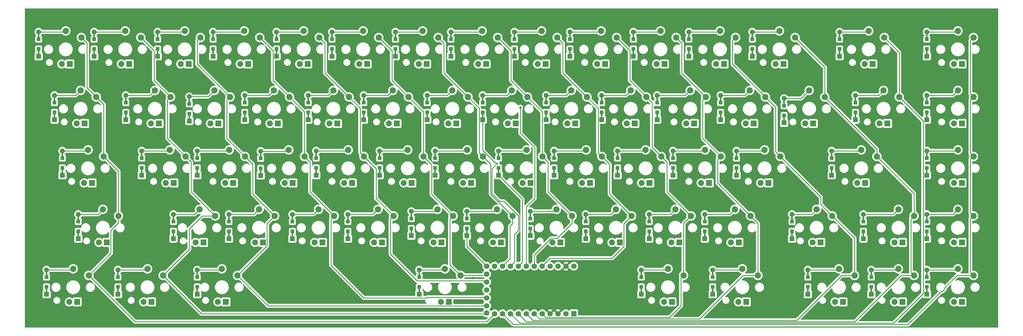
<source format=gtl>
G04 #@! TF.GenerationSoftware,KiCad,Pcbnew,6.0.2+dfsg-1*
G04 #@! TF.CreationDate,2023-02-02T22:31:43+01:00*
G04 #@! TF.ProjectId,keyboard,6b657962-6f61-4726-942e-6b696361645f,rev?*
G04 #@! TF.SameCoordinates,Original*
G04 #@! TF.FileFunction,Copper,L1,Top*
G04 #@! TF.FilePolarity,Positive*
%FSLAX46Y46*%
G04 Gerber Fmt 4.6, Leading zero omitted, Abs format (unit mm)*
G04 Created by KiCad (PCBNEW 6.0.2+dfsg-1) date 2023-02-02 22:31:43*
%MOMM*%
%LPD*%
G01*
G04 APERTURE LIST*
G04 #@! TA.AperFunction,ComponentPad*
%ADD10C,2.000000*%
G04 #@! TD*
G04 #@! TA.AperFunction,ComponentPad*
%ADD11C,1.905000*%
G04 #@! TD*
G04 #@! TA.AperFunction,ComponentPad*
%ADD12R,1.905000X1.905000*%
G04 #@! TD*
G04 #@! TA.AperFunction,SMDPad,CuDef*
%ADD13R,1.200000X1.200000*%
G04 #@! TD*
G04 #@! TA.AperFunction,ComponentPad*
%ADD14R,1.600000X1.600000*%
G04 #@! TD*
G04 #@! TA.AperFunction,ComponentPad*
%ADD15C,1.600000*%
G04 #@! TD*
G04 #@! TA.AperFunction,SMDPad,CuDef*
%ADD16R,0.500000X2.500000*%
G04 #@! TD*
G04 #@! TA.AperFunction,ComponentPad*
%ADD17R,1.752600X1.752600*%
G04 #@! TD*
G04 #@! TA.AperFunction,ComponentPad*
%ADD18C,1.752600*%
G04 #@! TD*
G04 #@! TA.AperFunction,ViaPad*
%ADD19C,0.800000*%
G04 #@! TD*
G04 #@! TA.AperFunction,Conductor*
%ADD20C,0.250000*%
G04 #@! TD*
G04 APERTURE END LIST*
D10*
X194346500Y-76615500D03*
X189346500Y-74515500D03*
D11*
X188076500Y-85115500D03*
D12*
X190616500Y-85115500D03*
D10*
X168152750Y-114715500D03*
X163152750Y-112615500D03*
D11*
X161882750Y-123215500D03*
D12*
X164422750Y-123215500D03*
D10*
X258402750Y-112615500D03*
X263402750Y-114715500D03*
D11*
X257132750Y-123215500D03*
D12*
X259672750Y-123215500D03*
D10*
X234590250Y-112615500D03*
X239590250Y-114715500D03*
D11*
X233320250Y-123215500D03*
D12*
X235860250Y-123215500D03*
D10*
X91715250Y-112615500D03*
X96715250Y-114715500D03*
D11*
X90445250Y-123215500D03*
D12*
X92985250Y-123215500D03*
D10*
X67902750Y-112615500D03*
X72902750Y-114715500D03*
D11*
X66632750Y-123215500D03*
D12*
X69172750Y-123215500D03*
D10*
X44090250Y-112615500D03*
X49090250Y-114715500D03*
D11*
X42820250Y-123215500D03*
D12*
X45360250Y-123215500D03*
D10*
X282215250Y-93565500D03*
X287215250Y-95665500D03*
D11*
X280945250Y-104165500D03*
D12*
X283485250Y-104165500D03*
D10*
X53615250Y-93565500D03*
X58615250Y-95665500D03*
D11*
X52345250Y-104165500D03*
D12*
X54885250Y-104165500D03*
D10*
X296502750Y-74515500D03*
X301502750Y-76615500D03*
D11*
X295232750Y-85115500D03*
D12*
X297772750Y-85115500D03*
D10*
X48852750Y-74515500D03*
X53852750Y-76615500D03*
D11*
X47582750Y-85115500D03*
D12*
X50122750Y-85115500D03*
D10*
X303646500Y-55465500D03*
X308646500Y-57565500D03*
D11*
X302376500Y-66065500D03*
D12*
X304916500Y-66065500D03*
D10*
X46471500Y-55465500D03*
X51471500Y-57565500D03*
D11*
X45201500Y-66065500D03*
D12*
X47741500Y-66065500D03*
D10*
X298884000Y-36415500D03*
X303884000Y-38515500D03*
D11*
X297614000Y-47015500D03*
D12*
X300154000Y-47015500D03*
D13*
X317500000Y-39065000D03*
X317500000Y-42215000D03*
D14*
X317500000Y-44540000D03*
D15*
X317500000Y-36740000D03*
D16*
X317500000Y-43340000D03*
X317500000Y-37940000D03*
D13*
X317500000Y-115265000D03*
X317500000Y-118415000D03*
D14*
X317500000Y-120740000D03*
D15*
X317500000Y-112940000D03*
D16*
X317500000Y-119540000D03*
X317500000Y-114140000D03*
D13*
X299720000Y-115265000D03*
X299720000Y-118415000D03*
D14*
X299720000Y-120740000D03*
D15*
X299720000Y-112940000D03*
D16*
X299720000Y-119540000D03*
X299720000Y-114140000D03*
D13*
X279400000Y-115265000D03*
X279400000Y-118415000D03*
D14*
X279400000Y-120740000D03*
D15*
X279400000Y-112940000D03*
D16*
X279400000Y-119540000D03*
X279400000Y-114140000D03*
D13*
X248920000Y-115265000D03*
X248920000Y-118415000D03*
D14*
X248920000Y-120740000D03*
D15*
X248920000Y-112940000D03*
D16*
X248920000Y-119540000D03*
X248920000Y-114140000D03*
D13*
X226060000Y-115265000D03*
X226060000Y-118415000D03*
D14*
X226060000Y-120740000D03*
D15*
X226060000Y-112940000D03*
D16*
X226060000Y-119540000D03*
X226060000Y-114140000D03*
D13*
X154940000Y-115265000D03*
X154940000Y-118415000D03*
D14*
X154940000Y-120740000D03*
D15*
X154940000Y-112940000D03*
D16*
X154940000Y-119540000D03*
X154940000Y-114140000D03*
D13*
X83820000Y-115265000D03*
X83820000Y-118415000D03*
D14*
X83820000Y-120740000D03*
D15*
X83820000Y-112940000D03*
D16*
X83820000Y-119540000D03*
X83820000Y-114140000D03*
D13*
X58420000Y-115265000D03*
X58420000Y-118415000D03*
D14*
X58420000Y-120740000D03*
D15*
X58420000Y-112940000D03*
D16*
X58420000Y-119540000D03*
X58420000Y-114140000D03*
D13*
X35560000Y-115265000D03*
X35560000Y-118415000D03*
D14*
X35560000Y-120740000D03*
D15*
X35560000Y-112940000D03*
D16*
X35560000Y-119540000D03*
X35560000Y-114140000D03*
D13*
X317500000Y-97485000D03*
X317500000Y-100635000D03*
D14*
X317500000Y-102960000D03*
D15*
X317500000Y-95160000D03*
D16*
X317500000Y-101760000D03*
X317500000Y-96360000D03*
D13*
X297180000Y-97485000D03*
X297180000Y-100635000D03*
D14*
X297180000Y-102960000D03*
D15*
X297180000Y-95160000D03*
D16*
X297180000Y-101760000D03*
X297180000Y-96360000D03*
D13*
X274320000Y-97485000D03*
X274320000Y-100635000D03*
D14*
X274320000Y-102960000D03*
D15*
X274320000Y-95160000D03*
D16*
X274320000Y-101760000D03*
X274320000Y-96360000D03*
D13*
X246380000Y-97485000D03*
X246380000Y-100635000D03*
D14*
X246380000Y-102960000D03*
D15*
X246380000Y-95160000D03*
D16*
X246380000Y-101760000D03*
X246380000Y-96360000D03*
D13*
X228600000Y-97485000D03*
X228600000Y-100635000D03*
D14*
X228600000Y-102960000D03*
D15*
X228600000Y-95160000D03*
D16*
X228600000Y-101760000D03*
X228600000Y-96360000D03*
D13*
X208280000Y-97485000D03*
X208280000Y-100635000D03*
D14*
X208280000Y-102960000D03*
D15*
X208280000Y-95160000D03*
D16*
X208280000Y-101760000D03*
X208280000Y-96360000D03*
D13*
X190500000Y-96520000D03*
X190500000Y-99670000D03*
D14*
X190500000Y-101995000D03*
D15*
X190500000Y-94195000D03*
D16*
X190500000Y-100795000D03*
X190500000Y-95395000D03*
D13*
X170180000Y-96520000D03*
X170180000Y-99670000D03*
D14*
X170180000Y-101995000D03*
D15*
X170180000Y-94195000D03*
D16*
X170180000Y-100795000D03*
X170180000Y-95395000D03*
D13*
X152400000Y-96520000D03*
X152400000Y-99670000D03*
D14*
X152400000Y-101995000D03*
D15*
X152400000Y-94195000D03*
D16*
X152400000Y-100795000D03*
X152400000Y-95395000D03*
D13*
X132080000Y-97485000D03*
X132080000Y-100635000D03*
D14*
X132080000Y-102960000D03*
D15*
X132080000Y-95160000D03*
D16*
X132080000Y-101760000D03*
X132080000Y-96360000D03*
D13*
X114300000Y-97485000D03*
X114300000Y-100635000D03*
D14*
X114300000Y-102960000D03*
D15*
X114300000Y-95160000D03*
D16*
X114300000Y-101760000D03*
X114300000Y-96360000D03*
D13*
X93980000Y-97485000D03*
X93980000Y-100635000D03*
D14*
X93980000Y-102960000D03*
D15*
X93980000Y-95160000D03*
D16*
X93980000Y-101760000D03*
X93980000Y-96360000D03*
D13*
X76200000Y-97485000D03*
X76200000Y-100635000D03*
D14*
X76200000Y-102960000D03*
D15*
X76200000Y-95160000D03*
D16*
X76200000Y-101760000D03*
X76200000Y-96360000D03*
D13*
X45720000Y-97485000D03*
X45720000Y-100635000D03*
D14*
X45720000Y-102960000D03*
D15*
X45720000Y-95160000D03*
D16*
X45720000Y-101760000D03*
X45720000Y-96360000D03*
D13*
X317500000Y-77165000D03*
X317500000Y-80315000D03*
D14*
X317500000Y-82640000D03*
D15*
X317500000Y-74840000D03*
D16*
X317500000Y-81440000D03*
X317500000Y-76040000D03*
D13*
X287020000Y-77165000D03*
X287020000Y-80315000D03*
D14*
X287020000Y-82640000D03*
D15*
X287020000Y-74840000D03*
D16*
X287020000Y-81440000D03*
X287020000Y-76040000D03*
D13*
X256540000Y-77165000D03*
X256540000Y-80315000D03*
D14*
X256540000Y-82640000D03*
D15*
X256540000Y-74840000D03*
D16*
X256540000Y-81440000D03*
X256540000Y-76040000D03*
D13*
X236220000Y-77165000D03*
X236220000Y-80315000D03*
D14*
X236220000Y-82640000D03*
D15*
X236220000Y-74840000D03*
D16*
X236220000Y-81440000D03*
X236220000Y-76040000D03*
D13*
X218440000Y-77165000D03*
X218440000Y-80315000D03*
D14*
X218440000Y-82640000D03*
D15*
X218440000Y-74840000D03*
D16*
X218440000Y-81440000D03*
X218440000Y-76040000D03*
D13*
X198120000Y-77165000D03*
X198120000Y-80315000D03*
D14*
X198120000Y-82640000D03*
D15*
X198120000Y-74840000D03*
D16*
X198120000Y-81440000D03*
X198120000Y-76040000D03*
D13*
X180340000Y-77165000D03*
X180340000Y-80315000D03*
D14*
X180340000Y-82640000D03*
D15*
X180340000Y-74840000D03*
D16*
X180340000Y-81440000D03*
X180340000Y-76040000D03*
D13*
X160020000Y-77165000D03*
X160020000Y-80315000D03*
D14*
X160020000Y-82640000D03*
D15*
X160020000Y-74840000D03*
D16*
X160020000Y-81440000D03*
X160020000Y-76040000D03*
D13*
X142240000Y-77165000D03*
X142240000Y-80315000D03*
D14*
X142240000Y-82640000D03*
D15*
X142240000Y-74840000D03*
D16*
X142240000Y-81440000D03*
X142240000Y-76040000D03*
D13*
X121920000Y-77165000D03*
X121920000Y-80315000D03*
D14*
X121920000Y-82640000D03*
D15*
X121920000Y-74840000D03*
D16*
X121920000Y-81440000D03*
X121920000Y-76040000D03*
D13*
X104140000Y-77265500D03*
X104140000Y-80415500D03*
D14*
X104140000Y-82740500D03*
D15*
X104140000Y-74940500D03*
D16*
X104140000Y-81540500D03*
X104140000Y-76140500D03*
D13*
X83820000Y-77165000D03*
X83820000Y-80315000D03*
D14*
X83820000Y-82640000D03*
D15*
X83820000Y-74840000D03*
D16*
X83820000Y-81440000D03*
X83820000Y-76040000D03*
D13*
X66040000Y-77165000D03*
X66040000Y-80315000D03*
D14*
X66040000Y-82640000D03*
D15*
X66040000Y-74840000D03*
D16*
X66040000Y-81440000D03*
X66040000Y-76040000D03*
D13*
X40640000Y-77165000D03*
X40640000Y-80315000D03*
D14*
X40640000Y-82640000D03*
D15*
X40640000Y-74840000D03*
D16*
X40640000Y-81440000D03*
X40640000Y-76040000D03*
D13*
X317500000Y-59385000D03*
X317500000Y-62535000D03*
D14*
X317500000Y-64860000D03*
D15*
X317500000Y-57060000D03*
D16*
X317500000Y-63660000D03*
X317500000Y-58260000D03*
D13*
X294640000Y-59385000D03*
X294640000Y-62535000D03*
D14*
X294640000Y-64860000D03*
D15*
X294640000Y-57060000D03*
D16*
X294640000Y-63660000D03*
X294640000Y-58260000D03*
D13*
X271780000Y-60350000D03*
X271780000Y-63500000D03*
D14*
X271780000Y-65825000D03*
D15*
X271780000Y-58025000D03*
D16*
X271780000Y-64625000D03*
X271780000Y-59225000D03*
D13*
X251460000Y-59385000D03*
X251460000Y-62535000D03*
D14*
X251460000Y-64860000D03*
D15*
X251460000Y-57060000D03*
D16*
X251460000Y-63660000D03*
X251460000Y-58260000D03*
X231140000Y-58260000D03*
X231140000Y-63660000D03*
D15*
X231140000Y-57060000D03*
D14*
X231140000Y-64860000D03*
D13*
X231140000Y-62535000D03*
X231140000Y-59385000D03*
X213360000Y-59385000D03*
X213360000Y-62535000D03*
D14*
X213360000Y-64860000D03*
D15*
X213360000Y-57060000D03*
D16*
X213360000Y-63660000D03*
X213360000Y-58260000D03*
D13*
X195580000Y-59385000D03*
X195580000Y-62535000D03*
D14*
X195580000Y-64860000D03*
D15*
X195580000Y-57060000D03*
D16*
X195580000Y-63660000D03*
X195580000Y-58260000D03*
D13*
X175260000Y-59385000D03*
X175260000Y-62535000D03*
D14*
X175260000Y-64860000D03*
D15*
X175260000Y-57060000D03*
D16*
X175260000Y-63660000D03*
X175260000Y-58260000D03*
D13*
X157480000Y-59385000D03*
X157480000Y-62535000D03*
D14*
X157480000Y-64860000D03*
D15*
X157480000Y-57060000D03*
D16*
X157480000Y-63660000D03*
X157480000Y-58260000D03*
D13*
X137160000Y-59385000D03*
X137160000Y-62535000D03*
D14*
X137160000Y-64860000D03*
D15*
X137160000Y-57060000D03*
D16*
X137160000Y-63660000D03*
X137160000Y-58260000D03*
X119380000Y-58260000D03*
X119380000Y-63660000D03*
D15*
X119380000Y-57060000D03*
D14*
X119380000Y-64860000D03*
D13*
X119380000Y-62535000D03*
X119380000Y-59385000D03*
X99060000Y-59385000D03*
X99060000Y-62535000D03*
D14*
X99060000Y-64860000D03*
D15*
X99060000Y-57060000D03*
D16*
X99060000Y-63660000D03*
X99060000Y-58260000D03*
D13*
X81280000Y-59790500D03*
X81280000Y-62940500D03*
D14*
X81280000Y-65265500D03*
D15*
X81280000Y-57465500D03*
D16*
X81280000Y-64065500D03*
X81280000Y-58665500D03*
D13*
X60960000Y-59385000D03*
X60960000Y-62535000D03*
D14*
X60960000Y-64860000D03*
D15*
X60960000Y-57060000D03*
D16*
X60960000Y-63660000D03*
X60960000Y-58260000D03*
D13*
X38100000Y-59385000D03*
X38100000Y-62535000D03*
D14*
X38100000Y-64860000D03*
D15*
X38100000Y-57060000D03*
D16*
X38100000Y-63660000D03*
X38100000Y-58260000D03*
D13*
X289560000Y-39065000D03*
X289560000Y-42215000D03*
D14*
X289560000Y-44540000D03*
D15*
X289560000Y-36740000D03*
D16*
X289560000Y-43340000D03*
X289560000Y-37940000D03*
D13*
X261620000Y-39065000D03*
X261620000Y-42215000D03*
D14*
X261620000Y-44540000D03*
D15*
X261620000Y-36740000D03*
D16*
X261620000Y-43340000D03*
X261620000Y-37940000D03*
D13*
X241300000Y-39065000D03*
X241300000Y-42215000D03*
D14*
X241300000Y-44540000D03*
D15*
X241300000Y-36740000D03*
D16*
X241300000Y-43340000D03*
X241300000Y-37940000D03*
D13*
X223520000Y-39065000D03*
X223520000Y-42215000D03*
D14*
X223520000Y-44540000D03*
D15*
X223520000Y-36740000D03*
D16*
X223520000Y-43340000D03*
X223520000Y-37940000D03*
D13*
X203200000Y-39065000D03*
X203200000Y-42215000D03*
D14*
X203200000Y-44540000D03*
D15*
X203200000Y-36740000D03*
D16*
X203200000Y-43340000D03*
X203200000Y-37940000D03*
D13*
X185420000Y-39065000D03*
X185420000Y-42215000D03*
D14*
X185420000Y-44540000D03*
D15*
X185420000Y-36740000D03*
D16*
X185420000Y-43340000D03*
X185420000Y-37940000D03*
D13*
X165100000Y-39065000D03*
X165100000Y-42215000D03*
D14*
X165100000Y-44540000D03*
D15*
X165100000Y-36740000D03*
D16*
X165100000Y-43340000D03*
X165100000Y-37940000D03*
D13*
X147320000Y-39065000D03*
X147320000Y-42215000D03*
D14*
X147320000Y-44540000D03*
D15*
X147320000Y-36740000D03*
D16*
X147320000Y-43340000D03*
X147320000Y-37940000D03*
D13*
X127000000Y-39065000D03*
X127000000Y-42215000D03*
D14*
X127000000Y-44540000D03*
D15*
X127000000Y-36740000D03*
D16*
X127000000Y-43340000D03*
X127000000Y-37940000D03*
D13*
X109220000Y-39065000D03*
X109220000Y-42215000D03*
D14*
X109220000Y-44540000D03*
D15*
X109220000Y-36740000D03*
D16*
X109220000Y-43340000D03*
X109220000Y-37940000D03*
D13*
X88900000Y-39065000D03*
X88900000Y-42215000D03*
D14*
X88900000Y-44540000D03*
D15*
X88900000Y-36740000D03*
D16*
X88900000Y-43340000D03*
X88900000Y-37940000D03*
D13*
X71120000Y-39065000D03*
X71120000Y-42215000D03*
D14*
X71120000Y-44540000D03*
D15*
X71120000Y-36740000D03*
D16*
X71120000Y-43340000D03*
X71120000Y-37940000D03*
D13*
X50800000Y-39065000D03*
X50800000Y-42215000D03*
D14*
X50800000Y-44540000D03*
D15*
X50800000Y-36740000D03*
D16*
X50800000Y-43340000D03*
X50800000Y-37940000D03*
D13*
X33020000Y-39065000D03*
X33020000Y-42215000D03*
D14*
X33020000Y-44540000D03*
D15*
X33020000Y-36740000D03*
D16*
X33020000Y-43340000D03*
X33020000Y-37940000D03*
D10*
X84809000Y-38515500D03*
X79809000Y-36415500D03*
D11*
X78539000Y-47015500D03*
D12*
X81079000Y-47015500D03*
D10*
X89571500Y-95665500D03*
X84571500Y-93565500D03*
D11*
X83301500Y-104165500D03*
D12*
X85841500Y-104165500D03*
D10*
X265784000Y-57565500D03*
X260784000Y-55465500D03*
D11*
X259514000Y-66065500D03*
D12*
X262054000Y-66065500D03*
D10*
X284834000Y-57565500D03*
X279834000Y-55465500D03*
D11*
X278564000Y-66065500D03*
D12*
X281104000Y-66065500D03*
D10*
X332459000Y-114715500D03*
X327459000Y-112615500D03*
D11*
X326189000Y-123215500D03*
D12*
X328729000Y-123215500D03*
D10*
X199109000Y-38515500D03*
X194109000Y-36415500D03*
D11*
X192839000Y-47015500D03*
D12*
X195379000Y-47015500D03*
D10*
X180059000Y-38515500D03*
X175059000Y-36415500D03*
D11*
X173789000Y-47015500D03*
D12*
X176329000Y-47015500D03*
D10*
X261021500Y-95665500D03*
X256021500Y-93565500D03*
D11*
X254751500Y-104165500D03*
D12*
X257291500Y-104165500D03*
D10*
X208634000Y-57565500D03*
X203634000Y-55465500D03*
D11*
X202364000Y-66065500D03*
D12*
X204904000Y-66065500D03*
D10*
X218159000Y-38515500D03*
X213159000Y-36415500D03*
D11*
X211889000Y-47015500D03*
D12*
X214429000Y-47015500D03*
D10*
X294359000Y-114715500D03*
X289359000Y-112615500D03*
D11*
X288089000Y-123215500D03*
D12*
X290629000Y-123215500D03*
D10*
X127671500Y-95665500D03*
X122671500Y-93565500D03*
D11*
X121401500Y-104165500D03*
D12*
X123941500Y-104165500D03*
D10*
X332459000Y-57565500D03*
X327459000Y-55465500D03*
D11*
X326189000Y-66065500D03*
D12*
X328729000Y-66065500D03*
D10*
X251496500Y-76615500D03*
X246496500Y-74515500D03*
D11*
X245226500Y-85115500D03*
D12*
X247766500Y-85115500D03*
D10*
X122909000Y-38515500D03*
X117909000Y-36415500D03*
D11*
X116639000Y-47015500D03*
D12*
X119179000Y-47015500D03*
D17*
X204470000Y-127000000D03*
D18*
X201930000Y-127000000D03*
X199390000Y-127000000D03*
X196850000Y-127000000D03*
X194310000Y-127000000D03*
X191770000Y-127000000D03*
X189230000Y-127000000D03*
X186690000Y-127000000D03*
X184150000Y-127000000D03*
X181610000Y-127000000D03*
X179070000Y-127000000D03*
X176530000Y-126771400D03*
X176530000Y-111760000D03*
X179070000Y-111760000D03*
X181610000Y-111760000D03*
X184150000Y-111760000D03*
X186690000Y-111760000D03*
X189230000Y-111760000D03*
X191770000Y-111760000D03*
X194310000Y-111760000D03*
X196850000Y-111760000D03*
X199390000Y-111760000D03*
X201930000Y-111760000D03*
X204470000Y-111760000D03*
X176530000Y-124460000D03*
X176530000Y-121920000D03*
X176530000Y-119380000D03*
X176530000Y-116840000D03*
X176530000Y-114300000D03*
D10*
X213396500Y-76615500D03*
X208396500Y-74515500D03*
D11*
X207126500Y-85115500D03*
D12*
X209666500Y-85115500D03*
D10*
X161009000Y-38515500D03*
X156009000Y-36415500D03*
D11*
X154739000Y-47015500D03*
D12*
X157279000Y-47015500D03*
D10*
X99096500Y-76615500D03*
X94096500Y-74515500D03*
D11*
X92826500Y-85115500D03*
D12*
X95366500Y-85115500D03*
D10*
X184821500Y-95665500D03*
X179821500Y-93565500D03*
D11*
X178551500Y-104165500D03*
D12*
X181091500Y-104165500D03*
D10*
X132434000Y-57565500D03*
X127434000Y-55465500D03*
D11*
X126164000Y-66065500D03*
D12*
X128704000Y-66065500D03*
D10*
X227684000Y-57565500D03*
X222684000Y-55465500D03*
D11*
X221414000Y-66065500D03*
D12*
X223954000Y-66065500D03*
D10*
X146721500Y-95665500D03*
X141721500Y-93565500D03*
D11*
X140451500Y-104165500D03*
D12*
X142991500Y-104165500D03*
D10*
X313409000Y-114715500D03*
X308409000Y-112615500D03*
D11*
X307139000Y-123215500D03*
D12*
X309679000Y-123215500D03*
D10*
X165771500Y-95665500D03*
X160771500Y-93565500D03*
D11*
X159501500Y-104165500D03*
D12*
X162041500Y-104165500D03*
D10*
X156246500Y-76615500D03*
X151246500Y-74515500D03*
D11*
X149976500Y-85115500D03*
D12*
X152516500Y-85115500D03*
D10*
X203871500Y-95665500D03*
X198871500Y-93565500D03*
D11*
X197601500Y-104165500D03*
D12*
X200141500Y-104165500D03*
D10*
X313409000Y-95665500D03*
X308409000Y-93565500D03*
D11*
X307139000Y-104165500D03*
D12*
X309679000Y-104165500D03*
D10*
X103859000Y-38515500D03*
X98859000Y-36415500D03*
D11*
X97589000Y-47015500D03*
D12*
X100129000Y-47015500D03*
D10*
X246734000Y-57565500D03*
X241734000Y-55465500D03*
D11*
X240464000Y-66065500D03*
D12*
X243004000Y-66065500D03*
D10*
X118146500Y-76615500D03*
X113146500Y-74515500D03*
D11*
X111876500Y-85115500D03*
D12*
X114416500Y-85115500D03*
D10*
X75284000Y-57565500D03*
X70284000Y-55465500D03*
D11*
X69014000Y-66065500D03*
D12*
X71554000Y-66065500D03*
D10*
X141959000Y-38515500D03*
X136959000Y-36415500D03*
D11*
X135689000Y-47015500D03*
D12*
X138229000Y-47015500D03*
D10*
X80046500Y-76615500D03*
X75046500Y-74515500D03*
D11*
X73776500Y-85115500D03*
D12*
X76316500Y-85115500D03*
D10*
X151484000Y-57565500D03*
X146484000Y-55465500D03*
D11*
X145214000Y-66065500D03*
D12*
X147754000Y-66065500D03*
D10*
X94334000Y-57565500D03*
X89334000Y-55465500D03*
D11*
X88064000Y-66065500D03*
D12*
X90604000Y-66065500D03*
D10*
X332459000Y-38515500D03*
X327459000Y-36415500D03*
D11*
X326189000Y-47015500D03*
D12*
X328729000Y-47015500D03*
D10*
X108621500Y-95665500D03*
X103621500Y-93565500D03*
D11*
X102351500Y-104165500D03*
D12*
X104891500Y-104165500D03*
D10*
X256259000Y-38515500D03*
X251259000Y-36415500D03*
D11*
X249989000Y-47015500D03*
D12*
X252529000Y-47015500D03*
D10*
X175296500Y-76615500D03*
X170296500Y-74515500D03*
D11*
X169026500Y-85115500D03*
D12*
X171566500Y-85115500D03*
D10*
X170534000Y-57565500D03*
X165534000Y-55465500D03*
D11*
X164264000Y-66065500D03*
D12*
X166804000Y-66065500D03*
D10*
X189584000Y-57565500D03*
X184584000Y-55465500D03*
D11*
X183314000Y-66065500D03*
D12*
X185854000Y-66065500D03*
D10*
X65759000Y-38515500D03*
X60759000Y-36415500D03*
D11*
X59489000Y-47015500D03*
D12*
X62029000Y-47015500D03*
D10*
X222921500Y-95665500D03*
X217921500Y-93565500D03*
D11*
X216651500Y-104165500D03*
D12*
X219191500Y-104165500D03*
D10*
X241971500Y-95665500D03*
X236971500Y-93565500D03*
D11*
X235701500Y-104165500D03*
D12*
X238241500Y-104165500D03*
D10*
X113384000Y-57565500D03*
X108384000Y-55465500D03*
D11*
X107114000Y-66065500D03*
D12*
X109654000Y-66065500D03*
D10*
X332459000Y-95665500D03*
X327459000Y-93565500D03*
D11*
X326189000Y-104165500D03*
D12*
X328729000Y-104165500D03*
D10*
X270546500Y-76615500D03*
X265546500Y-74515500D03*
D11*
X264276500Y-85115500D03*
D12*
X266816500Y-85115500D03*
D10*
X46709000Y-38515500D03*
X41709000Y-36415500D03*
D11*
X40439000Y-47015500D03*
D12*
X42979000Y-47015500D03*
D10*
X332459000Y-76615500D03*
X327459000Y-74515500D03*
D11*
X326189000Y-85115500D03*
D12*
X328729000Y-85115500D03*
D10*
X237209000Y-38515500D03*
X232209000Y-36415500D03*
D11*
X230939000Y-47015500D03*
D12*
X233479000Y-47015500D03*
D10*
X275309000Y-38515500D03*
X270309000Y-36415500D03*
D11*
X269039000Y-47015500D03*
D12*
X271579000Y-47015500D03*
D10*
X137196500Y-76615500D03*
X132196500Y-74515500D03*
D11*
X130926500Y-85115500D03*
D12*
X133466500Y-85115500D03*
D10*
X232446500Y-76615500D03*
X227446500Y-74515500D03*
D11*
X226176500Y-85115500D03*
D12*
X228716500Y-85115500D03*
D19*
X313055000Y-125730000D03*
X243205000Y-125730000D03*
X252095000Y-125730000D03*
X160020000Y-114935000D03*
X171132500Y-123507500D03*
X172085000Y-115570000D03*
X172085000Y-118745000D03*
X189230000Y-87630000D03*
X194310000Y-87630000D03*
X199390000Y-87630000D03*
X182880000Y-87630000D03*
X186690000Y-104775000D03*
X191770000Y-104775000D03*
X194945000Y-107950000D03*
X161290000Y-108585000D03*
X167640000Y-107950000D03*
X182245000Y-130175000D03*
X187325000Y-60960000D03*
D20*
X187325000Y-69215000D02*
X191893511Y-73783511D01*
X187325000Y-60960000D02*
X187325000Y-69215000D01*
X189230000Y-92710000D02*
X189230000Y-111760000D01*
X191893511Y-73783511D02*
X191893511Y-90046489D01*
X191893511Y-90046489D02*
X189230000Y-92710000D01*
X186690000Y-104775000D02*
X187095541Y-104369459D01*
X187095541Y-104369459D02*
X187095541Y-91845541D01*
X187095541Y-91845541D02*
X182880000Y-87630000D01*
X168152750Y-114715500D02*
X176114500Y-114715500D01*
X176114500Y-114715500D02*
X176530000Y-114300000D01*
X99060000Y-57060000D02*
X106789500Y-57060000D01*
X106789500Y-57060000D02*
X108384000Y-55465500D01*
X332459000Y-114715500D02*
X327244500Y-114715500D01*
X327244500Y-114715500D02*
X323283521Y-118676479D01*
X323283521Y-118676479D02*
X323283521Y-119064136D01*
X323283521Y-119064136D02*
X322507636Y-119840021D01*
X311511589Y-130448411D02*
X185058411Y-130448411D01*
X185058411Y-130448411D02*
X181610000Y-127000000D01*
X322507636Y-119840021D02*
X322119979Y-119840021D01*
X322119979Y-119840021D02*
X311511589Y-130448411D01*
X308646500Y-57565500D02*
X316375489Y-65294489D01*
X187148891Y-129998891D02*
X184150000Y-127000000D01*
X316375489Y-65294489D02*
X316375489Y-120504511D01*
X316375489Y-120504511D02*
X306881109Y-129998891D01*
X306881109Y-129998891D02*
X187148891Y-129998891D01*
X313409000Y-114715500D02*
X309275183Y-114715500D01*
X309275183Y-114715500D02*
X294441312Y-129549371D01*
X294441312Y-129549371D02*
X189239371Y-129549371D01*
X189239371Y-129549371D02*
X186690000Y-127000000D01*
X294359000Y-114715500D02*
X290225183Y-114715500D01*
X290225183Y-114715500D02*
X275840832Y-129099851D01*
X275840832Y-129099851D02*
X191329851Y-129099851D01*
X191329851Y-129099851D02*
X189230000Y-127000000D01*
X263402750Y-114715500D02*
X258664500Y-114715500D01*
X258664500Y-114715500D02*
X244729669Y-128650331D01*
X244729669Y-128650331D02*
X193420331Y-128650331D01*
X193420331Y-128650331D02*
X191770000Y-127000000D01*
X194310000Y-127000000D02*
X195510811Y-128200811D01*
X195510811Y-128200811D02*
X235019189Y-128200811D01*
X235019189Y-128200811D02*
X238765729Y-124454271D01*
X238765729Y-124454271D02*
X238765729Y-115540021D01*
X238765729Y-115540021D02*
X239590250Y-114715500D01*
X180340000Y-82640000D02*
X187960000Y-90260000D01*
X187960000Y-90260000D02*
X187960000Y-110490000D01*
X187960000Y-110490000D02*
X186690000Y-111760000D01*
X175260000Y-64860000D02*
X175260000Y-74705857D01*
X180785859Y-90994141D02*
X182023284Y-90994141D01*
X182023284Y-90994141D02*
X186646021Y-95616878D01*
X186646021Y-95616878D02*
X186646021Y-100373979D01*
X175260000Y-74705857D02*
X179294143Y-78740000D01*
X179294143Y-78740000D02*
X180065978Y-78740000D01*
X180065978Y-78740000D02*
X178249520Y-80556458D01*
X178249520Y-80556458D02*
X178249520Y-88457802D01*
X178249520Y-88457802D02*
X180785859Y-90994141D01*
X186646021Y-100373979D02*
X185420000Y-101600000D01*
X185420000Y-101600000D02*
X185420000Y-110490000D01*
X185420000Y-110490000D02*
X184150000Y-111760000D01*
X184821500Y-95665500D02*
X184821500Y-98140979D01*
X184772864Y-98140979D02*
X183996979Y-98916864D01*
X184821500Y-98140979D02*
X184772864Y-98140979D01*
X183996979Y-98916864D02*
X183996979Y-109373021D01*
X183996979Y-109373021D02*
X181610000Y-111760000D01*
X203871500Y-95665500D02*
X203871500Y-98140979D01*
X203871500Y-98140979D02*
X203822864Y-98140979D01*
X203822864Y-98140979D02*
X199075354Y-102888489D01*
X199075354Y-102888489D02*
X197072544Y-102888489D01*
X197072544Y-102888489D02*
X191770000Y-108191033D01*
X191770000Y-108191033D02*
X191770000Y-111760000D01*
X222921500Y-95665500D02*
X220468511Y-98118489D01*
X220468511Y-98118489D02*
X220468511Y-105442511D01*
X220468511Y-105442511D02*
X216691022Y-109220000D01*
X216691022Y-109220000D02*
X196850000Y-109220000D01*
X196850000Y-109220000D02*
X194310000Y-111760000D01*
X170180000Y-101995000D02*
X170180000Y-105410000D01*
X170180000Y-105410000D02*
X176530000Y-111760000D01*
X146721500Y-95665500D02*
X145721500Y-96665500D01*
X154266957Y-116440979D02*
X176130979Y-116440979D01*
X145721500Y-96665500D02*
X145721500Y-107895522D01*
X145721500Y-107895522D02*
X154266957Y-116440979D01*
X176130979Y-116440979D02*
X176530000Y-116840000D01*
X127671500Y-95665500D02*
X126671500Y-96665500D01*
X126671500Y-96665500D02*
X126671500Y-111431500D01*
X157350068Y-121920000D02*
X157529089Y-121740979D01*
X126671500Y-111431500D02*
X137160000Y-121920000D01*
X137160000Y-121920000D02*
X157350068Y-121920000D01*
X157529089Y-121740979D02*
X176350979Y-121740979D01*
X176350979Y-121740979D02*
X176530000Y-121920000D01*
X96715250Y-114715500D02*
X106459750Y-124460000D01*
X161353794Y-124492511D02*
X176497489Y-124492511D01*
X106459750Y-124460000D02*
X161321283Y-124460000D01*
X161321283Y-124460000D02*
X161353794Y-124492511D01*
X176497489Y-124492511D02*
X176530000Y-124460000D01*
X72902750Y-114715500D02*
X85187250Y-127000000D01*
X85187250Y-127000000D02*
X176301400Y-127000000D01*
X176301400Y-127000000D02*
X176530000Y-126771400D01*
X49090250Y-114715500D02*
X63914750Y-129540000D01*
X63914750Y-129540000D02*
X176530000Y-129540000D01*
X176530000Y-129540000D02*
X179070000Y-127000000D01*
X303884000Y-38515500D02*
X308646500Y-43278000D01*
X308646500Y-43278000D02*
X308646500Y-57565500D01*
X183821500Y-111431500D02*
X184150000Y-111760000D01*
X332459000Y-95665500D02*
X331459000Y-96665500D01*
X331459000Y-96665500D02*
X331459000Y-113715500D01*
X331459000Y-113715500D02*
X332459000Y-114715500D01*
X332459000Y-76615500D02*
X331459000Y-77615500D01*
X331459000Y-77615500D02*
X331459000Y-94665500D01*
X331459000Y-94665500D02*
X332459000Y-95665500D01*
X332459000Y-57565500D02*
X331459000Y-58565500D01*
X331459000Y-58565500D02*
X331459000Y-75615500D01*
X331459000Y-75615500D02*
X332459000Y-76615500D01*
X332459000Y-38515500D02*
X331459000Y-39515500D01*
X331459000Y-39515500D02*
X331459000Y-56565500D01*
X331459000Y-56565500D02*
X332459000Y-57565500D01*
X313409000Y-95665500D02*
X312409000Y-96665500D01*
X312409000Y-96665500D02*
X312409000Y-113715500D01*
X312409000Y-113715500D02*
X313409000Y-114715500D01*
X301502750Y-76615500D02*
X313409000Y-88521750D01*
X313409000Y-88521750D02*
X313409000Y-95665500D01*
X284834000Y-57565500D02*
X301502750Y-74234250D01*
X301502750Y-74234250D02*
X301502750Y-76615500D01*
X275309000Y-38515500D02*
X284834000Y-48040500D01*
X284834000Y-48040500D02*
X284834000Y-57565500D01*
X287215250Y-95665500D02*
X294359000Y-102809250D01*
X294359000Y-102809250D02*
X294359000Y-114715500D01*
X270546500Y-76615500D02*
X283539761Y-89608761D01*
X283539761Y-89608761D02*
X283539761Y-91990011D01*
X283539761Y-91990011D02*
X287215250Y-95665500D01*
X265784000Y-57565500D02*
X269085343Y-60866843D01*
X269085343Y-60866843D02*
X269085343Y-75154343D01*
X269085343Y-75154343D02*
X270546500Y-76615500D01*
X256259000Y-38515500D02*
X255259000Y-39515500D01*
X255259000Y-39515500D02*
X255259000Y-47040500D01*
X255259000Y-47040500D02*
X265784000Y-57565500D01*
X261021500Y-95665500D02*
X263402750Y-98046750D01*
X263402750Y-98046750D02*
X263402750Y-114715500D01*
X251496500Y-76615500D02*
X250496500Y-77615500D01*
X250496500Y-77615500D02*
X250496500Y-85140500D01*
X250496500Y-85140500D02*
X261021500Y-95665500D01*
X246734000Y-57565500D02*
X245734000Y-58565500D01*
X245734000Y-58565500D02*
X245734000Y-70853000D01*
X245734000Y-70853000D02*
X251496500Y-76615500D01*
X237209000Y-38515500D02*
X239033521Y-40340021D01*
X239033521Y-40340021D02*
X239033521Y-49865021D01*
X239033521Y-49865021D02*
X246734000Y-57565500D01*
X241971500Y-95665500D02*
X239590250Y-98046750D01*
X239590250Y-98046750D02*
X239590250Y-114715500D01*
X232446500Y-76615500D02*
X234271021Y-78440021D01*
X234271021Y-78440021D02*
X234271021Y-87965021D01*
X234271021Y-87965021D02*
X241971500Y-95665500D01*
X227684000Y-57565500D02*
X229508521Y-59390021D01*
X229508521Y-59390021D02*
X229508521Y-73677521D01*
X229508521Y-73677521D02*
X232446500Y-76615500D01*
X218159000Y-38515500D02*
X222395489Y-42751989D01*
X222395489Y-42751989D02*
X222395489Y-52276989D01*
X222395489Y-52276989D02*
X227684000Y-57565500D01*
X213396500Y-76615500D02*
X215900000Y-79119000D01*
X215900000Y-79119000D02*
X215900000Y-88644000D01*
X215900000Y-88644000D02*
X222921500Y-95665500D01*
X208634000Y-57565500D02*
X212235489Y-61166989D01*
X212235489Y-61166989D02*
X212235489Y-75454489D01*
X212235489Y-75454489D02*
X213396500Y-76615500D01*
X199109000Y-38515500D02*
X200933521Y-40340021D01*
X200933521Y-40340021D02*
X200933521Y-49865021D01*
X200933521Y-49865021D02*
X208634000Y-57565500D01*
X194346500Y-76615500D02*
X196171021Y-78440021D01*
X196171021Y-78440021D02*
X196171021Y-87965021D01*
X196171021Y-87965021D02*
X203871500Y-95665500D01*
X189584000Y-57565500D02*
X194346500Y-62328000D01*
X194346500Y-62328000D02*
X194346500Y-76615500D01*
X180059000Y-38515500D02*
X184295489Y-42751989D01*
X184295489Y-42751989D02*
X184295489Y-52276989D01*
X184295489Y-52276989D02*
X189584000Y-57565500D01*
X175296500Y-76615500D02*
X177800000Y-79119000D01*
X177800000Y-79119000D02*
X177800000Y-88644000D01*
X177800000Y-88644000D02*
X184821500Y-95665500D01*
X170534000Y-57565500D02*
X174135489Y-61166989D01*
X174135489Y-61166989D02*
X174135489Y-75454489D01*
X174135489Y-75454489D02*
X175296500Y-76615500D01*
X161009000Y-38515500D02*
X162833521Y-40340021D01*
X162833521Y-40340021D02*
X162833521Y-49865021D01*
X162833521Y-49865021D02*
X170534000Y-57565500D01*
X165771500Y-95665500D02*
X164771500Y-96665500D01*
X164771500Y-96665500D02*
X164771500Y-111334250D01*
X164771500Y-111334250D02*
X168152750Y-114715500D01*
X156246500Y-76615500D02*
X158895489Y-79264489D01*
X158895489Y-79264489D02*
X158895489Y-88789489D01*
X158895489Y-88789489D02*
X165771500Y-95665500D01*
X151484000Y-57565500D02*
X156246500Y-62328000D01*
X156246500Y-62328000D02*
X156246500Y-76615500D01*
X141959000Y-38515500D02*
X146195489Y-42751989D01*
X146195489Y-42751989D02*
X146195489Y-52276989D01*
X146195489Y-52276989D02*
X151484000Y-57565500D01*
X137196500Y-76615500D02*
X141115489Y-80534489D01*
X141115489Y-80534489D02*
X141115489Y-90059489D01*
X141115489Y-90059489D02*
X146721500Y-95665500D01*
X132434000Y-57565500D02*
X136035489Y-61166989D01*
X136035489Y-61166989D02*
X136035489Y-75454489D01*
X136035489Y-75454489D02*
X137196500Y-76615500D01*
X122909000Y-38515500D02*
X124733521Y-40340021D01*
X124733521Y-40340021D02*
X124733521Y-49865021D01*
X124733521Y-49865021D02*
X132434000Y-57565500D01*
X118146500Y-76615500D02*
X119971021Y-78440021D01*
X119971021Y-78440021D02*
X119971021Y-87965021D01*
X119971021Y-87965021D02*
X127671500Y-95665500D01*
X113384000Y-57565500D02*
X118146500Y-62328000D01*
X118146500Y-62328000D02*
X118146500Y-76615500D01*
X103859000Y-38515500D02*
X108095489Y-42751989D01*
X108095489Y-42751989D02*
X108095489Y-52276989D01*
X108095489Y-52276989D02*
X113384000Y-57565500D01*
X108621500Y-95665500D02*
X106168511Y-98118489D01*
X106168511Y-98118489D02*
X106168511Y-105262239D01*
X106168511Y-105262239D02*
X96715250Y-114715500D01*
X99096500Y-76615500D02*
X101600000Y-79119000D01*
X101600000Y-79119000D02*
X101600000Y-88644000D01*
X101600000Y-88644000D02*
X108621500Y-95665500D01*
X94334000Y-57565500D02*
X93334000Y-58565500D01*
X93334000Y-58565500D02*
X93334000Y-70853000D01*
X93334000Y-70853000D02*
X99096500Y-76615500D01*
X84809000Y-38515500D02*
X83809000Y-39515500D01*
X83809000Y-39515500D02*
X83809000Y-47040500D01*
X83809000Y-47040500D02*
X94334000Y-57565500D01*
X89571500Y-95665500D02*
X85437683Y-95665500D01*
X85437683Y-95665500D02*
X81280000Y-99823183D01*
X81280000Y-99823183D02*
X81280000Y-106338250D01*
X81280000Y-106338250D02*
X72902750Y-114715500D01*
X80046500Y-76615500D02*
X81871021Y-78440021D01*
X81871021Y-78440021D02*
X81871021Y-87965021D01*
X81871021Y-87965021D02*
X89571500Y-95665500D01*
X75284000Y-57565500D02*
X74284000Y-58565500D01*
X74284000Y-58565500D02*
X74284000Y-70853000D01*
X74284000Y-70853000D02*
X80046500Y-76615500D01*
X65759000Y-38515500D02*
X69995489Y-42751989D01*
X69995489Y-42751989D02*
X69995489Y-52276989D01*
X69995489Y-52276989D02*
X75284000Y-57565500D01*
X58615250Y-95665500D02*
X58615250Y-97881478D01*
X56162261Y-100334467D02*
X56162261Y-107643489D01*
X56162261Y-107643489D02*
X49090250Y-114715500D01*
X58615250Y-97881478D02*
X56162261Y-100334467D01*
X53852750Y-76615500D02*
X58615250Y-81378000D01*
X58615250Y-81378000D02*
X58615250Y-95665500D01*
X51471500Y-57565500D02*
X53852750Y-59946750D01*
X53852750Y-59946750D02*
X53852750Y-76615500D01*
X46709000Y-38515500D02*
X48533521Y-40340021D01*
X48533521Y-40340021D02*
X48533521Y-54627521D01*
X48533521Y-54627521D02*
X51471500Y-57565500D01*
X317500000Y-112940000D02*
X327134500Y-112940000D01*
X327134500Y-112940000D02*
X327459000Y-112615500D01*
X299720000Y-112940000D02*
X308084500Y-112940000D01*
X308084500Y-112940000D02*
X308409000Y-112615500D01*
X279400000Y-112940000D02*
X289034500Y-112940000D01*
X289034500Y-112940000D02*
X289359000Y-112615500D01*
X248920000Y-112940000D02*
X258078250Y-112940000D01*
X258078250Y-112940000D02*
X258402750Y-112615500D01*
X226060000Y-112940000D02*
X234265750Y-112940000D01*
X234265750Y-112940000D02*
X234590250Y-112615500D01*
X154940000Y-112940000D02*
X162828250Y-112940000D01*
X162828250Y-112940000D02*
X163152750Y-112615500D01*
X83820000Y-112940000D02*
X91390750Y-112940000D01*
X91390750Y-112940000D02*
X91715250Y-112615500D01*
X58420000Y-112940000D02*
X67578250Y-112940000D01*
X67578250Y-112940000D02*
X67902750Y-112615500D01*
X35560000Y-112940000D02*
X43765750Y-112940000D01*
X43765750Y-112940000D02*
X44090250Y-112615500D01*
X45720000Y-95160000D02*
X52020750Y-95160000D01*
X52020750Y-95160000D02*
X53615250Y-93565500D01*
X76200000Y-95160000D02*
X82977000Y-95160000D01*
X82977000Y-95160000D02*
X84571500Y-93565500D01*
X93980000Y-95160000D02*
X102027000Y-95160000D01*
X102027000Y-95160000D02*
X103621500Y-93565500D01*
X114300000Y-95160000D02*
X121077000Y-95160000D01*
X121077000Y-95160000D02*
X122671500Y-93565500D01*
X132080000Y-95160000D02*
X140127000Y-95160000D01*
X140127000Y-95160000D02*
X141721500Y-93565500D01*
X152400000Y-94195000D02*
X160142000Y-94195000D01*
X160142000Y-94195000D02*
X160771500Y-93565500D01*
X170180000Y-94195000D02*
X179192000Y-94195000D01*
X179192000Y-94195000D02*
X179821500Y-93565500D01*
X190500000Y-94195000D02*
X198242000Y-94195000D01*
X198242000Y-94195000D02*
X198871500Y-93565500D01*
X208280000Y-95160000D02*
X216327000Y-95160000D01*
X216327000Y-95160000D02*
X217921500Y-93565500D01*
X228600000Y-95160000D02*
X235377000Y-95160000D01*
X235377000Y-95160000D02*
X236971500Y-93565500D01*
X246380000Y-95160000D02*
X254427000Y-95160000D01*
X254427000Y-95160000D02*
X256021500Y-93565500D01*
X274320000Y-95160000D02*
X280620750Y-95160000D01*
X280620750Y-95160000D02*
X282215250Y-93565500D01*
X297180000Y-95160000D02*
X306814500Y-95160000D01*
X306814500Y-95160000D02*
X308409000Y-93565500D01*
X317500000Y-95160000D02*
X325864500Y-95160000D01*
X325864500Y-95160000D02*
X327459000Y-93565500D01*
X317500000Y-74840000D02*
X327134500Y-74840000D01*
X327134500Y-74840000D02*
X327459000Y-74515500D01*
X287020000Y-74840000D02*
X296178250Y-74840000D01*
X296178250Y-74840000D02*
X296502750Y-74515500D01*
X256540000Y-74840000D02*
X265222000Y-74840000D01*
X265222000Y-74840000D02*
X265546500Y-74515500D01*
X236220000Y-74840000D02*
X246172000Y-74840000D01*
X246172000Y-74840000D02*
X246496500Y-74515500D01*
X218440000Y-74840000D02*
X227122000Y-74840000D01*
X227122000Y-74840000D02*
X227446500Y-74515500D01*
X198120000Y-74840000D02*
X208072000Y-74840000D01*
X208072000Y-74840000D02*
X208396500Y-74515500D01*
X180340000Y-74840000D02*
X189022000Y-74840000D01*
X189022000Y-74840000D02*
X189346500Y-74515500D01*
X160020000Y-74840000D02*
X169972000Y-74840000D01*
X169972000Y-74840000D02*
X170296500Y-74515500D01*
X142240000Y-74840000D02*
X150922000Y-74840000D01*
X150922000Y-74840000D02*
X151246500Y-74515500D01*
X121920000Y-74840000D02*
X131872000Y-74840000D01*
X131872000Y-74840000D02*
X132196500Y-74515500D01*
X104140000Y-74940500D02*
X112721500Y-74940500D01*
X112721500Y-74940500D02*
X113146500Y-74515500D01*
X83820000Y-74840000D02*
X93772000Y-74840000D01*
X93772000Y-74840000D02*
X94096500Y-74515500D01*
X66040000Y-74840000D02*
X74722000Y-74840000D01*
X74722000Y-74840000D02*
X75046500Y-74515500D01*
X40640000Y-74840000D02*
X48528250Y-74840000D01*
X48528250Y-74840000D02*
X48852750Y-74515500D01*
X38100000Y-57060000D02*
X44877000Y-57060000D01*
X44877000Y-57060000D02*
X46471500Y-55465500D01*
X60960000Y-57060000D02*
X68689500Y-57060000D01*
X68689500Y-57060000D02*
X70284000Y-55465500D01*
X81280000Y-57465500D02*
X87334000Y-57465500D01*
X87334000Y-57465500D02*
X89334000Y-55465500D01*
X119380000Y-57060000D02*
X125839500Y-57060000D01*
X125839500Y-57060000D02*
X127434000Y-55465500D01*
X137160000Y-57060000D02*
X144889500Y-57060000D01*
X144889500Y-57060000D02*
X146484000Y-55465500D01*
X157480000Y-57060000D02*
X163939500Y-57060000D01*
X163939500Y-57060000D02*
X165534000Y-55465500D01*
X175260000Y-57060000D02*
X182989500Y-57060000D01*
X182989500Y-57060000D02*
X184584000Y-55465500D01*
X195580000Y-57060000D02*
X202039500Y-57060000D01*
X202039500Y-57060000D02*
X203634000Y-55465500D01*
X213360000Y-57060000D02*
X221089500Y-57060000D01*
X221089500Y-57060000D02*
X222684000Y-55465500D01*
X231140000Y-57060000D02*
X240139500Y-57060000D01*
X240139500Y-57060000D02*
X241734000Y-55465500D01*
X251460000Y-57060000D02*
X259189500Y-57060000D01*
X259189500Y-57060000D02*
X260784000Y-55465500D01*
X271780000Y-58025000D02*
X277274500Y-58025000D01*
X277274500Y-58025000D02*
X279834000Y-55465500D01*
X294640000Y-57060000D02*
X302052000Y-57060000D01*
X302052000Y-57060000D02*
X303646500Y-55465500D01*
X317500000Y-57060000D02*
X325864500Y-57060000D01*
X325864500Y-57060000D02*
X327459000Y-55465500D01*
X317500000Y-36740000D02*
X327134500Y-36740000D01*
X327134500Y-36740000D02*
X327459000Y-36415500D01*
X289560000Y-36740000D02*
X298559500Y-36740000D01*
X298559500Y-36740000D02*
X298884000Y-36415500D01*
X261620000Y-36740000D02*
X269984500Y-36740000D01*
X269984500Y-36740000D02*
X270309000Y-36415500D01*
X241300000Y-36740000D02*
X250934500Y-36740000D01*
X250934500Y-36740000D02*
X251259000Y-36415500D01*
X223520000Y-36740000D02*
X231884500Y-36740000D01*
X231884500Y-36740000D02*
X232209000Y-36415500D01*
X203200000Y-36740000D02*
X212834500Y-36740000D01*
X212834500Y-36740000D02*
X213159000Y-36415500D01*
X185420000Y-36740000D02*
X193784500Y-36740000D01*
X193784500Y-36740000D02*
X194109000Y-36415500D01*
X165100000Y-36740000D02*
X174734500Y-36740000D01*
X174734500Y-36740000D02*
X175059000Y-36415500D01*
X147320000Y-36740000D02*
X155684500Y-36740000D01*
X155684500Y-36740000D02*
X156009000Y-36415500D01*
X127000000Y-36740000D02*
X136634500Y-36740000D01*
X136634500Y-36740000D02*
X136959000Y-36415500D01*
X109220000Y-36740000D02*
X117584500Y-36740000D01*
X117584500Y-36740000D02*
X117909000Y-36415500D01*
X88900000Y-36740000D02*
X98534500Y-36740000D01*
X98534500Y-36740000D02*
X98859000Y-36415500D01*
X71120000Y-36740000D02*
X79484500Y-36740000D01*
X79484500Y-36740000D02*
X79809000Y-36415500D01*
X50800000Y-36740000D02*
X60434500Y-36740000D01*
X60434500Y-36740000D02*
X60759000Y-36415500D01*
X33020000Y-36740000D02*
X41384500Y-36740000D01*
X41384500Y-36740000D02*
X41709000Y-36415500D01*
G04 #@! TA.AperFunction,Conductor*
G36*
X340302121Y-29230002D02*
G01*
X340348614Y-29283658D01*
X340360000Y-29336000D01*
X340360000Y-131319000D01*
X340339998Y-131387121D01*
X340286342Y-131433614D01*
X340234000Y-131445000D01*
X28701000Y-131445000D01*
X28632879Y-131424998D01*
X28586386Y-131371342D01*
X28575000Y-131319000D01*
X28575000Y-122661104D01*
X37758037Y-122661104D01*
X37767817Y-122872399D01*
X37769221Y-122878224D01*
X37769221Y-122878225D01*
X37811812Y-123054949D01*
X37817375Y-123078034D01*
X37819857Y-123083492D01*
X37819858Y-123083496D01*
X37861258Y-123174549D01*
X37904924Y-123270587D01*
X38027304Y-123443111D01*
X38180100Y-123589381D01*
X38357798Y-123704120D01*
X38363364Y-123706363D01*
X38548418Y-123780942D01*
X38548421Y-123780943D01*
X38553987Y-123783186D01*
X38761587Y-123823728D01*
X38767149Y-123824000D01*
X38923096Y-123824000D01*
X39080816Y-123808952D01*
X39283784Y-123749408D01*
X39289112Y-123746664D01*
X39466499Y-123655304D01*
X39466502Y-123655302D01*
X39471830Y-123652558D01*
X39638170Y-123521896D01*
X39642102Y-123517365D01*
X39642105Y-123517362D01*
X39772871Y-123366667D01*
X39776802Y-123362137D01*
X39779802Y-123356951D01*
X39779805Y-123356947D01*
X39879717Y-123184242D01*
X39882355Y-123179682D01*
X41354681Y-123179682D01*
X41354978Y-123184835D01*
X41354978Y-123184838D01*
X41361442Y-123296945D01*
X41368510Y-123419529D01*
X41369647Y-123424575D01*
X41369648Y-123424581D01*
X41403072Y-123572893D01*
X41421327Y-123653896D01*
X41423269Y-123658678D01*
X41423270Y-123658682D01*
X41509769Y-123871703D01*
X41511713Y-123876490D01*
X41637241Y-124081332D01*
X41794539Y-124262922D01*
X41798514Y-124266222D01*
X41798517Y-124266225D01*
X41813081Y-124278316D01*
X41979383Y-124416383D01*
X42186809Y-124537593D01*
X42191629Y-124539433D01*
X42191634Y-124539436D01*
X42298999Y-124580434D01*
X42411247Y-124623297D01*
X42416313Y-124624328D01*
X42416314Y-124624328D01*
X42456068Y-124632416D01*
X42646669Y-124671194D01*
X42781300Y-124676131D01*
X42881588Y-124679809D01*
X42881592Y-124679809D01*
X42886752Y-124679998D01*
X42891872Y-124679342D01*
X42891874Y-124679342D01*
X42967439Y-124669662D01*
X43125050Y-124649471D01*
X43130001Y-124647986D01*
X43130004Y-124647985D01*
X43350212Y-124581919D01*
X43350211Y-124581919D01*
X43355162Y-124580434D01*
X43570908Y-124474741D01*
X43582552Y-124466436D01*
X43759843Y-124339975D01*
X43826917Y-124316702D01*
X43895925Y-124333385D01*
X43944959Y-124384729D01*
X43950994Y-124398324D01*
X43957135Y-124414705D01*
X44044489Y-124531261D01*
X44161045Y-124618615D01*
X44297434Y-124669745D01*
X44359616Y-124676500D01*
X46360884Y-124676500D01*
X46423066Y-124669745D01*
X46559455Y-124618615D01*
X46676011Y-124531261D01*
X46763365Y-124414705D01*
X46814495Y-124278316D01*
X46821250Y-124216134D01*
X46821250Y-122214866D01*
X46814495Y-122152684D01*
X46763365Y-122016295D01*
X46676011Y-121899739D01*
X46559455Y-121812385D01*
X46423066Y-121761255D01*
X46360884Y-121754500D01*
X44359616Y-121754500D01*
X44297434Y-121761255D01*
X44161045Y-121812385D01*
X44044489Y-121899739D01*
X43957135Y-122016295D01*
X43949677Y-122036189D01*
X43907037Y-122092953D01*
X43840476Y-122117654D01*
X43771127Y-122102447D01*
X43753603Y-122090842D01*
X43635580Y-121997633D01*
X43635575Y-121997630D01*
X43631526Y-121994432D01*
X43627010Y-121991939D01*
X43627007Y-121991937D01*
X43425724Y-121880823D01*
X43425720Y-121880821D01*
X43421200Y-121878326D01*
X43416331Y-121876602D01*
X43416327Y-121876600D01*
X43199610Y-121799856D01*
X43199606Y-121799855D01*
X43194735Y-121798130D01*
X43189642Y-121797223D01*
X43189639Y-121797222D01*
X42963302Y-121756905D01*
X42963296Y-121756904D01*
X42958213Y-121755999D01*
X42865724Y-121754869D01*
X42723157Y-121753127D01*
X42723155Y-121753127D01*
X42717987Y-121753064D01*
X42480506Y-121789404D01*
X42368253Y-121826094D01*
X42257067Y-121862434D01*
X42257061Y-121862437D01*
X42252149Y-121864042D01*
X42247563Y-121866429D01*
X42247559Y-121866431D01*
X42043643Y-121972584D01*
X42039050Y-121974975D01*
X42013136Y-121994432D01*
X41907091Y-122074053D01*
X41846930Y-122119223D01*
X41680949Y-122292912D01*
X41624963Y-122374984D01*
X41555775Y-122476410D01*
X41545564Y-122491378D01*
X41543390Y-122496061D01*
X41543388Y-122496065D01*
X41476637Y-122639869D01*
X41444413Y-122709290D01*
X41380210Y-122940798D01*
X41354681Y-123179682D01*
X39882355Y-123179682D01*
X39882723Y-123179046D01*
X39952111Y-122979229D01*
X39952972Y-122973292D01*
X39981602Y-122775836D01*
X39981602Y-122775833D01*
X39982463Y-122769896D01*
X39972683Y-122558601D01*
X39934113Y-122398559D01*
X39924531Y-122358799D01*
X39924530Y-122358797D01*
X39923125Y-122352966D01*
X39908606Y-122321032D01*
X39857449Y-122208520D01*
X39835576Y-122160413D01*
X39713196Y-121987889D01*
X39560400Y-121841619D01*
X39382702Y-121726880D01*
X39286327Y-121688040D01*
X39192082Y-121650058D01*
X39192079Y-121650057D01*
X39186513Y-121647814D01*
X38978913Y-121607272D01*
X38973351Y-121607000D01*
X38817404Y-121607000D01*
X38659684Y-121622048D01*
X38456716Y-121681592D01*
X38451389Y-121684336D01*
X38451388Y-121684336D01*
X38274001Y-121775696D01*
X38273998Y-121775698D01*
X38268670Y-121778442D01*
X38102330Y-121909104D01*
X38098398Y-121913635D01*
X38098395Y-121913638D01*
X38030451Y-121991937D01*
X37963698Y-122068863D01*
X37960698Y-122074049D01*
X37960695Y-122074053D01*
X37915206Y-122152684D01*
X37857777Y-122251954D01*
X37788389Y-122451771D01*
X37787528Y-122457706D01*
X37787528Y-122457708D01*
X37762398Y-122631030D01*
X37758037Y-122661104D01*
X28575000Y-122661104D01*
X28575000Y-121588134D01*
X34251500Y-121588134D01*
X34258255Y-121650316D01*
X34309385Y-121786705D01*
X34396739Y-121903261D01*
X34513295Y-121990615D01*
X34649684Y-122041745D01*
X34711866Y-122048500D01*
X36408134Y-122048500D01*
X36470316Y-122041745D01*
X36606705Y-121990615D01*
X36723261Y-121903261D01*
X36810615Y-121786705D01*
X36861745Y-121650316D01*
X36868500Y-121588134D01*
X36868500Y-119891866D01*
X36861745Y-119829684D01*
X36810615Y-119693295D01*
X36723261Y-119576739D01*
X36606705Y-119489385D01*
X36607736Y-119488010D01*
X36565044Y-119445224D01*
X36550029Y-119375834D01*
X36574871Y-119309398D01*
X36610615Y-119261705D01*
X36661745Y-119125316D01*
X36668500Y-119063134D01*
X36668500Y-118617589D01*
X37130316Y-118617589D01*
X37166593Y-118854663D01*
X37241104Y-119082629D01*
X37267177Y-119132715D01*
X37333891Y-119260870D01*
X37351847Y-119295364D01*
X37354950Y-119299497D01*
X37354952Y-119299500D01*
X37492743Y-119483020D01*
X37495848Y-119487155D01*
X37669240Y-119652852D01*
X37673512Y-119655766D01*
X37673513Y-119655767D01*
X37707168Y-119678725D01*
X37867367Y-119788005D01*
X37957156Y-119829684D01*
X38078284Y-119885910D01*
X38084906Y-119888984D01*
X38316018Y-119953076D01*
X38419729Y-119964160D01*
X38508472Y-119973644D01*
X38508480Y-119973644D01*
X38511807Y-119974000D01*
X38651053Y-119974000D01*
X38653626Y-119973788D01*
X38653637Y-119973788D01*
X38824126Y-119959771D01*
X38824132Y-119959770D01*
X38829277Y-119959347D01*
X38945581Y-119930134D01*
X39056875Y-119902179D01*
X39056879Y-119902178D01*
X39061886Y-119900920D01*
X39066616Y-119898864D01*
X39066623Y-119898861D01*
X39277091Y-119807347D01*
X39277094Y-119807345D01*
X39281828Y-119805287D01*
X39286162Y-119802483D01*
X39286166Y-119802481D01*
X39478854Y-119677825D01*
X39478857Y-119677823D01*
X39483197Y-119675015D01*
X39501711Y-119658169D01*
X39656763Y-119517082D01*
X39656764Y-119517080D01*
X39660585Y-119513604D01*
X39663784Y-119509553D01*
X39663788Y-119509549D01*
X39796965Y-119340917D01*
X39809229Y-119325388D01*
X39925137Y-119115422D01*
X39988246Y-118937208D01*
X40003469Y-118894220D01*
X40003470Y-118894216D01*
X40005195Y-118889345D01*
X40010138Y-118861594D01*
X40046348Y-118658316D01*
X40046349Y-118658310D01*
X40047254Y-118653227D01*
X40048370Y-118561855D01*
X41877292Y-118561855D01*
X41877655Y-118566003D01*
X41877655Y-118566007D01*
X41884834Y-118648063D01*
X41902863Y-118854125D01*
X41903773Y-118858197D01*
X41903774Y-118858202D01*
X41965922Y-119136237D01*
X41966863Y-119140447D01*
X41968307Y-119144370D01*
X41968307Y-119144372D01*
X41975027Y-119162637D01*
X42068169Y-119415788D01*
X42070116Y-119419481D01*
X42070117Y-119419483D01*
X42203048Y-119671609D01*
X42205001Y-119675313D01*
X42374955Y-119914461D01*
X42575044Y-120129031D01*
X42801754Y-120315252D01*
X43051101Y-120469854D01*
X43054918Y-120471570D01*
X43054921Y-120471571D01*
X43128959Y-120504845D01*
X43318706Y-120590120D01*
X43406655Y-120616339D01*
X43595868Y-120672747D01*
X43595876Y-120672749D01*
X43599865Y-120673938D01*
X43603981Y-120674590D01*
X43603986Y-120674591D01*
X43886172Y-120719284D01*
X43886177Y-120719284D01*
X43889640Y-120719833D01*
X43938736Y-120722063D01*
X43979982Y-120723936D01*
X43980001Y-120723936D01*
X43981401Y-120724000D01*
X44164670Y-120724000D01*
X44382992Y-120709499D01*
X44670591Y-120651509D01*
X44947994Y-120555992D01*
X44951736Y-120554118D01*
X44951741Y-120554116D01*
X45206583Y-120426500D01*
X45206585Y-120426499D01*
X45210327Y-120424625D01*
X45368026Y-120317453D01*
X45449523Y-120262068D01*
X45449526Y-120262066D01*
X45452982Y-120259717D01*
X45602560Y-120125979D01*
X45668578Y-120066952D01*
X45668579Y-120066951D01*
X45671695Y-120064165D01*
X45862623Y-119841405D01*
X45958807Y-119693295D01*
X46020134Y-119598860D01*
X46020137Y-119598855D01*
X46022413Y-119595350D01*
X46035292Y-119568228D01*
X46092437Y-119447879D01*
X46148257Y-119330323D01*
X46149842Y-119325388D01*
X46205559Y-119151847D01*
X46237944Y-119050980D01*
X46289899Y-118762230D01*
X46297278Y-118599733D01*
X46303019Y-118473315D01*
X46303019Y-118473310D01*
X46303208Y-118469145D01*
X46299848Y-118430735D01*
X46284836Y-118259157D01*
X46277637Y-118176875D01*
X46276418Y-118171422D01*
X46214549Y-117894631D01*
X46214547Y-117894624D01*
X46213637Y-117890553D01*
X46112331Y-117615212D01*
X46087595Y-117568295D01*
X45977452Y-117359391D01*
X45977451Y-117359390D01*
X45975499Y-117355687D01*
X45805545Y-117116539D01*
X45605456Y-116901969D01*
X45378746Y-116715748D01*
X45129399Y-116561146D01*
X45125582Y-116559430D01*
X45125579Y-116559429D01*
X45051541Y-116526155D01*
X44861794Y-116440880D01*
X44715301Y-116397208D01*
X44584632Y-116358253D01*
X44584624Y-116358251D01*
X44580635Y-116357062D01*
X44576519Y-116356410D01*
X44576514Y-116356409D01*
X44294328Y-116311716D01*
X44294323Y-116311716D01*
X44290860Y-116311167D01*
X44241764Y-116308937D01*
X44200518Y-116307064D01*
X44200499Y-116307064D01*
X44199099Y-116307000D01*
X44015830Y-116307000D01*
X43797508Y-116321501D01*
X43509909Y-116379491D01*
X43232506Y-116475008D01*
X43228764Y-116476882D01*
X43228759Y-116476884D01*
X42973917Y-116604500D01*
X42970173Y-116606375D01*
X42727518Y-116771283D01*
X42724402Y-116774069D01*
X42635651Y-116853422D01*
X42508805Y-116966835D01*
X42317877Y-117189595D01*
X42290938Y-117231077D01*
X42165545Y-117424166D01*
X42158087Y-117435650D01*
X42032243Y-117700677D01*
X42030964Y-117704660D01*
X42030963Y-117704663D01*
X41988765Y-117836095D01*
X41942556Y-117980020D01*
X41890601Y-118268770D01*
X41886288Y-118363750D01*
X41878443Y-118536515D01*
X41877292Y-118561855D01*
X40048370Y-118561855D01*
X40050184Y-118413411D01*
X40013907Y-118176337D01*
X39939396Y-117948371D01*
X39828653Y-117735636D01*
X39807127Y-117706965D01*
X39687757Y-117547980D01*
X39687755Y-117547977D01*
X39684652Y-117543845D01*
X39543519Y-117408975D01*
X39514997Y-117381719D01*
X39514996Y-117381718D01*
X39511260Y-117378148D01*
X39497041Y-117368448D01*
X39317412Y-117245914D01*
X39317413Y-117245914D01*
X39313133Y-117242995D01*
X39110293Y-117148839D01*
X39100280Y-117144191D01*
X39100278Y-117144190D01*
X39095594Y-117142016D01*
X38864482Y-117077924D01*
X38758288Y-117066575D01*
X38672028Y-117057356D01*
X38672020Y-117057356D01*
X38668693Y-117057000D01*
X38529447Y-117057000D01*
X38526874Y-117057212D01*
X38526863Y-117057212D01*
X38356374Y-117071229D01*
X38356368Y-117071230D01*
X38351223Y-117071653D01*
X38234919Y-117100866D01*
X38123625Y-117128821D01*
X38123621Y-117128822D01*
X38118614Y-117130080D01*
X38113884Y-117132136D01*
X38113877Y-117132139D01*
X37903409Y-117223653D01*
X37903406Y-117223655D01*
X37898672Y-117225713D01*
X37894338Y-117228517D01*
X37894334Y-117228519D01*
X37701646Y-117353175D01*
X37701643Y-117353177D01*
X37697303Y-117355985D01*
X37693480Y-117359464D01*
X37693477Y-117359466D01*
X37592071Y-117451739D01*
X37519915Y-117517396D01*
X37516716Y-117521447D01*
X37516712Y-117521451D01*
X37410237Y-117656273D01*
X37371271Y-117705612D01*
X37255363Y-117915578D01*
X37219385Y-118017176D01*
X37185606Y-118112567D01*
X37175305Y-118141655D01*
X37174398Y-118146748D01*
X37174397Y-118146751D01*
X37135064Y-118367569D01*
X37133246Y-118377773D01*
X37133183Y-118382937D01*
X37131307Y-118536515D01*
X37130316Y-118617589D01*
X36668500Y-118617589D01*
X36668500Y-117766866D01*
X36661745Y-117704684D01*
X36610615Y-117568295D01*
X36523261Y-117451739D01*
X36406705Y-117364385D01*
X36270316Y-117313255D01*
X36208134Y-117306500D01*
X34911866Y-117306500D01*
X34849684Y-117313255D01*
X34713295Y-117364385D01*
X34596739Y-117451739D01*
X34509385Y-117568295D01*
X34458255Y-117704684D01*
X34451500Y-117766866D01*
X34451500Y-119063134D01*
X34458255Y-119125316D01*
X34509385Y-119261705D01*
X34545129Y-119309398D01*
X34569976Y-119375901D01*
X34554924Y-119445284D01*
X34512266Y-119488012D01*
X34513295Y-119489385D01*
X34396739Y-119576739D01*
X34309385Y-119693295D01*
X34258255Y-119829684D01*
X34251500Y-119891866D01*
X34251500Y-121588134D01*
X28575000Y-121588134D01*
X28575000Y-112940000D01*
X34246502Y-112940000D01*
X34266457Y-113168087D01*
X34267881Y-113173400D01*
X34267881Y-113173402D01*
X34320519Y-113369846D01*
X34325716Y-113389243D01*
X34328039Y-113394224D01*
X34328039Y-113394225D01*
X34420151Y-113591762D01*
X34420154Y-113591767D01*
X34422477Y-113596749D01*
X34469102Y-113663336D01*
X34544629Y-113771199D01*
X34553802Y-113784300D01*
X34715700Y-113946198D01*
X34747771Y-113968655D01*
X34792099Y-114024110D01*
X34801500Y-114071867D01*
X34801500Y-114093991D01*
X34781498Y-114162112D01*
X34727842Y-114208605D01*
X34722306Y-114210903D01*
X34721704Y-114211232D01*
X34713295Y-114214385D01*
X34596739Y-114301739D01*
X34509385Y-114418295D01*
X34458255Y-114554684D01*
X34451500Y-114616866D01*
X34451500Y-115913134D01*
X34458255Y-115975316D01*
X34509385Y-116111705D01*
X34596739Y-116228261D01*
X34713295Y-116315615D01*
X34849684Y-116366745D01*
X34911866Y-116373500D01*
X36208134Y-116373500D01*
X36270316Y-116366745D01*
X36406705Y-116315615D01*
X36523261Y-116228261D01*
X36610615Y-116111705D01*
X36661745Y-115975316D01*
X36668500Y-115913134D01*
X36668500Y-114616866D01*
X36661745Y-114554684D01*
X36610615Y-114418295D01*
X36523261Y-114301739D01*
X36406705Y-114214385D01*
X36398296Y-114211233D01*
X36390425Y-114206923D01*
X36391336Y-114205259D01*
X36343510Y-114169337D01*
X36318807Y-114102776D01*
X36318500Y-114093991D01*
X36318500Y-114071867D01*
X36338502Y-114003746D01*
X36372228Y-113968655D01*
X36404300Y-113946198D01*
X36566198Y-113784300D01*
X36569357Y-113779789D01*
X36676181Y-113627229D01*
X36731638Y-113582901D01*
X36779394Y-113573500D01*
X42866563Y-113573500D01*
X42934684Y-113593502D01*
X42962374Y-113617669D01*
X43017073Y-113681713D01*
X43020281Y-113685469D01*
X43200834Y-113839676D01*
X43205042Y-113842255D01*
X43205048Y-113842259D01*
X43314965Y-113909616D01*
X43403287Y-113963740D01*
X43407857Y-113965633D01*
X43407861Y-113965635D01*
X43595353Y-114043296D01*
X43622656Y-114054605D01*
X43678617Y-114068040D01*
X43848726Y-114108880D01*
X43848732Y-114108881D01*
X43853539Y-114110035D01*
X44090250Y-114128665D01*
X44326961Y-114110035D01*
X44331768Y-114108881D01*
X44331774Y-114108880D01*
X44501883Y-114068040D01*
X44557844Y-114054605D01*
X44585147Y-114043296D01*
X44772639Y-113965635D01*
X44772643Y-113965633D01*
X44777213Y-113963740D01*
X44865535Y-113909616D01*
X44975452Y-113842259D01*
X44975458Y-113842255D01*
X44979666Y-113839676D01*
X45160219Y-113685469D01*
X45314426Y-113504916D01*
X45317005Y-113500708D01*
X45317009Y-113500702D01*
X45435904Y-113306683D01*
X45438490Y-113302463D01*
X45444660Y-113287569D01*
X45527461Y-113087667D01*
X45527462Y-113087665D01*
X45529355Y-113083094D01*
X45556105Y-112971672D01*
X45583630Y-112857024D01*
X45583631Y-112857018D01*
X45584785Y-112852211D01*
X45603415Y-112615500D01*
X45584785Y-112378789D01*
X45578747Y-112353636D01*
X45530510Y-112152718D01*
X45529355Y-112147906D01*
X45506117Y-112091803D01*
X45440385Y-111933111D01*
X45440383Y-111933107D01*
X45438490Y-111928537D01*
X45378842Y-111831201D01*
X45317009Y-111730298D01*
X45317005Y-111730292D01*
X45314426Y-111726084D01*
X45166343Y-111552701D01*
X45163427Y-111549287D01*
X45160219Y-111545531D01*
X44979666Y-111391324D01*
X44975458Y-111388745D01*
X44975452Y-111388741D01*
X44781433Y-111269846D01*
X44777213Y-111267260D01*
X44772643Y-111265367D01*
X44772639Y-111265365D01*
X44562417Y-111178289D01*
X44562415Y-111178288D01*
X44557844Y-111176395D01*
X44477641Y-111157140D01*
X44331774Y-111122120D01*
X44331768Y-111122119D01*
X44326961Y-111120965D01*
X44090250Y-111102335D01*
X43853539Y-111120965D01*
X43848732Y-111122119D01*
X43848726Y-111122120D01*
X43702859Y-111157140D01*
X43622656Y-111176395D01*
X43618085Y-111178288D01*
X43618083Y-111178289D01*
X43407861Y-111265365D01*
X43407857Y-111265367D01*
X43403287Y-111267260D01*
X43399067Y-111269846D01*
X43205048Y-111388741D01*
X43205042Y-111388745D01*
X43200834Y-111391324D01*
X43020281Y-111545531D01*
X43017073Y-111549287D01*
X43014157Y-111552701D01*
X42866074Y-111726084D01*
X42863495Y-111730292D01*
X42863491Y-111730298D01*
X42801658Y-111831201D01*
X42742010Y-111928537D01*
X42740117Y-111933107D01*
X42740115Y-111933111D01*
X42674383Y-112091803D01*
X42651145Y-112147906D01*
X42649990Y-112152718D01*
X42636258Y-112209914D01*
X42600905Y-112271484D01*
X42537879Y-112304166D01*
X42513739Y-112306500D01*
X36779394Y-112306500D01*
X36711273Y-112286498D01*
X36676181Y-112252771D01*
X36569357Y-112100211D01*
X36569355Y-112100208D01*
X36566198Y-112095700D01*
X36404300Y-111933802D01*
X36399792Y-111930645D01*
X36399789Y-111930643D01*
X36253875Y-111828473D01*
X36216749Y-111802477D01*
X36211767Y-111800154D01*
X36211762Y-111800151D01*
X36014225Y-111708039D01*
X36014224Y-111708039D01*
X36009243Y-111705716D01*
X36003935Y-111704294D01*
X36003933Y-111704293D01*
X35793402Y-111647881D01*
X35793400Y-111647881D01*
X35788087Y-111646457D01*
X35560000Y-111626502D01*
X35331913Y-111646457D01*
X35326600Y-111647881D01*
X35326598Y-111647881D01*
X35116067Y-111704293D01*
X35116065Y-111704294D01*
X35110757Y-111705716D01*
X35105776Y-111708039D01*
X35105775Y-111708039D01*
X34908238Y-111800151D01*
X34908233Y-111800154D01*
X34903251Y-111802477D01*
X34866125Y-111828473D01*
X34720211Y-111930643D01*
X34720208Y-111930645D01*
X34715700Y-111933802D01*
X34553802Y-112095700D01*
X34550645Y-112100208D01*
X34550643Y-112100211D01*
X34530632Y-112128790D01*
X34422477Y-112283251D01*
X34420154Y-112288233D01*
X34420151Y-112288238D01*
X34330793Y-112479869D01*
X34325716Y-112490757D01*
X34324294Y-112496065D01*
X34324293Y-112496067D01*
X34279231Y-112664240D01*
X34266457Y-112711913D01*
X34246502Y-112940000D01*
X28575000Y-112940000D01*
X28575000Y-103808134D01*
X44411500Y-103808134D01*
X44418255Y-103870316D01*
X44469385Y-104006705D01*
X44556739Y-104123261D01*
X44673295Y-104210615D01*
X44809684Y-104261745D01*
X44871866Y-104268500D01*
X46568134Y-104268500D01*
X46630316Y-104261745D01*
X46766705Y-104210615D01*
X46883261Y-104123261D01*
X46970615Y-104006705D01*
X47021745Y-103870316D01*
X47028500Y-103808134D01*
X47028500Y-103611104D01*
X47283037Y-103611104D01*
X47292817Y-103822399D01*
X47294221Y-103828224D01*
X47294221Y-103828225D01*
X47338967Y-104013891D01*
X47342375Y-104028034D01*
X47344857Y-104033492D01*
X47344858Y-104033496D01*
X47386258Y-104124549D01*
X47429924Y-104220587D01*
X47552304Y-104393111D01*
X47705100Y-104539381D01*
X47882798Y-104654120D01*
X47888364Y-104656363D01*
X48073418Y-104730942D01*
X48073421Y-104730943D01*
X48078987Y-104733186D01*
X48286587Y-104773728D01*
X48292149Y-104774000D01*
X48448096Y-104774000D01*
X48605816Y-104758952D01*
X48808784Y-104699408D01*
X48892361Y-104656363D01*
X48991499Y-104605304D01*
X48991502Y-104605302D01*
X48996830Y-104602558D01*
X49163170Y-104471896D01*
X49167102Y-104467365D01*
X49167105Y-104467362D01*
X49297871Y-104316667D01*
X49301802Y-104312137D01*
X49304802Y-104306951D01*
X49304805Y-104306947D01*
X49404717Y-104134242D01*
X49407723Y-104129046D01*
X49477111Y-103929229D01*
X49477972Y-103923292D01*
X49506602Y-103725836D01*
X49506602Y-103725833D01*
X49507463Y-103719896D01*
X49497683Y-103508601D01*
X49448125Y-103302966D01*
X49445297Y-103296745D01*
X49363056Y-103115868D01*
X49360576Y-103110413D01*
X49238196Y-102937889D01*
X49085400Y-102791619D01*
X48907702Y-102676880D01*
X48823838Y-102643082D01*
X48717082Y-102600058D01*
X48717079Y-102600057D01*
X48711513Y-102597814D01*
X48503913Y-102557272D01*
X48498351Y-102557000D01*
X48342404Y-102557000D01*
X48184684Y-102572048D01*
X47981716Y-102631592D01*
X47976389Y-102634336D01*
X47976388Y-102634336D01*
X47799001Y-102725696D01*
X47798998Y-102725698D01*
X47793670Y-102728442D01*
X47627330Y-102859104D01*
X47623398Y-102863635D01*
X47623395Y-102863638D01*
X47555451Y-102941937D01*
X47488698Y-103018863D01*
X47485698Y-103024049D01*
X47485695Y-103024053D01*
X47443459Y-103097061D01*
X47382777Y-103201954D01*
X47313389Y-103401771D01*
X47312528Y-103407706D01*
X47312528Y-103407708D01*
X47306967Y-103446065D01*
X47283037Y-103611104D01*
X47028500Y-103611104D01*
X47028500Y-102111866D01*
X47021745Y-102049684D01*
X46970615Y-101913295D01*
X46883261Y-101796739D01*
X46766705Y-101709385D01*
X46767736Y-101708010D01*
X46725044Y-101665224D01*
X46710029Y-101595834D01*
X46734871Y-101529398D01*
X46770615Y-101481705D01*
X46821745Y-101345316D01*
X46828500Y-101283134D01*
X46828500Y-100548033D01*
X46848502Y-100479912D01*
X46902158Y-100433419D01*
X46972432Y-100423315D01*
X47041551Y-100456939D01*
X47194240Y-100602852D01*
X47198512Y-100605766D01*
X47198513Y-100605767D01*
X47326766Y-100693255D01*
X47392367Y-100738005D01*
X47495470Y-100785864D01*
X47603284Y-100835910D01*
X47609906Y-100838984D01*
X47841018Y-100903076D01*
X47944729Y-100914160D01*
X48033472Y-100923644D01*
X48033480Y-100923644D01*
X48036807Y-100924000D01*
X48176053Y-100924000D01*
X48178626Y-100923788D01*
X48178637Y-100923788D01*
X48349126Y-100909771D01*
X48349132Y-100909770D01*
X48354277Y-100909347D01*
X48505399Y-100871388D01*
X48581875Y-100852179D01*
X48581879Y-100852178D01*
X48586886Y-100850920D01*
X48591616Y-100848864D01*
X48591623Y-100848861D01*
X48802091Y-100757347D01*
X48802094Y-100757345D01*
X48806828Y-100755287D01*
X48811162Y-100752483D01*
X48811166Y-100752481D01*
X49003854Y-100627825D01*
X49003857Y-100627823D01*
X49008197Y-100625015D01*
X49025755Y-100609039D01*
X49181763Y-100467082D01*
X49181764Y-100467080D01*
X49185585Y-100463604D01*
X49188784Y-100459553D01*
X49188788Y-100459549D01*
X49327345Y-100284105D01*
X49334229Y-100275388D01*
X49450137Y-100065422D01*
X49530195Y-99839345D01*
X49535496Y-99809586D01*
X49571348Y-99608316D01*
X49571349Y-99608310D01*
X49572254Y-99603227D01*
X49574731Y-99400500D01*
X49575121Y-99368581D01*
X49575121Y-99368579D01*
X49575184Y-99363411D01*
X49538907Y-99126337D01*
X49464396Y-98898371D01*
X49377499Y-98731444D01*
X49356042Y-98690225D01*
X49356041Y-98690224D01*
X49353653Y-98685636D01*
X49345565Y-98674863D01*
X49212757Y-98497980D01*
X49212755Y-98497977D01*
X49209652Y-98493845D01*
X49092759Y-98382140D01*
X49039997Y-98331719D01*
X49039996Y-98331718D01*
X49036260Y-98328148D01*
X49003334Y-98305687D01*
X48842412Y-98195914D01*
X48842413Y-98195914D01*
X48838133Y-98192995D01*
X48692765Y-98125517D01*
X48625280Y-98094191D01*
X48625278Y-98094190D01*
X48620594Y-98092016D01*
X48441938Y-98042471D01*
X48394455Y-98029303D01*
X48394454Y-98029303D01*
X48389482Y-98027924D01*
X48285771Y-98016840D01*
X48197028Y-98007356D01*
X48197020Y-98007356D01*
X48193693Y-98007000D01*
X48054447Y-98007000D01*
X48051874Y-98007212D01*
X48051863Y-98007212D01*
X47881374Y-98021229D01*
X47881368Y-98021230D01*
X47876223Y-98021653D01*
X47767644Y-98048926D01*
X47648625Y-98078821D01*
X47648621Y-98078822D01*
X47643614Y-98080080D01*
X47638884Y-98082136D01*
X47638877Y-98082139D01*
X47428409Y-98173653D01*
X47428406Y-98173655D01*
X47423672Y-98175713D01*
X47419338Y-98178517D01*
X47419334Y-98178519D01*
X47226646Y-98303175D01*
X47226643Y-98303177D01*
X47222303Y-98305985D01*
X47218480Y-98309464D01*
X47218477Y-98309466D01*
X47065944Y-98448261D01*
X47044915Y-98467396D01*
X47041716Y-98471447D01*
X47041712Y-98471451D01*
X46945324Y-98593500D01*
X46896271Y-98655612D01*
X46780363Y-98865578D01*
X46749518Y-98952683D01*
X46723809Y-99025283D01*
X46700305Y-99091655D01*
X46699398Y-99096748D01*
X46699397Y-99096751D01*
X46678394Y-99214665D01*
X46658246Y-99327773D01*
X46658183Y-99332937D01*
X46656900Y-99437942D01*
X46636067Y-99505814D01*
X46581847Y-99551648D01*
X46511455Y-99560892D01*
X46486683Y-99554386D01*
X46430316Y-99533255D01*
X46368134Y-99526500D01*
X45071866Y-99526500D01*
X45009684Y-99533255D01*
X44873295Y-99584385D01*
X44756739Y-99671739D01*
X44669385Y-99788295D01*
X44618255Y-99924684D01*
X44611500Y-99986866D01*
X44611500Y-101283134D01*
X44618255Y-101345316D01*
X44669385Y-101481705D01*
X44705129Y-101529398D01*
X44729976Y-101595901D01*
X44714924Y-101665284D01*
X44672266Y-101708012D01*
X44673295Y-101709385D01*
X44556739Y-101796739D01*
X44469385Y-101913295D01*
X44418255Y-102049684D01*
X44411500Y-102111866D01*
X44411500Y-103808134D01*
X28575000Y-103808134D01*
X28575000Y-95160000D01*
X44406502Y-95160000D01*
X44426457Y-95388087D01*
X44427881Y-95393400D01*
X44427881Y-95393402D01*
X44480934Y-95591395D01*
X44485716Y-95609243D01*
X44488039Y-95614224D01*
X44488039Y-95614225D01*
X44580151Y-95811762D01*
X44580154Y-95811767D01*
X44582477Y-95816749D01*
X44713802Y-96004300D01*
X44875700Y-96166198D01*
X44907771Y-96188655D01*
X44952099Y-96244110D01*
X44961500Y-96291867D01*
X44961500Y-96313991D01*
X44941498Y-96382112D01*
X44887842Y-96428605D01*
X44882306Y-96430903D01*
X44881704Y-96431232D01*
X44873295Y-96434385D01*
X44756739Y-96521739D01*
X44669385Y-96638295D01*
X44618255Y-96774684D01*
X44611500Y-96836866D01*
X44611500Y-98133134D01*
X44618255Y-98195316D01*
X44669385Y-98331705D01*
X44756739Y-98448261D01*
X44873295Y-98535615D01*
X45009684Y-98586745D01*
X45071866Y-98593500D01*
X46368134Y-98593500D01*
X46430316Y-98586745D01*
X46566705Y-98535615D01*
X46683261Y-98448261D01*
X46770615Y-98331705D01*
X46821745Y-98195316D01*
X46828500Y-98133134D01*
X46828500Y-96836866D01*
X46821745Y-96774684D01*
X46770615Y-96638295D01*
X46683261Y-96521739D01*
X46566705Y-96434385D01*
X46558296Y-96431233D01*
X46550425Y-96426923D01*
X46551336Y-96425259D01*
X46503510Y-96389337D01*
X46478807Y-96322776D01*
X46478500Y-96313991D01*
X46478500Y-96291867D01*
X46498502Y-96223746D01*
X46532228Y-96188655D01*
X46564300Y-96166198D01*
X46726198Y-96004300D01*
X46818930Y-95871866D01*
X46836181Y-95847229D01*
X46891638Y-95802901D01*
X46939394Y-95793500D01*
X51941983Y-95793500D01*
X51953166Y-95794027D01*
X51960659Y-95795702D01*
X51968585Y-95795453D01*
X51968586Y-95795453D01*
X52028736Y-95793562D01*
X52032695Y-95793500D01*
X52060606Y-95793500D01*
X52064541Y-95793003D01*
X52064606Y-95792995D01*
X52076443Y-95792062D01*
X52108701Y-95791048D01*
X52112720Y-95790922D01*
X52120639Y-95790673D01*
X52140093Y-95785021D01*
X52159450Y-95781013D01*
X52171680Y-95779468D01*
X52171681Y-95779468D01*
X52179547Y-95778474D01*
X52186918Y-95775555D01*
X52186920Y-95775555D01*
X52220662Y-95762196D01*
X52231892Y-95758351D01*
X52266733Y-95748229D01*
X52266734Y-95748229D01*
X52274343Y-95746018D01*
X52281162Y-95741985D01*
X52281167Y-95741983D01*
X52291778Y-95735707D01*
X52309526Y-95727012D01*
X52328367Y-95719552D01*
X52364137Y-95693564D01*
X52374057Y-95687048D01*
X52405285Y-95668580D01*
X52405288Y-95668578D01*
X52412112Y-95664542D01*
X52426433Y-95650221D01*
X52441467Y-95637380D01*
X52451444Y-95630131D01*
X52457857Y-95625472D01*
X52486048Y-95591395D01*
X52494038Y-95582616D01*
X53036790Y-95039864D01*
X53099102Y-95005838D01*
X53155299Y-95006440D01*
X53373726Y-95058880D01*
X53373732Y-95058881D01*
X53378539Y-95060035D01*
X53615250Y-95078665D01*
X53851961Y-95060035D01*
X53856768Y-95058881D01*
X53856774Y-95058880D01*
X54023688Y-95018807D01*
X54082844Y-95004605D01*
X54087417Y-95002711D01*
X54297639Y-94915635D01*
X54297643Y-94915633D01*
X54302213Y-94913740D01*
X54381077Y-94865412D01*
X54500452Y-94792259D01*
X54500458Y-94792255D01*
X54504666Y-94789676D01*
X54685219Y-94635469D01*
X54839426Y-94454916D01*
X54842005Y-94450708D01*
X54842009Y-94450702D01*
X54960904Y-94256683D01*
X54963490Y-94252463D01*
X54973504Y-94228289D01*
X55052461Y-94037667D01*
X55052462Y-94037665D01*
X55054355Y-94033094D01*
X55075458Y-93945193D01*
X55108630Y-93807024D01*
X55108631Y-93807018D01*
X55109785Y-93802211D01*
X55128415Y-93565500D01*
X55109785Y-93328789D01*
X55103747Y-93303636D01*
X55055510Y-93102718D01*
X55054355Y-93097906D01*
X55037609Y-93057477D01*
X54965385Y-92883111D01*
X54965383Y-92883107D01*
X54963490Y-92878537D01*
X54913234Y-92796527D01*
X54842009Y-92680298D01*
X54842005Y-92680292D01*
X54839426Y-92676084D01*
X54685219Y-92495531D01*
X54504666Y-92341324D01*
X54500458Y-92338745D01*
X54500452Y-92338741D01*
X54306433Y-92219846D01*
X54302213Y-92217260D01*
X54297643Y-92215367D01*
X54297639Y-92215365D01*
X54087417Y-92128289D01*
X54087415Y-92128288D01*
X54082844Y-92126395D01*
X54002641Y-92107140D01*
X53856774Y-92072120D01*
X53856768Y-92072119D01*
X53851961Y-92070965D01*
X53615250Y-92052335D01*
X53378539Y-92070965D01*
X53373732Y-92072119D01*
X53373726Y-92072120D01*
X53227859Y-92107140D01*
X53147656Y-92126395D01*
X53143085Y-92128288D01*
X53143083Y-92128289D01*
X52932861Y-92215365D01*
X52932857Y-92215367D01*
X52928287Y-92217260D01*
X52924067Y-92219846D01*
X52730048Y-92338741D01*
X52730042Y-92338745D01*
X52725834Y-92341324D01*
X52545281Y-92495531D01*
X52391074Y-92676084D01*
X52388495Y-92680292D01*
X52388491Y-92680298D01*
X52317266Y-92796527D01*
X52267010Y-92878537D01*
X52265117Y-92883107D01*
X52265115Y-92883111D01*
X52192891Y-93057477D01*
X52176145Y-93097906D01*
X52174990Y-93102718D01*
X52126754Y-93303636D01*
X52120715Y-93328789D01*
X52102085Y-93565500D01*
X52120715Y-93802211D01*
X52121869Y-93807018D01*
X52121870Y-93807024D01*
X52174310Y-94025450D01*
X52170763Y-94096358D01*
X52140886Y-94143959D01*
X51795250Y-94489595D01*
X51732938Y-94523621D01*
X51706155Y-94526500D01*
X46939394Y-94526500D01*
X46871273Y-94506498D01*
X46836181Y-94472771D01*
X46729357Y-94320211D01*
X46729355Y-94320208D01*
X46726198Y-94315700D01*
X46564300Y-94153802D01*
X46559792Y-94150645D01*
X46559789Y-94150643D01*
X46468263Y-94086556D01*
X46376749Y-94022477D01*
X46371767Y-94020154D01*
X46371762Y-94020151D01*
X46174225Y-93928039D01*
X46174224Y-93928039D01*
X46169243Y-93925716D01*
X46163935Y-93924294D01*
X46163933Y-93924293D01*
X45953402Y-93867881D01*
X45953400Y-93867881D01*
X45948087Y-93866457D01*
X45720000Y-93846502D01*
X45491913Y-93866457D01*
X45486600Y-93867881D01*
X45486598Y-93867881D01*
X45276067Y-93924293D01*
X45276065Y-93924294D01*
X45270757Y-93925716D01*
X45265776Y-93928039D01*
X45265775Y-93928039D01*
X45068238Y-94020151D01*
X45068233Y-94020154D01*
X45063251Y-94022477D01*
X44971737Y-94086556D01*
X44880211Y-94150643D01*
X44880208Y-94150645D01*
X44875700Y-94153802D01*
X44713802Y-94315700D01*
X44582477Y-94503251D01*
X44580154Y-94508233D01*
X44580151Y-94508238D01*
X44488039Y-94705775D01*
X44485716Y-94710757D01*
X44484294Y-94716065D01*
X44484293Y-94716067D01*
X44427881Y-94926598D01*
X44426457Y-94931913D01*
X44406502Y-95160000D01*
X28575000Y-95160000D01*
X28575000Y-84561104D01*
X42520537Y-84561104D01*
X42530317Y-84772399D01*
X42579875Y-84978034D01*
X42582357Y-84983492D01*
X42582358Y-84983496D01*
X42623323Y-85073593D01*
X42667424Y-85170587D01*
X42789804Y-85343111D01*
X42942600Y-85489381D01*
X43120298Y-85604120D01*
X43125864Y-85606363D01*
X43310918Y-85680942D01*
X43310921Y-85680943D01*
X43316487Y-85683186D01*
X43524087Y-85723728D01*
X43529649Y-85724000D01*
X43685596Y-85724000D01*
X43843316Y-85708952D01*
X44046284Y-85649408D01*
X44129861Y-85606363D01*
X44228999Y-85555304D01*
X44229002Y-85555302D01*
X44234330Y-85552558D01*
X44400670Y-85421896D01*
X44404602Y-85417365D01*
X44404605Y-85417362D01*
X44535371Y-85266667D01*
X44539302Y-85262137D01*
X44542302Y-85256951D01*
X44542305Y-85256947D01*
X44642217Y-85084242D01*
X44644855Y-85079682D01*
X46117181Y-85079682D01*
X46117478Y-85084835D01*
X46117478Y-85084838D01*
X46123899Y-85196199D01*
X46131010Y-85319529D01*
X46132147Y-85324575D01*
X46132148Y-85324581D01*
X46155745Y-85429287D01*
X46183827Y-85553896D01*
X46185769Y-85558678D01*
X46185770Y-85558682D01*
X46252872Y-85723934D01*
X46274213Y-85776490D01*
X46399741Y-85981332D01*
X46557039Y-86162922D01*
X46561014Y-86166222D01*
X46561017Y-86166225D01*
X46575581Y-86178316D01*
X46741883Y-86316383D01*
X46949309Y-86437593D01*
X46954129Y-86439433D01*
X46954134Y-86439436D01*
X47061499Y-86480434D01*
X47173747Y-86523297D01*
X47178813Y-86524328D01*
X47178814Y-86524328D01*
X47235141Y-86535788D01*
X47409169Y-86571194D01*
X47543800Y-86576131D01*
X47644088Y-86579809D01*
X47644092Y-86579809D01*
X47649252Y-86579998D01*
X47654372Y-86579342D01*
X47654374Y-86579342D01*
X47729939Y-86569662D01*
X47887550Y-86549471D01*
X47892501Y-86547986D01*
X47892504Y-86547985D01*
X48112712Y-86481919D01*
X48112711Y-86481919D01*
X48117662Y-86480434D01*
X48333408Y-86374741D01*
X48417576Y-86314705D01*
X48522343Y-86239975D01*
X48589417Y-86216702D01*
X48658425Y-86233385D01*
X48707459Y-86284729D01*
X48713494Y-86298324D01*
X48719635Y-86314705D01*
X48806989Y-86431261D01*
X48923545Y-86518615D01*
X49059934Y-86569745D01*
X49122116Y-86576500D01*
X51123384Y-86576500D01*
X51185566Y-86569745D01*
X51321955Y-86518615D01*
X51438511Y-86431261D01*
X51525865Y-86314705D01*
X51576995Y-86178316D01*
X51583750Y-86116134D01*
X51583750Y-84114866D01*
X51576995Y-84052684D01*
X51525865Y-83916295D01*
X51438511Y-83799739D01*
X51321955Y-83712385D01*
X51185566Y-83661255D01*
X51123384Y-83654500D01*
X49122116Y-83654500D01*
X49059934Y-83661255D01*
X48923545Y-83712385D01*
X48806989Y-83799739D01*
X48719635Y-83916295D01*
X48712177Y-83936189D01*
X48669537Y-83992953D01*
X48602976Y-84017654D01*
X48533627Y-84002447D01*
X48516103Y-83990842D01*
X48398080Y-83897633D01*
X48398075Y-83897630D01*
X48394026Y-83894432D01*
X48389510Y-83891939D01*
X48389507Y-83891937D01*
X48188224Y-83780823D01*
X48188220Y-83780821D01*
X48183700Y-83778326D01*
X48178831Y-83776602D01*
X48178827Y-83776600D01*
X47962110Y-83699856D01*
X47962106Y-83699855D01*
X47957235Y-83698130D01*
X47952142Y-83697223D01*
X47952139Y-83697222D01*
X47725802Y-83656905D01*
X47725796Y-83656904D01*
X47720713Y-83655999D01*
X47628224Y-83654869D01*
X47485657Y-83653127D01*
X47485655Y-83653127D01*
X47480487Y-83653064D01*
X47243006Y-83689404D01*
X47130753Y-83726094D01*
X47019567Y-83762434D01*
X47019561Y-83762437D01*
X47014649Y-83764042D01*
X47010063Y-83766429D01*
X47010059Y-83766431D01*
X46868265Y-83840245D01*
X46801550Y-83874975D01*
X46775636Y-83894432D01*
X46626537Y-84006379D01*
X46609430Y-84019223D01*
X46443449Y-84192912D01*
X46308064Y-84391378D01*
X46305890Y-84396061D01*
X46305888Y-84396065D01*
X46232037Y-84555164D01*
X46206913Y-84609290D01*
X46142710Y-84840798D01*
X46117181Y-85079682D01*
X44644855Y-85079682D01*
X44645223Y-85079046D01*
X44714611Y-84879229D01*
X44718459Y-84852688D01*
X44744102Y-84675836D01*
X44744102Y-84675833D01*
X44744963Y-84669896D01*
X44735183Y-84458601D01*
X44685625Y-84252966D01*
X44676917Y-84233812D01*
X44600556Y-84065868D01*
X44598076Y-84060413D01*
X44475696Y-83887889D01*
X44322900Y-83741619D01*
X44145202Y-83626880D01*
X44050301Y-83588634D01*
X43954582Y-83550058D01*
X43954579Y-83550057D01*
X43949013Y-83547814D01*
X43741413Y-83507272D01*
X43735851Y-83507000D01*
X43579904Y-83507000D01*
X43422184Y-83522048D01*
X43219216Y-83581592D01*
X43213889Y-83584336D01*
X43213888Y-83584336D01*
X43036501Y-83675696D01*
X43036498Y-83675698D01*
X43031170Y-83678442D01*
X42864830Y-83809104D01*
X42860898Y-83813635D01*
X42860895Y-83813638D01*
X42794098Y-83890615D01*
X42726198Y-83968863D01*
X42723198Y-83974049D01*
X42723195Y-83974053D01*
X42680051Y-84048631D01*
X42620277Y-84151954D01*
X42550889Y-84351771D01*
X42550028Y-84357706D01*
X42550028Y-84357708D01*
X42544467Y-84396065D01*
X42520537Y-84561104D01*
X28575000Y-84561104D01*
X28575000Y-83488134D01*
X39331500Y-83488134D01*
X39338255Y-83550316D01*
X39389385Y-83686705D01*
X39476739Y-83803261D01*
X39593295Y-83890615D01*
X39729684Y-83941745D01*
X39791866Y-83948500D01*
X41488134Y-83948500D01*
X41550316Y-83941745D01*
X41686705Y-83890615D01*
X41803261Y-83803261D01*
X41890615Y-83686705D01*
X41941745Y-83550316D01*
X41948500Y-83488134D01*
X41948500Y-81791866D01*
X41941745Y-81729684D01*
X41890615Y-81593295D01*
X41803261Y-81476739D01*
X41686705Y-81389385D01*
X41687736Y-81388010D01*
X41645044Y-81345224D01*
X41630029Y-81275834D01*
X41654871Y-81209398D01*
X41690615Y-81161705D01*
X41741745Y-81025316D01*
X41746556Y-80981027D01*
X41747342Y-80973795D01*
X41774584Y-80908233D01*
X41832947Y-80867807D01*
X41903901Y-80865352D01*
X41964919Y-80901647D01*
X41992370Y-80948257D01*
X42003604Y-80982629D01*
X42025929Y-81025514D01*
X42078143Y-81125816D01*
X42114347Y-81195364D01*
X42117450Y-81199497D01*
X42117452Y-81199500D01*
X42255243Y-81383020D01*
X42258348Y-81387155D01*
X42431740Y-81552852D01*
X42436012Y-81555766D01*
X42436013Y-81555767D01*
X42480493Y-81586109D01*
X42629867Y-81688005D01*
X42847406Y-81788984D01*
X43078518Y-81853076D01*
X43182229Y-81864160D01*
X43270972Y-81873644D01*
X43270980Y-81873644D01*
X43274307Y-81874000D01*
X43413553Y-81874000D01*
X43416126Y-81873788D01*
X43416137Y-81873788D01*
X43586626Y-81859771D01*
X43586632Y-81859770D01*
X43591777Y-81859347D01*
X43708081Y-81830134D01*
X43819375Y-81802179D01*
X43819379Y-81802178D01*
X43824386Y-81800920D01*
X43829116Y-81798864D01*
X43829123Y-81798861D01*
X44039591Y-81707347D01*
X44039594Y-81707345D01*
X44044328Y-81705287D01*
X44048662Y-81702483D01*
X44048666Y-81702481D01*
X44241354Y-81577825D01*
X44241357Y-81577823D01*
X44245697Y-81575015D01*
X44266851Y-81555767D01*
X44419263Y-81417082D01*
X44419264Y-81417080D01*
X44423085Y-81413604D01*
X44426284Y-81409553D01*
X44426288Y-81409549D01*
X44564845Y-81234105D01*
X44571729Y-81225388D01*
X44687637Y-81015422D01*
X44756025Y-80822300D01*
X44765969Y-80794220D01*
X44765970Y-80794216D01*
X44767695Y-80789345D01*
X44769011Y-80781957D01*
X44808848Y-80558316D01*
X44808849Y-80558310D01*
X44809754Y-80553227D01*
X44810870Y-80461855D01*
X46639792Y-80461855D01*
X46640155Y-80466003D01*
X46640155Y-80466007D01*
X46647334Y-80548063D01*
X46665363Y-80754125D01*
X46666273Y-80758197D01*
X46666274Y-80758202D01*
X46728284Y-81035618D01*
X46729363Y-81040447D01*
X46830669Y-81315788D01*
X46832616Y-81319481D01*
X46832617Y-81319483D01*
X46965548Y-81571609D01*
X46967501Y-81575313D01*
X47137455Y-81814461D01*
X47337544Y-82029031D01*
X47564254Y-82215252D01*
X47813601Y-82369854D01*
X47817418Y-82371570D01*
X47817421Y-82371571D01*
X47891459Y-82404845D01*
X48081206Y-82490120D01*
X48169156Y-82516339D01*
X48358368Y-82572747D01*
X48358376Y-82572749D01*
X48362365Y-82573938D01*
X48366481Y-82574590D01*
X48366486Y-82574591D01*
X48648672Y-82619284D01*
X48648677Y-82619284D01*
X48652140Y-82619833D01*
X48701236Y-82622063D01*
X48742482Y-82623936D01*
X48742501Y-82623936D01*
X48743901Y-82624000D01*
X48927170Y-82624000D01*
X49145492Y-82609499D01*
X49433091Y-82551509D01*
X49710494Y-82455992D01*
X49714236Y-82454118D01*
X49714241Y-82454116D01*
X49969083Y-82326500D01*
X49969085Y-82326499D01*
X49972827Y-82324625D01*
X50215482Y-82159717D01*
X50434195Y-81964165D01*
X50625123Y-81741405D01*
X50723423Y-81590036D01*
X50782634Y-81498860D01*
X50782637Y-81498855D01*
X50784913Y-81495350D01*
X50806661Y-81449550D01*
X50846307Y-81366055D01*
X50910757Y-81230323D01*
X50912342Y-81225388D01*
X50981320Y-81010544D01*
X51000444Y-80950980D01*
X51052399Y-80662230D01*
X51061111Y-80470382D01*
X51065519Y-80373315D01*
X51065519Y-80373310D01*
X51065708Y-80369145D01*
X51060385Y-80308297D01*
X51040501Y-80081037D01*
X51040137Y-80076875D01*
X51033404Y-80046751D01*
X50977049Y-79794631D01*
X50977047Y-79794624D01*
X50976137Y-79790553D01*
X50874831Y-79515212D01*
X50850095Y-79468295D01*
X50739952Y-79259391D01*
X50739951Y-79259390D01*
X50737999Y-79255687D01*
X50568045Y-79016539D01*
X50367956Y-78801969D01*
X50141246Y-78615748D01*
X49891899Y-78461146D01*
X49888082Y-78459430D01*
X49888079Y-78459429D01*
X49765010Y-78404120D01*
X49624294Y-78340880D01*
X49523156Y-78310729D01*
X49347132Y-78258253D01*
X49347124Y-78258251D01*
X49343135Y-78257062D01*
X49339019Y-78256410D01*
X49339014Y-78256409D01*
X49056828Y-78211716D01*
X49056823Y-78211716D01*
X49053360Y-78211167D01*
X49004264Y-78208937D01*
X48963018Y-78207064D01*
X48962999Y-78207064D01*
X48961599Y-78207000D01*
X48778330Y-78207000D01*
X48560008Y-78221501D01*
X48272409Y-78279491D01*
X48118418Y-78332514D01*
X48017552Y-78367245D01*
X47995006Y-78375008D01*
X47991264Y-78376882D01*
X47991259Y-78376884D01*
X47745180Y-78500112D01*
X47732673Y-78506375D01*
X47714414Y-78518784D01*
X47515888Y-78653702D01*
X47490018Y-78671283D01*
X47486902Y-78674069D01*
X47346950Y-78799201D01*
X47271305Y-78866835D01*
X47080377Y-79089595D01*
X47027405Y-79171165D01*
X46928045Y-79324166D01*
X46920587Y-79335650D01*
X46794743Y-79600677D01*
X46793464Y-79604660D01*
X46793463Y-79604663D01*
X46759266Y-79711175D01*
X46705056Y-79880020D01*
X46653101Y-80168770D01*
X46652912Y-80172942D01*
X46643813Y-80373315D01*
X46639792Y-80461855D01*
X44810870Y-80461855D01*
X44812684Y-80313411D01*
X44776407Y-80076337D01*
X44701896Y-79848371D01*
X44630476Y-79711175D01*
X44593542Y-79640225D01*
X44593541Y-79640224D01*
X44591153Y-79635636D01*
X44568611Y-79605612D01*
X44450257Y-79447980D01*
X44450255Y-79447977D01*
X44447152Y-79443845D01*
X44333932Y-79335650D01*
X44277497Y-79281719D01*
X44277496Y-79281718D01*
X44273760Y-79278148D01*
X44259541Y-79268448D01*
X44079912Y-79145914D01*
X44079913Y-79145914D01*
X44075633Y-79142995D01*
X43887192Y-79055523D01*
X43862780Y-79044191D01*
X43862778Y-79044190D01*
X43858094Y-79042016D01*
X43649714Y-78984228D01*
X43631955Y-78979303D01*
X43631954Y-78979303D01*
X43626982Y-78977924D01*
X43523271Y-78966840D01*
X43434528Y-78957356D01*
X43434520Y-78957356D01*
X43431193Y-78957000D01*
X43291947Y-78957000D01*
X43289374Y-78957212D01*
X43289363Y-78957212D01*
X43118874Y-78971229D01*
X43118868Y-78971230D01*
X43113723Y-78971653D01*
X43079326Y-78980293D01*
X42886125Y-79028821D01*
X42886121Y-79028822D01*
X42881114Y-79030080D01*
X42876384Y-79032136D01*
X42876377Y-79032139D01*
X42665909Y-79123653D01*
X42665906Y-79123655D01*
X42661172Y-79125713D01*
X42656838Y-79128517D01*
X42656834Y-79128519D01*
X42464146Y-79253175D01*
X42464143Y-79253177D01*
X42459803Y-79255985D01*
X42455980Y-79259464D01*
X42455977Y-79259466D01*
X42286237Y-79413918D01*
X42282415Y-79417396D01*
X42279216Y-79421447D01*
X42279212Y-79421451D01*
X42185613Y-79539969D01*
X42133771Y-79605612D01*
X42017863Y-79815578D01*
X42004509Y-79853289D01*
X41993273Y-79885018D01*
X41951679Y-79942554D01*
X41885581Y-79968470D01*
X41815965Y-79954536D01*
X41764934Y-79905177D01*
X41748500Y-79842958D01*
X41748500Y-79666866D01*
X41741745Y-79604684D01*
X41690615Y-79468295D01*
X41603261Y-79351739D01*
X41486705Y-79264385D01*
X41350316Y-79213255D01*
X41288134Y-79206500D01*
X39991866Y-79206500D01*
X39929684Y-79213255D01*
X39793295Y-79264385D01*
X39676739Y-79351739D01*
X39589385Y-79468295D01*
X39538255Y-79604684D01*
X39531500Y-79666866D01*
X39531500Y-80963134D01*
X39538255Y-81025316D01*
X39589385Y-81161705D01*
X39625129Y-81209398D01*
X39649976Y-81275901D01*
X39634924Y-81345284D01*
X39592266Y-81388012D01*
X39593295Y-81389385D01*
X39476739Y-81476739D01*
X39389385Y-81593295D01*
X39338255Y-81729684D01*
X39331500Y-81791866D01*
X39331500Y-83488134D01*
X28575000Y-83488134D01*
X28575000Y-74840000D01*
X39326502Y-74840000D01*
X39346457Y-75068087D01*
X39347881Y-75073400D01*
X39347881Y-75073402D01*
X39400519Y-75269846D01*
X39405716Y-75289243D01*
X39408039Y-75294224D01*
X39408039Y-75294225D01*
X39500151Y-75491762D01*
X39500154Y-75491767D01*
X39502477Y-75496749D01*
X39572324Y-75596501D01*
X39624629Y-75671199D01*
X39633802Y-75684300D01*
X39795700Y-75846198D01*
X39827771Y-75868655D01*
X39872099Y-75924110D01*
X39881500Y-75971867D01*
X39881500Y-75993991D01*
X39861498Y-76062112D01*
X39807842Y-76108605D01*
X39802306Y-76110903D01*
X39801704Y-76111232D01*
X39793295Y-76114385D01*
X39676739Y-76201739D01*
X39589385Y-76318295D01*
X39538255Y-76454684D01*
X39531500Y-76516866D01*
X39531500Y-77813134D01*
X39538255Y-77875316D01*
X39589385Y-78011705D01*
X39676739Y-78128261D01*
X39793295Y-78215615D01*
X39929684Y-78266745D01*
X39991866Y-78273500D01*
X41288134Y-78273500D01*
X41350316Y-78266745D01*
X41486705Y-78215615D01*
X41603261Y-78128261D01*
X41690615Y-78011705D01*
X41741745Y-77875316D01*
X41748500Y-77813134D01*
X41748500Y-76516866D01*
X41741745Y-76454684D01*
X41690615Y-76318295D01*
X41603261Y-76201739D01*
X41486705Y-76114385D01*
X41478296Y-76111233D01*
X41470425Y-76106923D01*
X41471336Y-76105259D01*
X41423510Y-76069337D01*
X41398807Y-76002776D01*
X41398500Y-75993991D01*
X41398500Y-75971867D01*
X41418502Y-75903746D01*
X41452228Y-75868655D01*
X41484300Y-75846198D01*
X41646198Y-75684300D01*
X41649357Y-75679789D01*
X41756181Y-75527229D01*
X41811638Y-75482901D01*
X41859394Y-75473500D01*
X47629063Y-75473500D01*
X47697184Y-75493502D01*
X47724874Y-75517669D01*
X47773891Y-75575060D01*
X47782781Y-75585469D01*
X47963334Y-75739676D01*
X47967542Y-75742255D01*
X47967548Y-75742259D01*
X48058307Y-75797876D01*
X48165787Y-75863740D01*
X48170357Y-75865633D01*
X48170361Y-75865635D01*
X48373688Y-75949855D01*
X48385156Y-75954605D01*
X48444312Y-75968807D01*
X48611226Y-76008880D01*
X48611232Y-76008881D01*
X48616039Y-76010035D01*
X48852750Y-76028665D01*
X49089461Y-76010035D01*
X49094268Y-76008881D01*
X49094274Y-76008880D01*
X49261188Y-75968807D01*
X49320344Y-75954605D01*
X49331812Y-75949855D01*
X49535139Y-75865635D01*
X49535143Y-75865633D01*
X49539713Y-75863740D01*
X49647193Y-75797876D01*
X49737952Y-75742259D01*
X49737958Y-75742255D01*
X49742166Y-75739676D01*
X49922719Y-75585469D01*
X49932515Y-75574000D01*
X49959569Y-75542323D01*
X50076926Y-75404916D01*
X50079505Y-75400708D01*
X50079509Y-75400702D01*
X50198404Y-75206683D01*
X50200990Y-75202463D01*
X50211004Y-75178289D01*
X50289961Y-74987667D01*
X50289962Y-74987665D01*
X50291855Y-74983094D01*
X50319839Y-74866531D01*
X50346130Y-74757024D01*
X50346131Y-74757018D01*
X50347285Y-74752211D01*
X50365915Y-74515500D01*
X50347285Y-74278789D01*
X50345652Y-74271983D01*
X50307941Y-74114908D01*
X50291855Y-74047906D01*
X50286239Y-74034347D01*
X50202885Y-73833111D01*
X50202883Y-73833107D01*
X50200990Y-73828537D01*
X50164482Y-73768962D01*
X50079509Y-73630298D01*
X50079505Y-73630292D01*
X50076926Y-73626084D01*
X49922719Y-73445531D01*
X49742166Y-73291324D01*
X49737958Y-73288745D01*
X49737952Y-73288741D01*
X49543933Y-73169846D01*
X49539713Y-73167260D01*
X49535143Y-73165367D01*
X49535139Y-73165365D01*
X49324917Y-73078289D01*
X49324915Y-73078288D01*
X49320344Y-73076395D01*
X49240141Y-73057140D01*
X49094274Y-73022120D01*
X49094268Y-73022119D01*
X49089461Y-73020965D01*
X48852750Y-73002335D01*
X48616039Y-73020965D01*
X48611232Y-73022119D01*
X48611226Y-73022120D01*
X48465359Y-73057140D01*
X48385156Y-73076395D01*
X48380585Y-73078288D01*
X48380583Y-73078289D01*
X48170361Y-73165365D01*
X48170357Y-73165367D01*
X48165787Y-73167260D01*
X48161567Y-73169846D01*
X47967548Y-73288741D01*
X47967542Y-73288745D01*
X47963334Y-73291324D01*
X47782781Y-73445531D01*
X47628574Y-73626084D01*
X47625995Y-73630292D01*
X47625991Y-73630298D01*
X47541018Y-73768962D01*
X47504510Y-73828537D01*
X47502617Y-73833107D01*
X47502615Y-73833111D01*
X47419261Y-74034347D01*
X47413645Y-74047906D01*
X47412490Y-74052718D01*
X47398758Y-74109914D01*
X47363405Y-74171484D01*
X47300379Y-74204166D01*
X47276239Y-74206500D01*
X41859394Y-74206500D01*
X41791273Y-74186498D01*
X41756181Y-74152771D01*
X41649357Y-74000211D01*
X41649355Y-74000208D01*
X41646198Y-73995700D01*
X41484300Y-73833802D01*
X41479792Y-73830645D01*
X41479789Y-73830643D01*
X41349937Y-73739720D01*
X41296749Y-73702477D01*
X41291767Y-73700154D01*
X41291762Y-73700151D01*
X41094225Y-73608039D01*
X41094224Y-73608039D01*
X41089243Y-73605716D01*
X41083935Y-73604294D01*
X41083933Y-73604293D01*
X40873402Y-73547881D01*
X40873400Y-73547881D01*
X40868087Y-73546457D01*
X40640000Y-73526502D01*
X40411913Y-73546457D01*
X40406600Y-73547881D01*
X40406598Y-73547881D01*
X40196067Y-73604293D01*
X40196065Y-73604294D01*
X40190757Y-73605716D01*
X40185776Y-73608039D01*
X40185775Y-73608039D01*
X39988238Y-73700151D01*
X39988233Y-73700154D01*
X39983251Y-73702477D01*
X39930063Y-73739720D01*
X39800211Y-73830643D01*
X39800208Y-73830645D01*
X39795700Y-73833802D01*
X39633802Y-73995700D01*
X39630645Y-74000208D01*
X39630643Y-74000211D01*
X39610611Y-74028820D01*
X39502477Y-74183251D01*
X39500154Y-74188233D01*
X39500151Y-74188238D01*
X39444772Y-74307000D01*
X39405716Y-74390757D01*
X39404294Y-74396065D01*
X39404293Y-74396067D01*
X39380122Y-74486275D01*
X39346457Y-74611913D01*
X39326502Y-74840000D01*
X28575000Y-74840000D01*
X28575000Y-65708134D01*
X36791500Y-65708134D01*
X36798255Y-65770316D01*
X36849385Y-65906705D01*
X36936739Y-66023261D01*
X37053295Y-66110615D01*
X37189684Y-66161745D01*
X37251866Y-66168500D01*
X38948134Y-66168500D01*
X39010316Y-66161745D01*
X39146705Y-66110615D01*
X39263261Y-66023261D01*
X39350615Y-65906705D01*
X39401745Y-65770316D01*
X39408500Y-65708134D01*
X39408500Y-65511104D01*
X40139287Y-65511104D01*
X40149067Y-65722399D01*
X40150471Y-65728224D01*
X40150471Y-65728225D01*
X40195217Y-65913891D01*
X40198625Y-65928034D01*
X40201107Y-65933492D01*
X40201108Y-65933496D01*
X40242508Y-66024549D01*
X40286174Y-66120587D01*
X40408554Y-66293111D01*
X40561350Y-66439381D01*
X40739048Y-66554120D01*
X40773732Y-66568098D01*
X40929668Y-66630942D01*
X40929671Y-66630943D01*
X40935237Y-66633186D01*
X41142837Y-66673728D01*
X41148399Y-66674000D01*
X41304346Y-66674000D01*
X41462066Y-66658952D01*
X41665034Y-66599408D01*
X41715083Y-66573631D01*
X41847749Y-66505304D01*
X41847752Y-66505302D01*
X41853080Y-66502558D01*
X42019420Y-66371896D01*
X42023352Y-66367365D01*
X42023355Y-66367362D01*
X42154121Y-66216667D01*
X42158052Y-66212137D01*
X42161052Y-66206951D01*
X42161055Y-66206947D01*
X42260967Y-66034242D01*
X42263605Y-66029682D01*
X43735931Y-66029682D01*
X43736228Y-66034835D01*
X43736228Y-66034838D01*
X43743871Y-66167388D01*
X43749760Y-66269529D01*
X43750897Y-66274575D01*
X43750898Y-66274581D01*
X43775466Y-66383595D01*
X43802577Y-66503896D01*
X43804519Y-66508678D01*
X43804520Y-66508682D01*
X43871622Y-66673934D01*
X43892963Y-66726490D01*
X44018491Y-66931332D01*
X44175789Y-67112922D01*
X44179764Y-67116222D01*
X44179767Y-67116225D01*
X44200575Y-67133500D01*
X44360633Y-67266383D01*
X44568059Y-67387593D01*
X44572879Y-67389433D01*
X44572884Y-67389436D01*
X44680249Y-67430434D01*
X44792497Y-67473297D01*
X44797563Y-67474328D01*
X44797564Y-67474328D01*
X44853891Y-67485788D01*
X45027919Y-67521194D01*
X45162550Y-67526131D01*
X45262838Y-67529809D01*
X45262842Y-67529809D01*
X45268002Y-67529998D01*
X45273122Y-67529342D01*
X45273124Y-67529342D01*
X45348689Y-67519662D01*
X45506300Y-67499471D01*
X45511251Y-67497986D01*
X45511254Y-67497985D01*
X45731462Y-67431919D01*
X45731461Y-67431919D01*
X45736412Y-67430434D01*
X45952158Y-67324741D01*
X46036326Y-67264705D01*
X46141093Y-67189975D01*
X46208167Y-67166702D01*
X46277175Y-67183385D01*
X46326209Y-67234729D01*
X46332244Y-67248324D01*
X46338385Y-67264705D01*
X46425739Y-67381261D01*
X46542295Y-67468615D01*
X46678684Y-67519745D01*
X46740866Y-67526500D01*
X48742134Y-67526500D01*
X48804316Y-67519745D01*
X48940705Y-67468615D01*
X49057261Y-67381261D01*
X49144615Y-67264705D01*
X49195745Y-67128316D01*
X49202500Y-67066134D01*
X49202500Y-65064866D01*
X49195745Y-65002684D01*
X49144615Y-64866295D01*
X49057261Y-64749739D01*
X48940705Y-64662385D01*
X48804316Y-64611255D01*
X48742134Y-64604500D01*
X46740866Y-64604500D01*
X46678684Y-64611255D01*
X46542295Y-64662385D01*
X46425739Y-64749739D01*
X46338385Y-64866295D01*
X46330927Y-64886189D01*
X46288287Y-64942953D01*
X46221726Y-64967654D01*
X46152377Y-64952447D01*
X46134853Y-64940842D01*
X46016830Y-64847633D01*
X46016825Y-64847630D01*
X46012776Y-64844432D01*
X46008260Y-64841939D01*
X46008257Y-64841937D01*
X45806974Y-64730823D01*
X45806970Y-64730821D01*
X45802450Y-64728326D01*
X45797581Y-64726602D01*
X45797577Y-64726600D01*
X45580860Y-64649856D01*
X45580856Y-64649855D01*
X45575985Y-64648130D01*
X45570892Y-64647223D01*
X45570889Y-64647222D01*
X45344552Y-64606905D01*
X45344546Y-64606904D01*
X45339463Y-64605999D01*
X45246974Y-64604869D01*
X45104407Y-64603127D01*
X45104405Y-64603127D01*
X45099237Y-64603064D01*
X44861756Y-64639404D01*
X44771454Y-64668919D01*
X44638317Y-64712434D01*
X44638311Y-64712437D01*
X44633399Y-64714042D01*
X44628813Y-64716429D01*
X44628809Y-64716431D01*
X44523775Y-64771109D01*
X44420300Y-64824975D01*
X44416157Y-64828085D01*
X44416158Y-64828085D01*
X44242956Y-64958129D01*
X44228180Y-64969223D01*
X44062199Y-65142912D01*
X43926814Y-65341378D01*
X43924640Y-65346061D01*
X43924638Y-65346065D01*
X43850787Y-65505164D01*
X43825663Y-65559290D01*
X43761460Y-65790798D01*
X43735931Y-66029682D01*
X42263605Y-66029682D01*
X42263973Y-66029046D01*
X42333361Y-65829229D01*
X42334222Y-65823292D01*
X42362852Y-65625836D01*
X42362852Y-65625833D01*
X42363713Y-65619896D01*
X42353933Y-65408601D01*
X42304375Y-65202966D01*
X42288066Y-65167095D01*
X42219306Y-65015868D01*
X42216826Y-65010413D01*
X42094446Y-64837889D01*
X41941650Y-64691619D01*
X41763952Y-64576880D01*
X41688869Y-64546621D01*
X41573332Y-64500058D01*
X41573329Y-64500057D01*
X41567763Y-64497814D01*
X41360163Y-64457272D01*
X41354601Y-64457000D01*
X41198654Y-64457000D01*
X41040934Y-64472048D01*
X40837966Y-64531592D01*
X40832639Y-64534336D01*
X40832638Y-64534336D01*
X40655251Y-64625696D01*
X40655248Y-64625698D01*
X40649920Y-64628442D01*
X40483580Y-64759104D01*
X40479648Y-64763635D01*
X40479645Y-64763638D01*
X40411701Y-64841937D01*
X40344948Y-64918863D01*
X40341948Y-64924049D01*
X40341945Y-64924053D01*
X40296456Y-65002684D01*
X40239027Y-65101954D01*
X40169639Y-65301771D01*
X40168778Y-65307706D01*
X40168778Y-65307708D01*
X40163217Y-65346065D01*
X40139287Y-65511104D01*
X39408500Y-65511104D01*
X39408500Y-64011866D01*
X39401745Y-63949684D01*
X39350615Y-63813295D01*
X39263261Y-63696739D01*
X39146705Y-63609385D01*
X39147736Y-63608010D01*
X39105044Y-63565224D01*
X39090029Y-63495834D01*
X39114871Y-63429398D01*
X39150615Y-63381705D01*
X39201745Y-63245316D01*
X39208500Y-63183134D01*
X39208500Y-61886866D01*
X39201745Y-61824684D01*
X39150615Y-61688295D01*
X39063261Y-61571739D01*
X38946705Y-61484385D01*
X38901902Y-61467589D01*
X39511566Y-61467589D01*
X39547843Y-61704663D01*
X39622354Y-61932629D01*
X39624744Y-61937220D01*
X39721596Y-62123270D01*
X39733097Y-62145364D01*
X39736200Y-62149497D01*
X39736202Y-62149500D01*
X39823514Y-62265788D01*
X39877098Y-62337155D01*
X40050490Y-62502852D01*
X40054762Y-62505766D01*
X40054763Y-62505767D01*
X40105000Y-62540036D01*
X40248617Y-62638005D01*
X40466156Y-62738984D01*
X40622297Y-62782285D01*
X40677306Y-62797540D01*
X40697268Y-62803076D01*
X40800979Y-62814160D01*
X40889722Y-62823644D01*
X40889730Y-62823644D01*
X40893057Y-62824000D01*
X41032303Y-62824000D01*
X41034876Y-62823788D01*
X41034887Y-62823788D01*
X41205376Y-62809771D01*
X41205382Y-62809770D01*
X41210527Y-62809347D01*
X41326831Y-62780134D01*
X41438125Y-62752179D01*
X41438129Y-62752178D01*
X41443136Y-62750920D01*
X41447866Y-62748864D01*
X41447873Y-62748861D01*
X41658341Y-62657347D01*
X41658344Y-62657345D01*
X41663078Y-62655287D01*
X41667412Y-62652483D01*
X41667416Y-62652481D01*
X41860104Y-62527825D01*
X41860107Y-62527823D01*
X41864447Y-62525015D01*
X41885601Y-62505767D01*
X42038013Y-62367082D01*
X42038014Y-62367080D01*
X42041835Y-62363604D01*
X42045034Y-62359553D01*
X42045038Y-62359549D01*
X42183595Y-62184105D01*
X42190479Y-62175388D01*
X42306387Y-61965422D01*
X42386445Y-61739345D01*
X42387353Y-61734249D01*
X42427598Y-61508316D01*
X42427599Y-61508310D01*
X42428504Y-61503227D01*
X42429621Y-61411855D01*
X44258542Y-61411855D01*
X44258905Y-61416003D01*
X44258905Y-61416007D01*
X44266084Y-61498063D01*
X44284113Y-61704125D01*
X44285023Y-61708197D01*
X44285024Y-61708202D01*
X44346766Y-61984419D01*
X44348113Y-61990447D01*
X44349557Y-61994370D01*
X44349557Y-61994372D01*
X44379271Y-62075132D01*
X44449419Y-62265788D01*
X44451366Y-62269481D01*
X44451367Y-62269483D01*
X44584298Y-62521609D01*
X44586251Y-62525313D01*
X44756205Y-62764461D01*
X44956294Y-62979031D01*
X45183004Y-63165252D01*
X45432351Y-63319854D01*
X45436168Y-63321570D01*
X45436171Y-63321571D01*
X45510209Y-63354845D01*
X45699956Y-63440120D01*
X45739595Y-63451937D01*
X45977118Y-63522747D01*
X45977126Y-63522749D01*
X45981115Y-63523938D01*
X45985231Y-63524590D01*
X45985236Y-63524591D01*
X46267422Y-63569284D01*
X46267427Y-63569284D01*
X46270890Y-63569833D01*
X46319986Y-63572063D01*
X46361232Y-63573936D01*
X46361251Y-63573936D01*
X46362651Y-63574000D01*
X46545920Y-63574000D01*
X46764242Y-63559499D01*
X47051841Y-63501509D01*
X47329244Y-63405992D01*
X47332986Y-63404118D01*
X47332991Y-63404116D01*
X47587833Y-63276500D01*
X47587835Y-63276499D01*
X47591577Y-63274625D01*
X47834232Y-63109717D01*
X48052945Y-62914165D01*
X48243873Y-62691405D01*
X48350103Y-62527825D01*
X48401384Y-62448860D01*
X48401387Y-62448855D01*
X48403663Y-62445350D01*
X48529507Y-62180323D01*
X48531092Y-62175388D01*
X48617916Y-61904960D01*
X48619194Y-61900980D01*
X48671149Y-61612230D01*
X48679884Y-61419864D01*
X48684269Y-61323315D01*
X48684269Y-61323310D01*
X48684458Y-61319145D01*
X48679135Y-61258297D01*
X48659251Y-61031037D01*
X48658887Y-61026875D01*
X48651699Y-60994717D01*
X48595799Y-60744631D01*
X48595797Y-60744624D01*
X48594887Y-60740553D01*
X48493581Y-60465212D01*
X48477767Y-60435217D01*
X48358702Y-60209391D01*
X48358701Y-60209390D01*
X48356749Y-60205687D01*
X48186795Y-59966539D01*
X47986706Y-59751969D01*
X47759996Y-59565748D01*
X47510649Y-59411146D01*
X47506832Y-59409430D01*
X47506829Y-59409429D01*
X47432791Y-59376155D01*
X47243044Y-59290880D01*
X47155094Y-59264661D01*
X46965882Y-59208253D01*
X46965874Y-59208251D01*
X46961885Y-59207062D01*
X46957769Y-59206410D01*
X46957764Y-59206409D01*
X46675578Y-59161716D01*
X46675573Y-59161716D01*
X46672110Y-59161167D01*
X46623014Y-59158937D01*
X46581768Y-59157064D01*
X46581749Y-59157064D01*
X46580349Y-59157000D01*
X46397080Y-59157000D01*
X46178758Y-59171501D01*
X45891159Y-59229491D01*
X45839984Y-59247112D01*
X45698284Y-59295903D01*
X45613756Y-59325008D01*
X45610014Y-59326882D01*
X45610009Y-59326884D01*
X45355167Y-59454500D01*
X45351423Y-59456375D01*
X45270010Y-59511703D01*
X45135137Y-59603363D01*
X45108768Y-59621283D01*
X45105652Y-59624069D01*
X45036014Y-59686333D01*
X44890055Y-59816835D01*
X44699127Y-60039595D01*
X44664449Y-60092995D01*
X44542270Y-60281134D01*
X44539337Y-60285650D01*
X44413493Y-60550677D01*
X44412214Y-60554660D01*
X44412213Y-60554663D01*
X44379116Y-60657750D01*
X44323806Y-60830020D01*
X44271851Y-61118770D01*
X44268694Y-61188297D01*
X44260614Y-61366233D01*
X44258542Y-61411855D01*
X42429621Y-61411855D01*
X42429758Y-61400615D01*
X42431371Y-61268581D01*
X42431371Y-61268579D01*
X42431434Y-61263411D01*
X42395157Y-61026337D01*
X42320646Y-60798371D01*
X42232371Y-60628797D01*
X42212292Y-60590225D01*
X42212291Y-60590224D01*
X42209903Y-60585636D01*
X42201126Y-60573945D01*
X42069007Y-60397980D01*
X42069005Y-60397977D01*
X42065902Y-60393845D01*
X41950635Y-60283693D01*
X41896247Y-60231719D01*
X41896246Y-60231718D01*
X41892510Y-60228148D01*
X41878291Y-60218448D01*
X41698662Y-60095914D01*
X41698663Y-60095914D01*
X41694383Y-60092995D01*
X41534467Y-60018764D01*
X41481530Y-59994191D01*
X41481528Y-59994190D01*
X41476844Y-59992016D01*
X41300309Y-59943059D01*
X41250705Y-59929303D01*
X41250704Y-59929303D01*
X41245732Y-59927924D01*
X41142021Y-59916840D01*
X41053278Y-59907356D01*
X41053270Y-59907356D01*
X41049943Y-59907000D01*
X40910697Y-59907000D01*
X40908124Y-59907212D01*
X40908113Y-59907212D01*
X40737624Y-59921229D01*
X40737618Y-59921230D01*
X40732473Y-59921653D01*
X40672202Y-59936792D01*
X40504875Y-59978821D01*
X40504871Y-59978822D01*
X40499864Y-59980080D01*
X40495134Y-59982136D01*
X40495127Y-59982139D01*
X40284659Y-60073653D01*
X40284656Y-60073655D01*
X40279922Y-60075713D01*
X40275588Y-60078517D01*
X40275584Y-60078519D01*
X40082896Y-60203175D01*
X40082893Y-60203177D01*
X40078553Y-60205985D01*
X40074730Y-60209464D01*
X40074727Y-60209466D01*
X39922194Y-60348261D01*
X39901165Y-60367396D01*
X39897966Y-60371447D01*
X39897962Y-60371451D01*
X39801574Y-60493500D01*
X39752521Y-60555612D01*
X39636613Y-60765578D01*
X39604983Y-60854898D01*
X39567765Y-60960000D01*
X39556555Y-60991655D01*
X39555648Y-60996748D01*
X39555647Y-60996751D01*
X39521528Y-61188297D01*
X39514496Y-61227773D01*
X39514433Y-61232937D01*
X39511682Y-61458131D01*
X39511566Y-61467589D01*
X38901902Y-61467589D01*
X38810316Y-61433255D01*
X38748134Y-61426500D01*
X37451866Y-61426500D01*
X37389684Y-61433255D01*
X37253295Y-61484385D01*
X37136739Y-61571739D01*
X37049385Y-61688295D01*
X36998255Y-61824684D01*
X36991500Y-61886866D01*
X36991500Y-63183134D01*
X36998255Y-63245316D01*
X37049385Y-63381705D01*
X37085129Y-63429398D01*
X37109976Y-63495901D01*
X37094924Y-63565284D01*
X37052266Y-63608012D01*
X37053295Y-63609385D01*
X36936739Y-63696739D01*
X36849385Y-63813295D01*
X36798255Y-63949684D01*
X36791500Y-64011866D01*
X36791500Y-65708134D01*
X28575000Y-65708134D01*
X28575000Y-57060000D01*
X36786502Y-57060000D01*
X36806457Y-57288087D01*
X36807881Y-57293400D01*
X36807881Y-57293402D01*
X36860934Y-57491395D01*
X36865716Y-57509243D01*
X36868039Y-57514224D01*
X36868039Y-57514225D01*
X36960151Y-57711762D01*
X36960154Y-57711767D01*
X36962477Y-57716749D01*
X37093802Y-57904300D01*
X37255700Y-58066198D01*
X37287771Y-58088655D01*
X37332099Y-58144110D01*
X37341500Y-58191867D01*
X37341500Y-58213991D01*
X37321498Y-58282112D01*
X37267842Y-58328605D01*
X37262306Y-58330903D01*
X37261704Y-58331232D01*
X37253295Y-58334385D01*
X37136739Y-58421739D01*
X37049385Y-58538295D01*
X36998255Y-58674684D01*
X36991500Y-58736866D01*
X36991500Y-60033134D01*
X36998255Y-60095316D01*
X37049385Y-60231705D01*
X37136739Y-60348261D01*
X37253295Y-60435615D01*
X37389684Y-60486745D01*
X37451866Y-60493500D01*
X38748134Y-60493500D01*
X38810316Y-60486745D01*
X38946705Y-60435615D01*
X39063261Y-60348261D01*
X39150615Y-60231705D01*
X39201745Y-60095316D01*
X39208500Y-60033134D01*
X39208500Y-58736866D01*
X39201745Y-58674684D01*
X39150615Y-58538295D01*
X39063261Y-58421739D01*
X38946705Y-58334385D01*
X38938296Y-58331233D01*
X38930425Y-58326923D01*
X38931336Y-58325259D01*
X38883510Y-58289337D01*
X38858807Y-58222776D01*
X38858500Y-58213991D01*
X38858500Y-58191867D01*
X38878502Y-58123746D01*
X38912228Y-58088655D01*
X38944300Y-58066198D01*
X39106198Y-57904300D01*
X39114582Y-57892327D01*
X39216181Y-57747229D01*
X39271638Y-57702901D01*
X39319394Y-57693500D01*
X44798233Y-57693500D01*
X44809416Y-57694027D01*
X44816909Y-57695702D01*
X44824835Y-57695453D01*
X44824836Y-57695453D01*
X44884986Y-57693562D01*
X44888945Y-57693500D01*
X44916856Y-57693500D01*
X44920791Y-57693003D01*
X44920856Y-57692995D01*
X44932693Y-57692062D01*
X44964951Y-57691048D01*
X44968970Y-57690922D01*
X44976889Y-57690673D01*
X44996343Y-57685021D01*
X45015700Y-57681013D01*
X45027930Y-57679468D01*
X45027931Y-57679468D01*
X45035797Y-57678474D01*
X45043168Y-57675555D01*
X45043170Y-57675555D01*
X45076912Y-57662196D01*
X45088142Y-57658351D01*
X45122983Y-57648229D01*
X45122984Y-57648229D01*
X45130593Y-57646018D01*
X45137412Y-57641985D01*
X45137417Y-57641983D01*
X45148028Y-57635707D01*
X45165776Y-57627012D01*
X45184617Y-57619552D01*
X45220387Y-57593564D01*
X45230307Y-57587048D01*
X45261535Y-57568580D01*
X45261538Y-57568578D01*
X45268362Y-57564542D01*
X45282683Y-57550221D01*
X45297717Y-57537380D01*
X45307694Y-57530131D01*
X45314107Y-57525472D01*
X45342298Y-57491395D01*
X45350288Y-57482616D01*
X45893040Y-56939864D01*
X45955352Y-56905838D01*
X46011549Y-56906440D01*
X46229976Y-56958880D01*
X46229982Y-56958881D01*
X46234789Y-56960035D01*
X46471500Y-56978665D01*
X46708211Y-56960035D01*
X46713018Y-56958881D01*
X46713024Y-56958880D01*
X46879938Y-56918807D01*
X46939094Y-56904605D01*
X46943667Y-56902711D01*
X47153889Y-56815635D01*
X47153893Y-56815633D01*
X47158463Y-56813740D01*
X47237327Y-56765412D01*
X47356702Y-56692259D01*
X47356708Y-56692255D01*
X47360916Y-56689676D01*
X47541469Y-56535469D01*
X47695676Y-56354916D01*
X47698255Y-56350708D01*
X47698259Y-56350702D01*
X47817154Y-56156683D01*
X47819740Y-56152463D01*
X47829754Y-56128289D01*
X47908711Y-55937667D01*
X47908712Y-55937665D01*
X47910605Y-55933094D01*
X47929860Y-55852891D01*
X47964880Y-55707024D01*
X47964881Y-55707018D01*
X47966035Y-55702211D01*
X47984665Y-55465500D01*
X47969524Y-55273116D01*
X47984120Y-55203636D01*
X48033963Y-55153076D01*
X48103227Y-55137490D01*
X48169923Y-55161825D01*
X48184231Y-55174135D01*
X49101231Y-56091136D01*
X49997136Y-56987041D01*
X50031162Y-57049353D01*
X50030560Y-57105550D01*
X49985461Y-57293402D01*
X49976965Y-57328789D01*
X49958335Y-57565500D01*
X49976965Y-57802211D01*
X49978119Y-57807018D01*
X49978120Y-57807024D01*
X50013140Y-57952891D01*
X50032395Y-58033094D01*
X50034288Y-58037665D01*
X50034289Y-58037667D01*
X50121249Y-58247607D01*
X50123260Y-58252463D01*
X50125846Y-58256683D01*
X50244741Y-58450702D01*
X50244745Y-58450708D01*
X50247324Y-58454916D01*
X50401531Y-58635469D01*
X50582084Y-58789676D01*
X50586292Y-58792255D01*
X50586298Y-58792259D01*
X50718377Y-58873197D01*
X50784537Y-58913740D01*
X50789107Y-58915633D01*
X50789111Y-58915635D01*
X50999333Y-59002711D01*
X51003906Y-59004605D01*
X51084109Y-59023860D01*
X51229976Y-59058880D01*
X51229982Y-59058881D01*
X51234789Y-59060035D01*
X51471500Y-59078665D01*
X51708211Y-59060035D01*
X51713018Y-59058881D01*
X51713024Y-59058880D01*
X51931451Y-59006440D01*
X52002359Y-59009987D01*
X52049960Y-59039864D01*
X53028859Y-60018764D01*
X53062885Y-60081076D01*
X53057820Y-60151892D01*
X53015273Y-60208727D01*
X52948753Y-60233538D01*
X52879379Y-60218447D01*
X52868760Y-60211947D01*
X52854582Y-60202275D01*
X52694383Y-60092995D01*
X52534467Y-60018764D01*
X52481530Y-59994191D01*
X52481528Y-59994190D01*
X52476844Y-59992016D01*
X52300309Y-59943059D01*
X52250705Y-59929303D01*
X52250704Y-59929303D01*
X52245732Y-59927924D01*
X52142021Y-59916840D01*
X52053278Y-59907356D01*
X52053270Y-59907356D01*
X52049943Y-59907000D01*
X51910697Y-59907000D01*
X51908124Y-59907212D01*
X51908113Y-59907212D01*
X51737624Y-59921229D01*
X51737618Y-59921230D01*
X51732473Y-59921653D01*
X51672202Y-59936792D01*
X51504875Y-59978821D01*
X51504871Y-59978822D01*
X51499864Y-59980080D01*
X51495134Y-59982136D01*
X51495127Y-59982139D01*
X51284659Y-60073653D01*
X51284656Y-60073655D01*
X51279922Y-60075713D01*
X51275588Y-60078517D01*
X51275584Y-60078519D01*
X51082896Y-60203175D01*
X51082893Y-60203177D01*
X51078553Y-60205985D01*
X51074730Y-60209464D01*
X51074727Y-60209466D01*
X50922194Y-60348261D01*
X50901165Y-60367396D01*
X50897966Y-60371447D01*
X50897962Y-60371451D01*
X50801574Y-60493500D01*
X50752521Y-60555612D01*
X50636613Y-60765578D01*
X50604983Y-60854898D01*
X50567765Y-60960000D01*
X50556555Y-60991655D01*
X50555648Y-60996748D01*
X50555647Y-60996751D01*
X50521528Y-61188297D01*
X50514496Y-61227773D01*
X50514433Y-61232937D01*
X50511682Y-61458131D01*
X50511566Y-61467589D01*
X50547843Y-61704663D01*
X50622354Y-61932629D01*
X50624744Y-61937220D01*
X50721596Y-62123270D01*
X50733097Y-62145364D01*
X50736200Y-62149497D01*
X50736202Y-62149500D01*
X50823514Y-62265788D01*
X50877098Y-62337155D01*
X51050490Y-62502852D01*
X51054762Y-62505766D01*
X51054763Y-62505767D01*
X51105000Y-62540036D01*
X51248617Y-62638005D01*
X51466156Y-62738984D01*
X51622297Y-62782285D01*
X51677306Y-62797540D01*
X51697268Y-62803076D01*
X51800979Y-62814160D01*
X51889722Y-62823644D01*
X51889730Y-62823644D01*
X51893057Y-62824000D01*
X52032303Y-62824000D01*
X52034876Y-62823788D01*
X52034887Y-62823788D01*
X52205376Y-62809771D01*
X52205382Y-62809770D01*
X52210527Y-62809347D01*
X52326831Y-62780134D01*
X52438125Y-62752179D01*
X52438129Y-62752178D01*
X52443136Y-62750920D01*
X52447866Y-62748864D01*
X52447873Y-62748861D01*
X52658341Y-62657347D01*
X52658344Y-62657345D01*
X52663078Y-62655287D01*
X52667412Y-62652483D01*
X52667416Y-62652481D01*
X52860104Y-62527825D01*
X52860107Y-62527823D01*
X52864447Y-62525015D01*
X52885601Y-62505767D01*
X52985918Y-62414485D01*
X53008450Y-62393982D01*
X53072296Y-62362930D01*
X53142795Y-62371325D01*
X53197563Y-62416501D01*
X53219250Y-62487175D01*
X53219250Y-75163934D01*
X53199248Y-75232055D01*
X53159085Y-75271367D01*
X52967548Y-75388741D01*
X52967542Y-75388745D01*
X52963334Y-75391324D01*
X52782781Y-75545531D01*
X52628574Y-75726084D01*
X52625995Y-75730292D01*
X52625991Y-75730298D01*
X52525023Y-75895063D01*
X52504510Y-75928537D01*
X52502617Y-75933107D01*
X52502615Y-75933111D01*
X52430582Y-76107016D01*
X52413645Y-76147906D01*
X52398401Y-76211403D01*
X52370720Y-76326703D01*
X52358215Y-76378789D01*
X52339585Y-76615500D01*
X52358215Y-76852211D01*
X52413645Y-77083094D01*
X52415538Y-77087665D01*
X52415539Y-77087667D01*
X52499538Y-77290459D01*
X52504510Y-77302463D01*
X52507096Y-77306683D01*
X52625991Y-77500702D01*
X52625995Y-77500708D01*
X52628574Y-77504916D01*
X52782781Y-77685469D01*
X52963334Y-77839676D01*
X52967542Y-77842255D01*
X52967548Y-77842259D01*
X53089565Y-77917031D01*
X53165787Y-77963740D01*
X53170357Y-77965633D01*
X53170361Y-77965635D01*
X53380583Y-78052711D01*
X53385156Y-78054605D01*
X53465359Y-78073860D01*
X53611226Y-78108880D01*
X53611232Y-78108881D01*
X53616039Y-78110035D01*
X53852750Y-78128665D01*
X54089461Y-78110035D01*
X54094268Y-78108881D01*
X54094274Y-78108880D01*
X54312701Y-78056440D01*
X54383609Y-78059987D01*
X54431210Y-78089864D01*
X55410111Y-79068765D01*
X55444137Y-79131077D01*
X55439072Y-79201892D01*
X55396525Y-79258728D01*
X55330005Y-79283539D01*
X55260631Y-79268448D01*
X55250012Y-79261948D01*
X55079912Y-79145914D01*
X55079913Y-79145914D01*
X55075633Y-79142995D01*
X54887192Y-79055523D01*
X54862780Y-79044191D01*
X54862778Y-79044190D01*
X54858094Y-79042016D01*
X54649714Y-78984228D01*
X54631955Y-78979303D01*
X54631954Y-78979303D01*
X54626982Y-78977924D01*
X54523271Y-78966840D01*
X54434528Y-78957356D01*
X54434520Y-78957356D01*
X54431193Y-78957000D01*
X54291947Y-78957000D01*
X54289374Y-78957212D01*
X54289363Y-78957212D01*
X54118874Y-78971229D01*
X54118868Y-78971230D01*
X54113723Y-78971653D01*
X54079326Y-78980293D01*
X53886125Y-79028821D01*
X53886121Y-79028822D01*
X53881114Y-79030080D01*
X53876384Y-79032136D01*
X53876377Y-79032139D01*
X53665909Y-79123653D01*
X53665906Y-79123655D01*
X53661172Y-79125713D01*
X53656838Y-79128517D01*
X53656834Y-79128519D01*
X53464146Y-79253175D01*
X53464143Y-79253177D01*
X53459803Y-79255985D01*
X53455980Y-79259464D01*
X53455977Y-79259466D01*
X53286237Y-79413918D01*
X53282415Y-79417396D01*
X53279216Y-79421447D01*
X53279212Y-79421451D01*
X53185613Y-79539969D01*
X53133771Y-79605612D01*
X53017863Y-79815578D01*
X52937805Y-80041655D01*
X52936898Y-80046748D01*
X52936897Y-80046751D01*
X52915894Y-80164665D01*
X52895746Y-80277773D01*
X52892816Y-80517589D01*
X52929093Y-80754663D01*
X53003604Y-80982629D01*
X53025929Y-81025514D01*
X53078143Y-81125816D01*
X53114347Y-81195364D01*
X53117450Y-81199497D01*
X53117452Y-81199500D01*
X53255243Y-81383020D01*
X53258348Y-81387155D01*
X53431740Y-81552852D01*
X53436012Y-81555766D01*
X53436013Y-81555767D01*
X53480493Y-81586109D01*
X53629867Y-81688005D01*
X53847406Y-81788984D01*
X54078518Y-81853076D01*
X54182229Y-81864160D01*
X54270972Y-81873644D01*
X54270980Y-81873644D01*
X54274307Y-81874000D01*
X54413553Y-81874000D01*
X54416126Y-81873788D01*
X54416137Y-81873788D01*
X54586626Y-81859771D01*
X54586632Y-81859770D01*
X54591777Y-81859347D01*
X54708081Y-81830134D01*
X54819375Y-81802179D01*
X54819379Y-81802178D01*
X54824386Y-81800920D01*
X54829116Y-81798864D01*
X54829123Y-81798861D01*
X55039591Y-81707347D01*
X55039594Y-81707345D01*
X55044328Y-81705287D01*
X55048662Y-81702483D01*
X55048666Y-81702481D01*
X55241354Y-81577825D01*
X55241357Y-81577823D01*
X55245697Y-81575015D01*
X55266851Y-81555767D01*
X55419263Y-81417082D01*
X55419264Y-81417080D01*
X55423085Y-81413604D01*
X55426284Y-81409553D01*
X55426288Y-81409549D01*
X55564845Y-81234105D01*
X55571729Y-81225388D01*
X55687637Y-81015422D01*
X55756025Y-80822300D01*
X55765969Y-80794220D01*
X55765970Y-80794216D01*
X55767695Y-80789345D01*
X55769011Y-80781957D01*
X55808848Y-80558316D01*
X55808849Y-80558310D01*
X55809754Y-80553227D01*
X55812684Y-80313411D01*
X55776407Y-80076337D01*
X55701896Y-79848371D01*
X55630476Y-79711175D01*
X55593542Y-79640225D01*
X55593541Y-79640224D01*
X55591153Y-79635636D01*
X55568611Y-79605612D01*
X55497064Y-79510321D01*
X55472158Y-79443836D01*
X55487150Y-79374441D01*
X55537281Y-79324167D01*
X55606633Y-79308976D01*
X55673189Y-79333692D01*
X55686916Y-79345571D01*
X57944845Y-81603500D01*
X57978871Y-81665812D01*
X57981750Y-81692595D01*
X57981750Y-94213934D01*
X57961748Y-94282055D01*
X57921585Y-94321367D01*
X57730048Y-94438741D01*
X57730042Y-94438745D01*
X57725834Y-94441324D01*
X57545281Y-94595531D01*
X57391074Y-94776084D01*
X57388495Y-94780292D01*
X57388491Y-94780298D01*
X57284478Y-94950032D01*
X57267010Y-94978537D01*
X57265117Y-94983107D01*
X57265115Y-94983111D01*
X57178039Y-95193333D01*
X57176145Y-95197906D01*
X57166358Y-95238673D01*
X57129211Y-95393402D01*
X57120715Y-95428789D01*
X57102085Y-95665500D01*
X57120715Y-95902211D01*
X57176145Y-96133094D01*
X57178038Y-96137665D01*
X57178039Y-96137667D01*
X57262038Y-96340459D01*
X57267010Y-96352463D01*
X57269596Y-96356683D01*
X57388491Y-96550702D01*
X57388495Y-96550708D01*
X57391074Y-96554916D01*
X57545281Y-96735469D01*
X57725834Y-96889676D01*
X57730042Y-96892255D01*
X57730048Y-96892259D01*
X57921585Y-97009633D01*
X57969216Y-97062281D01*
X57981750Y-97117066D01*
X57981750Y-97566883D01*
X57961748Y-97635004D01*
X57944845Y-97655978D01*
X56041094Y-99559729D01*
X55978782Y-99593755D01*
X55907967Y-99588690D01*
X55851131Y-99546143D01*
X55826320Y-99479623D01*
X55826129Y-99464917D01*
X55828019Y-99423313D01*
X55828019Y-99423309D01*
X55828208Y-99419145D01*
X55827398Y-99409880D01*
X55803001Y-99131037D01*
X55802637Y-99126875D01*
X55795904Y-99096751D01*
X55739549Y-98844631D01*
X55739547Y-98844624D01*
X55738637Y-98840553D01*
X55637331Y-98565212D01*
X55605577Y-98504984D01*
X55502452Y-98309391D01*
X55502451Y-98309390D01*
X55500499Y-98305687D01*
X55330545Y-98066539D01*
X55130456Y-97851969D01*
X54903746Y-97665748D01*
X54654399Y-97511146D01*
X54650582Y-97509430D01*
X54650579Y-97509429D01*
X54576376Y-97476081D01*
X54386794Y-97390880D01*
X54277498Y-97358297D01*
X54109632Y-97308253D01*
X54109624Y-97308251D01*
X54105635Y-97307062D01*
X54101519Y-97306410D01*
X54101514Y-97306409D01*
X53819328Y-97261716D01*
X53819323Y-97261716D01*
X53815860Y-97261167D01*
X53766764Y-97258937D01*
X53725518Y-97257064D01*
X53725499Y-97257064D01*
X53724099Y-97257000D01*
X53540830Y-97257000D01*
X53322508Y-97271501D01*
X53034909Y-97329491D01*
X52757506Y-97425008D01*
X52753764Y-97426882D01*
X52753759Y-97426884D01*
X52505733Y-97551087D01*
X52495173Y-97556375D01*
X52409149Y-97614837D01*
X52278887Y-97703363D01*
X52252518Y-97721283D01*
X52249402Y-97724069D01*
X52049222Y-97903051D01*
X52033805Y-97916835D01*
X51842877Y-98139595D01*
X51815939Y-98181076D01*
X51690545Y-98374166D01*
X51683087Y-98385650D01*
X51557243Y-98650677D01*
X51555964Y-98654660D01*
X51555963Y-98654663D01*
X51528976Y-98738719D01*
X51467556Y-98930020D01*
X51415601Y-99218770D01*
X51410882Y-99322684D01*
X51402611Y-99504834D01*
X51402292Y-99511855D01*
X51402655Y-99516003D01*
X51402655Y-99516007D01*
X51409834Y-99598063D01*
X51427863Y-99804125D01*
X51428773Y-99808197D01*
X51428774Y-99808202D01*
X51490777Y-100085587D01*
X51491863Y-100090447D01*
X51593169Y-100365788D01*
X51595116Y-100369481D01*
X51595117Y-100369483D01*
X51728048Y-100621609D01*
X51730001Y-100625313D01*
X51899955Y-100864461D01*
X52100044Y-101079031D01*
X52326754Y-101265252D01*
X52576101Y-101419854D01*
X52579918Y-101421570D01*
X52579921Y-101421571D01*
X52580553Y-101421855D01*
X52843706Y-101540120D01*
X52877324Y-101550142D01*
X53120868Y-101622747D01*
X53120876Y-101622749D01*
X53124865Y-101623938D01*
X53128981Y-101624590D01*
X53128986Y-101624591D01*
X53411172Y-101669284D01*
X53411177Y-101669284D01*
X53414640Y-101669833D01*
X53463736Y-101672063D01*
X53504982Y-101673936D01*
X53505001Y-101673936D01*
X53506401Y-101674000D01*
X53689670Y-101674000D01*
X53907992Y-101659499D01*
X54195591Y-101601509D01*
X54472994Y-101505992D01*
X54476736Y-101504118D01*
X54476741Y-101504116D01*
X54731583Y-101376500D01*
X54731585Y-101376499D01*
X54735327Y-101374625D01*
X54881981Y-101274959D01*
X54974523Y-101212068D01*
X54974526Y-101212066D01*
X54977982Y-101209717D01*
X55196695Y-101014165D01*
X55307093Y-100885361D01*
X55366611Y-100846655D01*
X55437606Y-100846272D01*
X55497539Y-100884333D01*
X55527380Y-100948754D01*
X55528761Y-100967358D01*
X55528761Y-102578500D01*
X55508759Y-102646621D01*
X55455103Y-102693114D01*
X55402761Y-102704500D01*
X53884616Y-102704500D01*
X53822434Y-102711255D01*
X53686045Y-102762385D01*
X53569489Y-102849739D01*
X53482135Y-102966295D01*
X53474677Y-102986189D01*
X53432037Y-103042953D01*
X53365476Y-103067654D01*
X53296127Y-103052447D01*
X53278603Y-103040842D01*
X53160580Y-102947633D01*
X53160575Y-102947630D01*
X53156526Y-102944432D01*
X53152010Y-102941939D01*
X53152007Y-102941937D01*
X52950724Y-102830823D01*
X52950720Y-102830821D01*
X52946200Y-102828326D01*
X52941331Y-102826602D01*
X52941327Y-102826600D01*
X52724610Y-102749856D01*
X52724606Y-102749855D01*
X52719735Y-102748130D01*
X52714642Y-102747223D01*
X52714639Y-102747222D01*
X52488302Y-102706905D01*
X52488296Y-102706904D01*
X52483213Y-102705999D01*
X52390724Y-102704869D01*
X52248157Y-102703127D01*
X52248155Y-102703127D01*
X52242987Y-102703064D01*
X52005506Y-102739404D01*
X51913751Y-102769394D01*
X51782067Y-102812434D01*
X51782061Y-102812437D01*
X51777149Y-102814042D01*
X51772563Y-102816429D01*
X51772559Y-102816431D01*
X51635045Y-102888017D01*
X51564050Y-102924975D01*
X51559907Y-102928085D01*
X51559908Y-102928085D01*
X51399010Y-103048891D01*
X51371930Y-103069223D01*
X51205949Y-103242912D01*
X51070564Y-103441378D01*
X51068390Y-103446061D01*
X51068388Y-103446065D01*
X50994537Y-103605164D01*
X50969413Y-103659290D01*
X50905210Y-103890798D01*
X50879681Y-104129682D01*
X50879978Y-104134835D01*
X50879978Y-104134838D01*
X50887664Y-104268131D01*
X50893510Y-104369529D01*
X50894647Y-104374575D01*
X50894648Y-104374581D01*
X50928072Y-104522893D01*
X50946327Y-104603896D01*
X50948269Y-104608678D01*
X50948270Y-104608682D01*
X51032385Y-104815832D01*
X51036713Y-104826490D01*
X51162241Y-105031332D01*
X51319539Y-105212922D01*
X51323514Y-105216222D01*
X51323517Y-105216225D01*
X51335797Y-105226420D01*
X51504383Y-105366383D01*
X51711809Y-105487593D01*
X51716629Y-105489433D01*
X51716634Y-105489436D01*
X51846067Y-105538861D01*
X51936247Y-105573297D01*
X51941313Y-105574328D01*
X51941314Y-105574328D01*
X51950368Y-105576170D01*
X52171669Y-105621194D01*
X52306300Y-105626131D01*
X52406588Y-105629809D01*
X52406592Y-105629809D01*
X52411752Y-105629998D01*
X52416872Y-105629342D01*
X52416874Y-105629342D01*
X52492439Y-105619662D01*
X52650050Y-105599471D01*
X52655001Y-105597986D01*
X52655004Y-105597985D01*
X52875212Y-105531919D01*
X52875211Y-105531919D01*
X52880162Y-105530434D01*
X53095908Y-105424741D01*
X53104588Y-105418550D01*
X53284843Y-105289975D01*
X53351917Y-105266702D01*
X53420925Y-105283385D01*
X53469959Y-105334729D01*
X53475994Y-105348324D01*
X53482135Y-105364705D01*
X53569489Y-105481261D01*
X53686045Y-105568615D01*
X53822434Y-105619745D01*
X53884616Y-105626500D01*
X55402761Y-105626500D01*
X55470882Y-105646502D01*
X55517375Y-105700158D01*
X55528761Y-105752500D01*
X55528761Y-107328895D01*
X55508759Y-107397016D01*
X55491856Y-107417990D01*
X49668709Y-113241136D01*
X49606397Y-113275162D01*
X49550201Y-113274560D01*
X49493303Y-113260900D01*
X49331774Y-113222120D01*
X49331768Y-113222119D01*
X49326961Y-113220965D01*
X49090250Y-113202335D01*
X48853539Y-113220965D01*
X48848732Y-113222119D01*
X48848726Y-113222120D01*
X48723748Y-113252125D01*
X48622656Y-113276395D01*
X48618085Y-113278288D01*
X48618083Y-113278289D01*
X48407861Y-113365365D01*
X48407857Y-113365367D01*
X48403287Y-113367260D01*
X48399067Y-113369846D01*
X48205048Y-113488741D01*
X48205042Y-113488745D01*
X48200834Y-113491324D01*
X48093611Y-113582901D01*
X48027892Y-113639031D01*
X48020281Y-113645531D01*
X47866074Y-113826084D01*
X47863495Y-113830292D01*
X47863491Y-113830298D01*
X47746117Y-114021835D01*
X47742010Y-114028537D01*
X47740117Y-114033107D01*
X47740115Y-114033111D01*
X47662799Y-114219771D01*
X47651145Y-114247906D01*
X47636497Y-114308919D01*
X47608220Y-114426703D01*
X47595715Y-114478789D01*
X47577085Y-114715500D01*
X47595715Y-114952211D01*
X47651145Y-115183094D01*
X47653038Y-115187665D01*
X47653039Y-115187667D01*
X47725057Y-115361534D01*
X47742010Y-115402463D01*
X47744596Y-115406683D01*
X47863491Y-115600702D01*
X47863495Y-115600708D01*
X47866074Y-115604916D01*
X48020281Y-115785469D01*
X48200834Y-115939676D01*
X48205042Y-115942255D01*
X48205048Y-115942259D01*
X48280270Y-115988355D01*
X48403287Y-116063740D01*
X48407857Y-116065633D01*
X48407861Y-116065635D01*
X48618083Y-116152711D01*
X48622656Y-116154605D01*
X48702859Y-116173860D01*
X48848726Y-116208880D01*
X48848732Y-116208881D01*
X48853539Y-116210035D01*
X49090250Y-116228665D01*
X49326961Y-116210035D01*
X49331768Y-116208881D01*
X49331774Y-116208880D01*
X49550201Y-116156440D01*
X49621109Y-116159987D01*
X49668710Y-116189864D01*
X50647611Y-117168766D01*
X50681637Y-117231078D01*
X50676572Y-117301894D01*
X50634025Y-117358729D01*
X50567505Y-117383540D01*
X50498131Y-117368449D01*
X50487532Y-117361962D01*
X50313133Y-117242995D01*
X50110293Y-117148839D01*
X50100280Y-117144191D01*
X50100278Y-117144190D01*
X50095594Y-117142016D01*
X49864482Y-117077924D01*
X49758288Y-117066575D01*
X49672028Y-117057356D01*
X49672020Y-117057356D01*
X49668693Y-117057000D01*
X49529447Y-117057000D01*
X49526874Y-117057212D01*
X49526863Y-117057212D01*
X49356374Y-117071229D01*
X49356368Y-117071230D01*
X49351223Y-117071653D01*
X49234919Y-117100866D01*
X49123625Y-117128821D01*
X49123621Y-117128822D01*
X49118614Y-117130080D01*
X49113884Y-117132136D01*
X49113877Y-117132139D01*
X48903409Y-117223653D01*
X48903406Y-117223655D01*
X48898672Y-117225713D01*
X48894338Y-117228517D01*
X48894334Y-117228519D01*
X48701646Y-117353175D01*
X48701643Y-117353177D01*
X48697303Y-117355985D01*
X48693480Y-117359464D01*
X48693477Y-117359466D01*
X48592071Y-117451739D01*
X48519915Y-117517396D01*
X48516716Y-117521447D01*
X48516712Y-117521451D01*
X48410237Y-117656273D01*
X48371271Y-117705612D01*
X48255363Y-117915578D01*
X48219385Y-118017176D01*
X48185606Y-118112567D01*
X48175305Y-118141655D01*
X48174398Y-118146748D01*
X48174397Y-118146751D01*
X48135064Y-118367569D01*
X48133246Y-118377773D01*
X48133183Y-118382937D01*
X48131307Y-118536515D01*
X48130316Y-118617589D01*
X48166593Y-118854663D01*
X48241104Y-119082629D01*
X48267177Y-119132715D01*
X48333891Y-119260870D01*
X48351847Y-119295364D01*
X48354950Y-119299497D01*
X48354952Y-119299500D01*
X48492743Y-119483020D01*
X48495848Y-119487155D01*
X48669240Y-119652852D01*
X48673512Y-119655766D01*
X48673513Y-119655767D01*
X48707168Y-119678725D01*
X48867367Y-119788005D01*
X48957156Y-119829684D01*
X49078284Y-119885910D01*
X49084906Y-119888984D01*
X49316018Y-119953076D01*
X49419729Y-119964160D01*
X49508472Y-119973644D01*
X49508480Y-119973644D01*
X49511807Y-119974000D01*
X49651053Y-119974000D01*
X49653626Y-119973788D01*
X49653637Y-119973788D01*
X49824126Y-119959771D01*
X49824132Y-119959770D01*
X49829277Y-119959347D01*
X49945581Y-119930134D01*
X50056875Y-119902179D01*
X50056879Y-119902178D01*
X50061886Y-119900920D01*
X50066616Y-119898864D01*
X50066623Y-119898861D01*
X50277091Y-119807347D01*
X50277094Y-119807345D01*
X50281828Y-119805287D01*
X50286162Y-119802483D01*
X50286166Y-119802481D01*
X50478854Y-119677825D01*
X50478857Y-119677823D01*
X50483197Y-119675015D01*
X50501711Y-119658169D01*
X50656763Y-119517082D01*
X50656764Y-119517080D01*
X50660585Y-119513604D01*
X50663784Y-119509553D01*
X50663788Y-119509549D01*
X50796965Y-119340917D01*
X50809229Y-119325388D01*
X50925137Y-119115422D01*
X50988246Y-118937208D01*
X51003469Y-118894220D01*
X51003470Y-118894216D01*
X51005195Y-118889345D01*
X51010138Y-118861594D01*
X51046348Y-118658316D01*
X51046349Y-118658310D01*
X51047254Y-118653227D01*
X51050184Y-118413411D01*
X51013907Y-118176337D01*
X50939396Y-117948371D01*
X50828653Y-117735636D01*
X50807127Y-117706965D01*
X50734563Y-117610320D01*
X50709657Y-117543835D01*
X50724649Y-117474440D01*
X50774780Y-117424166D01*
X50844132Y-117408975D01*
X50910688Y-117433691D01*
X50924417Y-117445571D01*
X57179712Y-123700867D01*
X63411098Y-129932253D01*
X63418638Y-129940539D01*
X63422750Y-129947018D01*
X63428527Y-129952443D01*
X63472401Y-129993643D01*
X63475243Y-129996398D01*
X63494980Y-130016135D01*
X63498177Y-130018615D01*
X63507197Y-130026318D01*
X63539429Y-130056586D01*
X63546375Y-130060405D01*
X63546378Y-130060407D01*
X63557184Y-130066348D01*
X63573703Y-130077199D01*
X63589709Y-130089614D01*
X63596978Y-130092759D01*
X63596982Y-130092762D01*
X63630287Y-130107174D01*
X63640937Y-130112391D01*
X63679690Y-130133695D01*
X63687365Y-130135666D01*
X63687366Y-130135666D01*
X63699312Y-130138733D01*
X63718017Y-130145137D01*
X63736605Y-130153181D01*
X63744428Y-130154420D01*
X63744438Y-130154423D01*
X63780274Y-130160099D01*
X63791894Y-130162505D01*
X63823709Y-130170673D01*
X63834720Y-130173500D01*
X63854974Y-130173500D01*
X63874684Y-130175051D01*
X63894693Y-130178220D01*
X63902585Y-130177474D01*
X63921330Y-130175702D01*
X63938712Y-130174059D01*
X63950569Y-130173500D01*
X176451233Y-130173500D01*
X176462416Y-130174027D01*
X176469909Y-130175702D01*
X176477835Y-130175453D01*
X176477836Y-130175453D01*
X176537986Y-130173562D01*
X176541945Y-130173500D01*
X176569856Y-130173500D01*
X176573791Y-130173003D01*
X176573856Y-130172995D01*
X176585693Y-130172062D01*
X176617951Y-130171048D01*
X176621970Y-130170922D01*
X176629889Y-130170673D01*
X176649343Y-130165021D01*
X176668700Y-130161013D01*
X176680930Y-130159468D01*
X176680931Y-130159468D01*
X176688797Y-130158474D01*
X176696168Y-130155555D01*
X176696170Y-130155555D01*
X176729912Y-130142196D01*
X176741142Y-130138351D01*
X176775983Y-130128229D01*
X176775984Y-130128229D01*
X176783593Y-130126018D01*
X176790412Y-130121985D01*
X176790417Y-130121983D01*
X176801028Y-130115707D01*
X176818776Y-130107012D01*
X176837617Y-130099552D01*
X176873387Y-130073564D01*
X176883307Y-130067048D01*
X176914535Y-130048580D01*
X176914538Y-130048578D01*
X176921362Y-130044542D01*
X176935683Y-130030221D01*
X176950717Y-130017380D01*
X176960694Y-130010131D01*
X176967107Y-130005472D01*
X176995298Y-129971395D01*
X177003288Y-129962616D01*
X178592246Y-128373658D01*
X178654558Y-128339632D01*
X178706461Y-128339282D01*
X178780185Y-128354281D01*
X178905472Y-128379771D01*
X179033288Y-128384458D01*
X179127870Y-128387927D01*
X179127875Y-128387927D01*
X179133034Y-128388116D01*
X179138154Y-128387460D01*
X179138156Y-128387460D01*
X179245894Y-128373658D01*
X179358903Y-128359181D01*
X179363852Y-128357696D01*
X179363858Y-128357695D01*
X179490204Y-128319789D01*
X179577013Y-128293745D01*
X179781507Y-128193564D01*
X179785711Y-128190566D01*
X179785715Y-128190563D01*
X179907174Y-128103927D01*
X179966893Y-128061330D01*
X180128193Y-127900592D01*
X180238528Y-127747044D01*
X180294523Y-127703396D01*
X180365226Y-127696950D01*
X180428191Y-127729753D01*
X180448283Y-127754735D01*
X180485989Y-127816264D01*
X180485992Y-127816269D01*
X180488692Y-127820674D01*
X180637786Y-127992793D01*
X180812989Y-128138249D01*
X180817441Y-128140851D01*
X180817446Y-128140854D01*
X180911540Y-128195838D01*
X181009597Y-128253138D01*
X181222329Y-128334372D01*
X181227395Y-128335403D01*
X181227396Y-128335403D01*
X181252773Y-128340566D01*
X181445472Y-128379771D01*
X181573288Y-128384458D01*
X181667870Y-128387927D01*
X181667875Y-128387927D01*
X181673034Y-128388116D01*
X181678154Y-128387460D01*
X181678156Y-128387460D01*
X181893775Y-128359838D01*
X181893776Y-128359838D01*
X181898903Y-128359181D01*
X181903854Y-128357696D01*
X181903857Y-128357695D01*
X181960951Y-128340566D01*
X182031946Y-128340150D01*
X182086253Y-128372157D01*
X184554754Y-130840658D01*
X184562298Y-130848948D01*
X184566411Y-130855429D01*
X184572188Y-130860854D01*
X184616078Y-130902069D01*
X184618920Y-130904824D01*
X184638642Y-130924546D01*
X184641766Y-130926969D01*
X184641770Y-130926973D01*
X184641835Y-130927023D01*
X184650856Y-130934728D01*
X184683090Y-130964997D01*
X184690038Y-130968816D01*
X184690040Y-130968818D01*
X184700843Y-130974757D01*
X184717370Y-130985613D01*
X184727109Y-130993168D01*
X184727111Y-130993169D01*
X184733371Y-130998025D01*
X184773951Y-131015585D01*
X184784599Y-131020802D01*
X184809387Y-131034429D01*
X184823351Y-131042106D01*
X184831027Y-131044077D01*
X184831030Y-131044078D01*
X184842973Y-131047144D01*
X184861678Y-131053548D01*
X184880266Y-131061592D01*
X184888089Y-131062831D01*
X184888099Y-131062834D01*
X184923935Y-131068510D01*
X184935555Y-131070916D01*
X184967370Y-131079084D01*
X184978381Y-131081911D01*
X184998635Y-131081911D01*
X185018345Y-131083462D01*
X185038354Y-131086631D01*
X185046246Y-131085885D01*
X185064991Y-131084113D01*
X185082373Y-131082470D01*
X185094230Y-131081911D01*
X311432822Y-131081911D01*
X311444005Y-131082438D01*
X311451498Y-131084113D01*
X311459424Y-131083864D01*
X311459425Y-131083864D01*
X311519575Y-131081973D01*
X311523534Y-131081911D01*
X311551445Y-131081911D01*
X311555380Y-131081414D01*
X311555445Y-131081406D01*
X311567282Y-131080473D01*
X311599540Y-131079459D01*
X311603559Y-131079333D01*
X311611478Y-131079084D01*
X311630932Y-131073432D01*
X311650289Y-131069424D01*
X311662519Y-131067879D01*
X311662520Y-131067879D01*
X311670386Y-131066885D01*
X311677757Y-131063966D01*
X311677759Y-131063966D01*
X311711501Y-131050607D01*
X311722731Y-131046762D01*
X311757572Y-131036640D01*
X311757573Y-131036640D01*
X311765182Y-131034429D01*
X311772001Y-131030396D01*
X311772006Y-131030394D01*
X311782617Y-131024118D01*
X311800365Y-131015423D01*
X311819206Y-131007963D01*
X311854976Y-130981975D01*
X311864896Y-130975459D01*
X311896124Y-130956991D01*
X311896127Y-130956989D01*
X311902951Y-130952953D01*
X311917272Y-130938632D01*
X311932306Y-130925791D01*
X311934020Y-130924546D01*
X311948696Y-130913883D01*
X311976887Y-130879806D01*
X311984877Y-130871027D01*
X320194801Y-122661104D01*
X321126787Y-122661104D01*
X321136567Y-122872399D01*
X321137971Y-122878224D01*
X321137971Y-122878225D01*
X321180562Y-123054949D01*
X321186125Y-123078034D01*
X321188607Y-123083492D01*
X321188608Y-123083496D01*
X321230008Y-123174549D01*
X321273674Y-123270587D01*
X321396054Y-123443111D01*
X321548850Y-123589381D01*
X321726548Y-123704120D01*
X321732114Y-123706363D01*
X321917168Y-123780942D01*
X321917171Y-123780943D01*
X321922737Y-123783186D01*
X322130337Y-123823728D01*
X322135899Y-123824000D01*
X322291846Y-123824000D01*
X322449566Y-123808952D01*
X322652534Y-123749408D01*
X322657862Y-123746664D01*
X322835249Y-123655304D01*
X322835252Y-123655302D01*
X322840580Y-123652558D01*
X323006920Y-123521896D01*
X323010852Y-123517365D01*
X323010855Y-123517362D01*
X323141621Y-123366667D01*
X323145552Y-123362137D01*
X323148552Y-123356951D01*
X323148555Y-123356947D01*
X323248467Y-123184242D01*
X323251105Y-123179682D01*
X324723431Y-123179682D01*
X324723728Y-123184835D01*
X324723728Y-123184838D01*
X324730192Y-123296945D01*
X324737260Y-123419529D01*
X324738397Y-123424575D01*
X324738398Y-123424581D01*
X324771822Y-123572893D01*
X324790077Y-123653896D01*
X324792019Y-123658678D01*
X324792020Y-123658682D01*
X324878519Y-123871703D01*
X324880463Y-123876490D01*
X325005991Y-124081332D01*
X325163289Y-124262922D01*
X325167264Y-124266222D01*
X325167267Y-124266225D01*
X325181831Y-124278316D01*
X325348133Y-124416383D01*
X325555559Y-124537593D01*
X325560379Y-124539433D01*
X325560384Y-124539436D01*
X325667749Y-124580434D01*
X325779997Y-124623297D01*
X325785063Y-124624328D01*
X325785064Y-124624328D01*
X325824818Y-124632416D01*
X326015419Y-124671194D01*
X326150050Y-124676131D01*
X326250338Y-124679809D01*
X326250342Y-124679809D01*
X326255502Y-124679998D01*
X326260622Y-124679342D01*
X326260624Y-124679342D01*
X326336189Y-124669662D01*
X326493800Y-124649471D01*
X326498751Y-124647986D01*
X326498754Y-124647985D01*
X326718962Y-124581919D01*
X326718961Y-124581919D01*
X326723912Y-124580434D01*
X326939658Y-124474741D01*
X326951302Y-124466436D01*
X327128593Y-124339975D01*
X327195667Y-124316702D01*
X327264675Y-124333385D01*
X327313709Y-124384729D01*
X327319744Y-124398324D01*
X327325885Y-124414705D01*
X327413239Y-124531261D01*
X327529795Y-124618615D01*
X327666184Y-124669745D01*
X327728366Y-124676500D01*
X329729634Y-124676500D01*
X329791816Y-124669745D01*
X329928205Y-124618615D01*
X330044761Y-124531261D01*
X330132115Y-124414705D01*
X330183245Y-124278316D01*
X330190000Y-124216134D01*
X330190000Y-122214866D01*
X330183245Y-122152684D01*
X330132115Y-122016295D01*
X330044761Y-121899739D01*
X329928205Y-121812385D01*
X329791816Y-121761255D01*
X329729634Y-121754500D01*
X327728366Y-121754500D01*
X327666184Y-121761255D01*
X327529795Y-121812385D01*
X327413239Y-121899739D01*
X327325885Y-122016295D01*
X327318427Y-122036189D01*
X327275787Y-122092953D01*
X327209226Y-122117654D01*
X327139877Y-122102447D01*
X327122353Y-122090842D01*
X327004330Y-121997633D01*
X327004325Y-121997630D01*
X327000276Y-121994432D01*
X326995760Y-121991939D01*
X326995757Y-121991937D01*
X326794474Y-121880823D01*
X326794470Y-121880821D01*
X326789950Y-121878326D01*
X326785081Y-121876602D01*
X326785077Y-121876600D01*
X326568360Y-121799856D01*
X326568356Y-121799855D01*
X326563485Y-121798130D01*
X326558392Y-121797223D01*
X326558389Y-121797222D01*
X326332052Y-121756905D01*
X326332046Y-121756904D01*
X326326963Y-121755999D01*
X326234474Y-121754869D01*
X326091907Y-121753127D01*
X326091905Y-121753127D01*
X326086737Y-121753064D01*
X325849256Y-121789404D01*
X325737003Y-121826094D01*
X325625817Y-121862434D01*
X325625811Y-121862437D01*
X325620899Y-121864042D01*
X325616313Y-121866429D01*
X325616309Y-121866431D01*
X325412393Y-121972584D01*
X325407800Y-121974975D01*
X325381886Y-121994432D01*
X325275841Y-122074053D01*
X325215680Y-122119223D01*
X325049699Y-122292912D01*
X324993713Y-122374984D01*
X324924525Y-122476410D01*
X324914314Y-122491378D01*
X324912140Y-122496061D01*
X324912138Y-122496065D01*
X324845387Y-122639869D01*
X324813163Y-122709290D01*
X324748960Y-122940798D01*
X324723431Y-123179682D01*
X323251105Y-123179682D01*
X323251473Y-123179046D01*
X323320861Y-122979229D01*
X323321722Y-122973292D01*
X323350352Y-122775836D01*
X323350352Y-122775833D01*
X323351213Y-122769896D01*
X323341433Y-122558601D01*
X323302863Y-122398559D01*
X323293281Y-122358799D01*
X323293280Y-122358797D01*
X323291875Y-122352966D01*
X323277356Y-122321032D01*
X323226199Y-122208520D01*
X323204326Y-122160413D01*
X323081946Y-121987889D01*
X322929150Y-121841619D01*
X322751452Y-121726880D01*
X322655077Y-121688040D01*
X322560832Y-121650058D01*
X322560829Y-121650057D01*
X322555263Y-121647814D01*
X322347663Y-121607272D01*
X322342101Y-121607000D01*
X322186154Y-121607000D01*
X322028434Y-121622048D01*
X321825466Y-121681592D01*
X321820139Y-121684336D01*
X321820138Y-121684336D01*
X321642751Y-121775696D01*
X321642748Y-121775698D01*
X321637420Y-121778442D01*
X321471080Y-121909104D01*
X321467148Y-121913635D01*
X321467145Y-121913638D01*
X321399201Y-121991937D01*
X321332448Y-122068863D01*
X321329448Y-122074049D01*
X321329445Y-122074053D01*
X321283956Y-122152684D01*
X321226527Y-122251954D01*
X321157139Y-122451771D01*
X321156278Y-122457706D01*
X321156278Y-122457708D01*
X321131148Y-122631030D01*
X321126787Y-122661104D01*
X320194801Y-122661104D01*
X322344986Y-120510919D01*
X322407298Y-120476893D01*
X322443150Y-120474740D01*
X322447545Y-120475723D01*
X322455468Y-120475474D01*
X322455469Y-120475474D01*
X322515622Y-120473583D01*
X322519581Y-120473521D01*
X322547492Y-120473521D01*
X322551427Y-120473024D01*
X322551492Y-120473016D01*
X322563329Y-120472083D01*
X322595587Y-120471069D01*
X322599606Y-120470943D01*
X322607525Y-120470694D01*
X322626979Y-120465042D01*
X322646336Y-120461034D01*
X322658566Y-120459489D01*
X322658567Y-120459489D01*
X322666433Y-120458495D01*
X322673804Y-120455576D01*
X322673806Y-120455576D01*
X322707548Y-120442217D01*
X322718778Y-120438372D01*
X322753619Y-120428250D01*
X322753620Y-120428250D01*
X322761229Y-120426039D01*
X322768048Y-120422006D01*
X322768053Y-120422004D01*
X322778664Y-120415728D01*
X322796412Y-120407033D01*
X322815253Y-120399573D01*
X322851023Y-120373585D01*
X322860943Y-120367069D01*
X322892171Y-120348601D01*
X322892174Y-120348599D01*
X322898998Y-120344563D01*
X322913319Y-120330242D01*
X322928353Y-120317401D01*
X322938330Y-120310152D01*
X322944743Y-120305493D01*
X322949794Y-120299388D01*
X322949799Y-120299383D01*
X322972935Y-120271417D01*
X322980923Y-120262639D01*
X323675774Y-119567788D01*
X323684060Y-119560248D01*
X323690539Y-119556136D01*
X323737165Y-119506484D01*
X323739919Y-119503643D01*
X323759656Y-119483906D01*
X323762136Y-119480709D01*
X323769841Y-119471687D01*
X323794680Y-119445236D01*
X323800107Y-119439457D01*
X323803926Y-119432511D01*
X323803928Y-119432508D01*
X323809869Y-119421702D01*
X323820720Y-119405183D01*
X323828279Y-119395437D01*
X323833135Y-119389177D01*
X323836280Y-119381908D01*
X323836283Y-119381904D01*
X323850695Y-119348599D01*
X323855912Y-119337949D01*
X323877216Y-119299196D01*
X323882254Y-119279573D01*
X323888658Y-119260870D01*
X323893554Y-119249556D01*
X323893554Y-119249555D01*
X323896702Y-119242281D01*
X323897941Y-119234458D01*
X323897944Y-119234448D01*
X323903620Y-119198612D01*
X323906026Y-119186992D01*
X323915049Y-119151847D01*
X323915049Y-119151846D01*
X323917021Y-119144166D01*
X323917021Y-119123912D01*
X323918572Y-119104201D01*
X323920501Y-119092022D01*
X323921741Y-119084193D01*
X323917580Y-119040174D01*
X323917021Y-119028317D01*
X323917021Y-118991073D01*
X323937023Y-118922952D01*
X323953926Y-118901978D01*
X325148939Y-117706965D01*
X325211251Y-117672939D01*
X325282066Y-117678004D01*
X325338902Y-117720551D01*
X325363713Y-117787071D01*
X325358002Y-117834577D01*
X325331996Y-117915578D01*
X325311306Y-117980020D01*
X325259351Y-118268770D01*
X325255038Y-118363750D01*
X325247193Y-118536515D01*
X325246042Y-118561855D01*
X325246405Y-118566003D01*
X325246405Y-118566007D01*
X325253584Y-118648063D01*
X325271613Y-118854125D01*
X325272523Y-118858197D01*
X325272524Y-118858202D01*
X325334672Y-119136237D01*
X325335613Y-119140447D01*
X325337057Y-119144370D01*
X325337057Y-119144372D01*
X325343777Y-119162637D01*
X325436919Y-119415788D01*
X325438866Y-119419481D01*
X325438867Y-119419483D01*
X325571798Y-119671609D01*
X325573751Y-119675313D01*
X325743705Y-119914461D01*
X325943794Y-120129031D01*
X326170504Y-120315252D01*
X326419851Y-120469854D01*
X326423668Y-120471570D01*
X326423671Y-120471571D01*
X326497709Y-120504845D01*
X326687456Y-120590120D01*
X326775405Y-120616339D01*
X326964618Y-120672747D01*
X326964626Y-120672749D01*
X326968615Y-120673938D01*
X326972731Y-120674590D01*
X326972736Y-120674591D01*
X327254922Y-120719284D01*
X327254927Y-120719284D01*
X327258390Y-120719833D01*
X327307486Y-120722063D01*
X327348732Y-120723936D01*
X327348751Y-120723936D01*
X327350151Y-120724000D01*
X327533420Y-120724000D01*
X327751742Y-120709499D01*
X328039341Y-120651509D01*
X328316744Y-120555992D01*
X328320486Y-120554118D01*
X328320491Y-120554116D01*
X328575333Y-120426500D01*
X328575335Y-120426499D01*
X328579077Y-120424625D01*
X328736776Y-120317453D01*
X328818273Y-120262068D01*
X328818276Y-120262066D01*
X328821732Y-120259717D01*
X328971310Y-120125979D01*
X329037328Y-120066952D01*
X329037329Y-120066951D01*
X329040445Y-120064165D01*
X329231373Y-119841405D01*
X329327557Y-119693295D01*
X329388884Y-119598860D01*
X329388887Y-119598855D01*
X329391163Y-119595350D01*
X329404042Y-119568228D01*
X329461187Y-119447879D01*
X329517007Y-119330323D01*
X329518592Y-119325388D01*
X329574309Y-119151847D01*
X329606694Y-119050980D01*
X329658649Y-118762230D01*
X329665217Y-118617589D01*
X331499066Y-118617589D01*
X331535343Y-118854663D01*
X331609854Y-119082629D01*
X331635927Y-119132715D01*
X331702641Y-119260870D01*
X331720597Y-119295364D01*
X331723700Y-119299497D01*
X331723702Y-119299500D01*
X331861493Y-119483020D01*
X331864598Y-119487155D01*
X332037990Y-119652852D01*
X332042262Y-119655766D01*
X332042263Y-119655767D01*
X332075918Y-119678725D01*
X332236117Y-119788005D01*
X332325906Y-119829684D01*
X332447034Y-119885910D01*
X332453656Y-119888984D01*
X332684768Y-119953076D01*
X332788479Y-119964160D01*
X332877222Y-119973644D01*
X332877230Y-119973644D01*
X332880557Y-119974000D01*
X333019803Y-119974000D01*
X333022376Y-119973788D01*
X333022387Y-119973788D01*
X333192876Y-119959771D01*
X333192882Y-119959770D01*
X333198027Y-119959347D01*
X333314332Y-119930133D01*
X333425625Y-119902179D01*
X333425629Y-119902178D01*
X333430636Y-119900920D01*
X333435366Y-119898864D01*
X333435373Y-119898861D01*
X333645841Y-119807347D01*
X333645844Y-119807345D01*
X333650578Y-119805287D01*
X333654912Y-119802483D01*
X333654916Y-119802481D01*
X333847604Y-119677825D01*
X333847607Y-119677823D01*
X333851947Y-119675015D01*
X333870461Y-119658169D01*
X334025513Y-119517082D01*
X334025514Y-119517080D01*
X334029335Y-119513604D01*
X334032534Y-119509553D01*
X334032538Y-119509549D01*
X334165715Y-119340917D01*
X334177979Y-119325388D01*
X334293887Y-119115422D01*
X334356996Y-118937208D01*
X334372219Y-118894220D01*
X334372220Y-118894216D01*
X334373945Y-118889345D01*
X334378888Y-118861594D01*
X334415098Y-118658316D01*
X334415099Y-118658310D01*
X334416004Y-118653227D01*
X334418934Y-118413411D01*
X334382657Y-118176337D01*
X334308146Y-117948371D01*
X334197403Y-117735636D01*
X334175877Y-117706965D01*
X334056507Y-117547980D01*
X334056505Y-117547977D01*
X334053402Y-117543845D01*
X333912269Y-117408975D01*
X333883747Y-117381719D01*
X333883746Y-117381718D01*
X333880010Y-117378148D01*
X333865791Y-117368448D01*
X333686162Y-117245914D01*
X333686163Y-117245914D01*
X333681883Y-117242995D01*
X333479043Y-117148839D01*
X333469030Y-117144191D01*
X333469028Y-117144190D01*
X333464344Y-117142016D01*
X333233232Y-117077924D01*
X333127038Y-117066575D01*
X333040778Y-117057356D01*
X333040770Y-117057356D01*
X333037443Y-117057000D01*
X332898197Y-117057000D01*
X332895624Y-117057212D01*
X332895613Y-117057212D01*
X332725124Y-117071229D01*
X332725118Y-117071230D01*
X332719973Y-117071653D01*
X332603668Y-117100867D01*
X332492375Y-117128821D01*
X332492371Y-117128822D01*
X332487364Y-117130080D01*
X332482634Y-117132136D01*
X332482627Y-117132139D01*
X332272159Y-117223653D01*
X332272156Y-117223655D01*
X332267422Y-117225713D01*
X332263088Y-117228517D01*
X332263084Y-117228519D01*
X332070396Y-117353175D01*
X332070393Y-117353177D01*
X332066053Y-117355985D01*
X332062230Y-117359464D01*
X332062227Y-117359466D01*
X331960821Y-117451739D01*
X331888665Y-117517396D01*
X331885466Y-117521447D01*
X331885462Y-117521451D01*
X331778987Y-117656273D01*
X331740021Y-117705612D01*
X331624113Y-117915578D01*
X331588135Y-118017176D01*
X331554356Y-118112567D01*
X331544055Y-118141655D01*
X331543148Y-118146748D01*
X331543147Y-118146751D01*
X331503814Y-118367569D01*
X331501996Y-118377773D01*
X331501933Y-118382937D01*
X331500057Y-118536515D01*
X331499066Y-118617589D01*
X329665217Y-118617589D01*
X329666028Y-118599733D01*
X329671769Y-118473315D01*
X329671769Y-118473310D01*
X329671958Y-118469145D01*
X329668598Y-118430735D01*
X329653586Y-118259157D01*
X329646387Y-118176875D01*
X329645168Y-118171422D01*
X329583299Y-117894631D01*
X329583297Y-117894624D01*
X329582387Y-117890553D01*
X329481081Y-117615212D01*
X329456345Y-117568295D01*
X329346202Y-117359391D01*
X329346201Y-117359390D01*
X329344249Y-117355687D01*
X329174295Y-117116539D01*
X328974206Y-116901969D01*
X328747496Y-116715748D01*
X328498149Y-116561146D01*
X328494332Y-116559430D01*
X328494329Y-116559429D01*
X328420291Y-116526155D01*
X328230544Y-116440880D01*
X328084051Y-116397208D01*
X327953382Y-116358253D01*
X327953374Y-116358251D01*
X327949385Y-116357062D01*
X327945269Y-116356410D01*
X327945264Y-116356409D01*
X327663078Y-116311716D01*
X327663073Y-116311716D01*
X327659610Y-116311167D01*
X327610514Y-116308937D01*
X327569268Y-116307064D01*
X327569249Y-116307064D01*
X327567849Y-116307000D01*
X327384580Y-116307000D01*
X327166258Y-116321501D01*
X326878659Y-116379491D01*
X326841758Y-116392197D01*
X326781202Y-116413048D01*
X326710281Y-116416314D01*
X326648853Y-116380718D01*
X326616420Y-116317562D01*
X326623281Y-116246898D01*
X326651086Y-116204818D01*
X327469999Y-115385905D01*
X327532311Y-115351879D01*
X327559094Y-115349000D01*
X331007434Y-115349000D01*
X331075555Y-115369002D01*
X331114867Y-115409165D01*
X331232241Y-115600702D01*
X331232245Y-115600708D01*
X331234824Y-115604916D01*
X331389031Y-115785469D01*
X331569584Y-115939676D01*
X331573792Y-115942255D01*
X331573798Y-115942259D01*
X331649020Y-115988355D01*
X331772037Y-116063740D01*
X331776607Y-116065633D01*
X331776611Y-116065635D01*
X331986833Y-116152711D01*
X331991406Y-116154605D01*
X332071609Y-116173860D01*
X332217476Y-116208880D01*
X332217482Y-116208881D01*
X332222289Y-116210035D01*
X332459000Y-116228665D01*
X332695711Y-116210035D01*
X332700518Y-116208881D01*
X332700524Y-116208880D01*
X332846391Y-116173860D01*
X332926594Y-116154605D01*
X332931167Y-116152711D01*
X333141389Y-116065635D01*
X333141393Y-116065633D01*
X333145963Y-116063740D01*
X333268980Y-115988355D01*
X333344202Y-115942259D01*
X333344208Y-115942255D01*
X333348416Y-115939676D01*
X333528969Y-115785469D01*
X333683176Y-115604916D01*
X333685755Y-115600708D01*
X333685759Y-115600702D01*
X333804654Y-115406683D01*
X333807240Y-115402463D01*
X333824194Y-115361534D01*
X333896211Y-115187667D01*
X333896212Y-115187665D01*
X333898105Y-115183094D01*
X333953535Y-114952211D01*
X333972165Y-114715500D01*
X333953535Y-114478789D01*
X333941031Y-114426703D01*
X333912753Y-114308919D01*
X333898105Y-114247906D01*
X333886451Y-114219771D01*
X333809135Y-114033111D01*
X333809133Y-114033107D01*
X333807240Y-114028537D01*
X333803133Y-114021835D01*
X333685759Y-113830298D01*
X333685755Y-113830292D01*
X333683176Y-113826084D01*
X333528969Y-113645531D01*
X333521359Y-113639031D01*
X333455639Y-113582901D01*
X333348416Y-113491324D01*
X333344208Y-113488745D01*
X333344202Y-113488741D01*
X333150183Y-113369846D01*
X333145963Y-113367260D01*
X333141393Y-113365367D01*
X333141389Y-113365365D01*
X332931167Y-113278289D01*
X332931165Y-113278288D01*
X332926594Y-113276395D01*
X332825502Y-113252125D01*
X332700524Y-113222120D01*
X332700518Y-113222119D01*
X332695711Y-113220965D01*
X332459000Y-113202335D01*
X332454070Y-113202723D01*
X332228386Y-113220485D01*
X332158906Y-113205889D01*
X332108346Y-113156047D01*
X332092500Y-113094873D01*
X332092500Y-100868740D01*
X332112502Y-100800619D01*
X332166158Y-100754126D01*
X332236432Y-100744022D01*
X332271551Y-100754453D01*
X332289044Y-100762573D01*
X332447034Y-100835910D01*
X332453656Y-100838984D01*
X332684768Y-100903076D01*
X332788479Y-100914160D01*
X332877222Y-100923644D01*
X332877230Y-100923644D01*
X332880557Y-100924000D01*
X333019803Y-100924000D01*
X333022376Y-100923788D01*
X333022387Y-100923788D01*
X333192876Y-100909771D01*
X333192882Y-100909770D01*
X333198027Y-100909347D01*
X333349149Y-100871388D01*
X333425625Y-100852179D01*
X333425629Y-100852178D01*
X333430636Y-100850920D01*
X333435366Y-100848864D01*
X333435373Y-100848861D01*
X333645841Y-100757347D01*
X333645844Y-100757345D01*
X333650578Y-100755287D01*
X333654912Y-100752483D01*
X333654916Y-100752481D01*
X333847604Y-100627825D01*
X333847607Y-100627823D01*
X333851947Y-100625015D01*
X333869505Y-100609039D01*
X334025513Y-100467082D01*
X334025514Y-100467080D01*
X334029335Y-100463604D01*
X334032534Y-100459553D01*
X334032538Y-100459549D01*
X334171095Y-100284105D01*
X334177979Y-100275388D01*
X334293887Y-100065422D01*
X334373945Y-99839345D01*
X334379246Y-99809586D01*
X334415098Y-99608316D01*
X334415099Y-99608310D01*
X334416004Y-99603227D01*
X334418481Y-99400500D01*
X334418871Y-99368581D01*
X334418871Y-99368579D01*
X334418934Y-99363411D01*
X334382657Y-99126337D01*
X334308146Y-98898371D01*
X334221249Y-98731444D01*
X334199792Y-98690225D01*
X334199791Y-98690224D01*
X334197403Y-98685636D01*
X334189315Y-98674863D01*
X334056507Y-98497980D01*
X334056505Y-98497977D01*
X334053402Y-98493845D01*
X333936509Y-98382140D01*
X333883747Y-98331719D01*
X333883746Y-98331718D01*
X333880010Y-98328148D01*
X333847084Y-98305687D01*
X333686162Y-98195914D01*
X333686163Y-98195914D01*
X333681883Y-98192995D01*
X333536515Y-98125517D01*
X333469030Y-98094191D01*
X333469028Y-98094190D01*
X333464344Y-98092016D01*
X333285688Y-98042471D01*
X333238205Y-98029303D01*
X333238204Y-98029303D01*
X333233232Y-98027924D01*
X333129521Y-98016840D01*
X333040778Y-98007356D01*
X333040770Y-98007356D01*
X333037443Y-98007000D01*
X332898197Y-98007000D01*
X332895624Y-98007212D01*
X332895613Y-98007212D01*
X332725124Y-98021229D01*
X332725118Y-98021230D01*
X332719973Y-98021653D01*
X332611394Y-98048926D01*
X332492375Y-98078821D01*
X332492371Y-98078822D01*
X332487364Y-98080080D01*
X332482634Y-98082136D01*
X332482627Y-98082139D01*
X332268742Y-98175139D01*
X332198296Y-98183959D01*
X332134264Y-98153292D01*
X332096976Y-98092875D01*
X332092500Y-98059589D01*
X332092500Y-97286127D01*
X332112502Y-97218006D01*
X332166158Y-97171513D01*
X332228386Y-97160515D01*
X332454070Y-97178277D01*
X332459000Y-97178665D01*
X332695711Y-97160035D01*
X332700518Y-97158881D01*
X332700524Y-97158880D01*
X332874690Y-97117066D01*
X332926594Y-97104605D01*
X332980055Y-97082461D01*
X333141389Y-97015635D01*
X333141393Y-97015633D01*
X333145963Y-97013740D01*
X333152665Y-97009633D01*
X333344202Y-96892259D01*
X333344208Y-96892255D01*
X333348416Y-96889676D01*
X333528969Y-96735469D01*
X333683176Y-96554916D01*
X333685755Y-96550708D01*
X333685759Y-96550702D01*
X333804654Y-96356683D01*
X333807240Y-96352463D01*
X333812213Y-96340459D01*
X333896211Y-96137667D01*
X333896212Y-96137665D01*
X333898105Y-96133094D01*
X333953535Y-95902211D01*
X333972165Y-95665500D01*
X333953535Y-95428789D01*
X333945040Y-95393402D01*
X333907892Y-95238673D01*
X333898105Y-95197906D01*
X333896211Y-95193333D01*
X333809135Y-94983111D01*
X333809133Y-94983107D01*
X333807240Y-94978537D01*
X333789772Y-94950032D01*
X333685759Y-94780298D01*
X333685755Y-94780292D01*
X333683176Y-94776084D01*
X333528969Y-94595531D01*
X333348416Y-94441324D01*
X333344208Y-94438745D01*
X333344202Y-94438741D01*
X333150183Y-94319846D01*
X333145963Y-94317260D01*
X333141393Y-94315367D01*
X333141389Y-94315365D01*
X332931167Y-94228289D01*
X332931165Y-94228288D01*
X332926594Y-94226395D01*
X332825502Y-94202125D01*
X332700524Y-94172120D01*
X332700518Y-94172119D01*
X332695711Y-94170965D01*
X332459000Y-94152335D01*
X332454070Y-94152723D01*
X332228386Y-94170485D01*
X332158906Y-94155889D01*
X332108346Y-94106047D01*
X332092500Y-94044873D01*
X332092500Y-81818740D01*
X332112502Y-81750619D01*
X332166158Y-81704126D01*
X332236432Y-81694022D01*
X332271551Y-81704453D01*
X332302215Y-81718687D01*
X332351157Y-81741405D01*
X332453656Y-81788984D01*
X332684768Y-81853076D01*
X332788479Y-81864160D01*
X332877222Y-81873644D01*
X332877230Y-81873644D01*
X332880557Y-81874000D01*
X333019803Y-81874000D01*
X333022376Y-81873788D01*
X333022387Y-81873788D01*
X333192876Y-81859771D01*
X333192882Y-81859770D01*
X333198027Y-81859347D01*
X333314331Y-81830134D01*
X333425625Y-81802179D01*
X333425629Y-81802178D01*
X333430636Y-81800920D01*
X333435366Y-81798864D01*
X333435373Y-81798861D01*
X333645841Y-81707347D01*
X333645844Y-81707345D01*
X333650578Y-81705287D01*
X333654912Y-81702483D01*
X333654916Y-81702481D01*
X333847604Y-81577825D01*
X333847607Y-81577823D01*
X333851947Y-81575015D01*
X333873101Y-81555767D01*
X334025513Y-81417082D01*
X334025514Y-81417080D01*
X334029335Y-81413604D01*
X334032534Y-81409553D01*
X334032538Y-81409549D01*
X334171095Y-81234105D01*
X334177979Y-81225388D01*
X334293887Y-81015422D01*
X334362275Y-80822300D01*
X334372219Y-80794220D01*
X334372220Y-80794216D01*
X334373945Y-80789345D01*
X334375261Y-80781957D01*
X334415098Y-80558316D01*
X334415099Y-80558310D01*
X334416004Y-80553227D01*
X334418934Y-80313411D01*
X334382657Y-80076337D01*
X334308146Y-79848371D01*
X334236726Y-79711175D01*
X334199792Y-79640225D01*
X334199791Y-79640224D01*
X334197403Y-79635636D01*
X334174861Y-79605612D01*
X334056507Y-79447980D01*
X334056505Y-79447977D01*
X334053402Y-79443845D01*
X333940182Y-79335650D01*
X333883747Y-79281719D01*
X333883746Y-79281718D01*
X333880010Y-79278148D01*
X333865791Y-79268448D01*
X333686162Y-79145914D01*
X333686163Y-79145914D01*
X333681883Y-79142995D01*
X333493442Y-79055523D01*
X333469030Y-79044191D01*
X333469028Y-79044190D01*
X333464344Y-79042016D01*
X333255964Y-78984228D01*
X333238205Y-78979303D01*
X333238204Y-78979303D01*
X333233232Y-78977924D01*
X333129521Y-78966840D01*
X333040778Y-78957356D01*
X333040770Y-78957356D01*
X333037443Y-78957000D01*
X332898197Y-78957000D01*
X332895624Y-78957212D01*
X332895613Y-78957212D01*
X332725124Y-78971229D01*
X332725118Y-78971230D01*
X332719973Y-78971653D01*
X332685576Y-78980293D01*
X332492375Y-79028821D01*
X332492371Y-79028822D01*
X332487364Y-79030080D01*
X332482634Y-79032136D01*
X332482627Y-79032139D01*
X332268742Y-79125139D01*
X332198296Y-79133959D01*
X332134264Y-79103292D01*
X332096976Y-79042875D01*
X332092500Y-79009589D01*
X332092500Y-78236127D01*
X332112502Y-78168006D01*
X332166158Y-78121513D01*
X332228386Y-78110515D01*
X332454070Y-78128277D01*
X332459000Y-78128665D01*
X332695711Y-78110035D01*
X332700518Y-78108881D01*
X332700524Y-78108880D01*
X332846391Y-78073860D01*
X332926594Y-78054605D01*
X332931167Y-78052711D01*
X333141389Y-77965635D01*
X333141393Y-77965633D01*
X333145963Y-77963740D01*
X333222185Y-77917031D01*
X333344202Y-77842259D01*
X333344208Y-77842255D01*
X333348416Y-77839676D01*
X333528969Y-77685469D01*
X333683176Y-77504916D01*
X333685755Y-77500708D01*
X333685759Y-77500702D01*
X333804654Y-77306683D01*
X333807240Y-77302463D01*
X333812213Y-77290459D01*
X333896211Y-77087667D01*
X333896212Y-77087665D01*
X333898105Y-77083094D01*
X333953535Y-76852211D01*
X333972165Y-76615500D01*
X333953535Y-76378789D01*
X333941031Y-76326703D01*
X333913349Y-76211403D01*
X333898105Y-76147906D01*
X333881168Y-76107016D01*
X333809135Y-75933111D01*
X333809133Y-75933107D01*
X333807240Y-75928537D01*
X333786727Y-75895063D01*
X333685759Y-75730298D01*
X333685755Y-75730292D01*
X333683176Y-75726084D01*
X333528969Y-75545531D01*
X333348416Y-75391324D01*
X333344208Y-75388745D01*
X333344202Y-75388741D01*
X333150183Y-75269846D01*
X333145963Y-75267260D01*
X333141393Y-75265367D01*
X333141389Y-75265365D01*
X332931167Y-75178289D01*
X332931165Y-75178288D01*
X332926594Y-75176395D01*
X332787344Y-75142964D01*
X332700524Y-75122120D01*
X332700518Y-75122119D01*
X332695711Y-75120965D01*
X332459000Y-75102335D01*
X332454070Y-75102723D01*
X332228386Y-75120485D01*
X332158906Y-75105889D01*
X332108346Y-75056047D01*
X332092500Y-74994873D01*
X332092500Y-62768740D01*
X332112502Y-62700619D01*
X332166158Y-62654126D01*
X332236432Y-62644022D01*
X332271551Y-62654453D01*
X332287170Y-62661703D01*
X332351157Y-62691405D01*
X332453656Y-62738984D01*
X332609797Y-62782285D01*
X332664806Y-62797540D01*
X332684768Y-62803076D01*
X332788479Y-62814160D01*
X332877222Y-62823644D01*
X332877230Y-62823644D01*
X332880557Y-62824000D01*
X333019803Y-62824000D01*
X333022376Y-62823788D01*
X333022387Y-62823788D01*
X333192876Y-62809771D01*
X333192882Y-62809770D01*
X333198027Y-62809347D01*
X333314331Y-62780134D01*
X333425625Y-62752179D01*
X333425629Y-62752178D01*
X333430636Y-62750920D01*
X333435366Y-62748864D01*
X333435373Y-62748861D01*
X333645841Y-62657347D01*
X333645844Y-62657345D01*
X333650578Y-62655287D01*
X333654912Y-62652483D01*
X333654916Y-62652481D01*
X333847604Y-62527825D01*
X333847607Y-62527823D01*
X333851947Y-62525015D01*
X333873101Y-62505767D01*
X334025513Y-62367082D01*
X334025514Y-62367080D01*
X334029335Y-62363604D01*
X334032534Y-62359553D01*
X334032538Y-62359549D01*
X334171095Y-62184105D01*
X334177979Y-62175388D01*
X334293887Y-61965422D01*
X334373945Y-61739345D01*
X334374853Y-61734249D01*
X334415098Y-61508316D01*
X334415099Y-61508310D01*
X334416004Y-61503227D01*
X334417258Y-61400615D01*
X334418871Y-61268581D01*
X334418871Y-61268579D01*
X334418934Y-61263411D01*
X334382657Y-61026337D01*
X334308146Y-60798371D01*
X334219871Y-60628797D01*
X334199792Y-60590225D01*
X334199791Y-60590224D01*
X334197403Y-60585636D01*
X334188626Y-60573945D01*
X334056507Y-60397980D01*
X334056505Y-60397977D01*
X334053402Y-60393845D01*
X333938135Y-60283693D01*
X333883747Y-60231719D01*
X333883746Y-60231718D01*
X333880010Y-60228148D01*
X333865791Y-60218448D01*
X333686162Y-60095914D01*
X333686163Y-60095914D01*
X333681883Y-60092995D01*
X333521967Y-60018764D01*
X333469030Y-59994191D01*
X333469028Y-59994190D01*
X333464344Y-59992016D01*
X333287809Y-59943059D01*
X333238205Y-59929303D01*
X333238204Y-59929303D01*
X333233232Y-59927924D01*
X333129521Y-59916840D01*
X333040778Y-59907356D01*
X333040770Y-59907356D01*
X333037443Y-59907000D01*
X332898197Y-59907000D01*
X332895624Y-59907212D01*
X332895613Y-59907212D01*
X332725124Y-59921229D01*
X332725118Y-59921230D01*
X332719973Y-59921653D01*
X332659702Y-59936792D01*
X332492375Y-59978821D01*
X332492371Y-59978822D01*
X332487364Y-59980080D01*
X332482634Y-59982136D01*
X332482627Y-59982139D01*
X332268742Y-60075139D01*
X332198296Y-60083959D01*
X332134264Y-60053292D01*
X332096976Y-59992875D01*
X332092500Y-59959589D01*
X332092500Y-59186127D01*
X332112502Y-59118006D01*
X332166158Y-59071513D01*
X332228386Y-59060515D01*
X332454070Y-59078277D01*
X332459000Y-59078665D01*
X332695711Y-59060035D01*
X332700518Y-59058881D01*
X332700524Y-59058880D01*
X332846391Y-59023860D01*
X332926594Y-59004605D01*
X332931167Y-59002711D01*
X333141389Y-58915635D01*
X333141393Y-58915633D01*
X333145963Y-58913740D01*
X333212123Y-58873197D01*
X333344202Y-58792259D01*
X333344208Y-58792255D01*
X333348416Y-58789676D01*
X333528969Y-58635469D01*
X333683176Y-58454916D01*
X333685755Y-58450708D01*
X333685759Y-58450702D01*
X333804654Y-58256683D01*
X333807240Y-58252463D01*
X333809252Y-58247607D01*
X333896211Y-58037667D01*
X333896212Y-58037665D01*
X333898105Y-58033094D01*
X333917360Y-57952891D01*
X333952380Y-57807024D01*
X333952381Y-57807018D01*
X333953535Y-57802211D01*
X333972165Y-57565500D01*
X333953535Y-57328789D01*
X333945040Y-57293402D01*
X333899260Y-57102718D01*
X333898105Y-57097906D01*
X333877994Y-57049353D01*
X333809135Y-56883111D01*
X333809133Y-56883107D01*
X333807240Y-56878537D01*
X333774994Y-56825917D01*
X333685759Y-56680298D01*
X333685755Y-56680292D01*
X333683176Y-56676084D01*
X333528969Y-56495531D01*
X333348416Y-56341324D01*
X333344208Y-56338745D01*
X333344202Y-56338741D01*
X333150183Y-56219846D01*
X333145963Y-56217260D01*
X333141393Y-56215367D01*
X333141389Y-56215365D01*
X332931167Y-56128289D01*
X332931165Y-56128288D01*
X332926594Y-56126395D01*
X332825502Y-56102125D01*
X332700524Y-56072120D01*
X332700518Y-56072119D01*
X332695711Y-56070965D01*
X332459000Y-56052335D01*
X332454070Y-56052723D01*
X332228386Y-56070485D01*
X332158906Y-56055889D01*
X332108346Y-56006047D01*
X332092500Y-55944873D01*
X332092500Y-43718740D01*
X332112502Y-43650619D01*
X332166158Y-43604126D01*
X332236432Y-43594022D01*
X332271551Y-43604453D01*
X332302215Y-43618687D01*
X332351157Y-43641405D01*
X332453656Y-43688984D01*
X332684768Y-43753076D01*
X332788479Y-43764160D01*
X332877222Y-43773644D01*
X332877230Y-43773644D01*
X332880557Y-43774000D01*
X333019803Y-43774000D01*
X333022376Y-43773788D01*
X333022387Y-43773788D01*
X333192876Y-43759771D01*
X333192882Y-43759770D01*
X333198027Y-43759347D01*
X333314331Y-43730134D01*
X333425625Y-43702179D01*
X333425629Y-43702178D01*
X333430636Y-43700920D01*
X333435366Y-43698864D01*
X333435373Y-43698861D01*
X333645841Y-43607347D01*
X333645844Y-43607345D01*
X333650578Y-43605287D01*
X333654912Y-43602483D01*
X333654916Y-43602481D01*
X333847604Y-43477825D01*
X333847607Y-43477823D01*
X333851947Y-43475015D01*
X333873101Y-43455767D01*
X334025513Y-43317082D01*
X334025514Y-43317080D01*
X334029335Y-43313604D01*
X334032534Y-43309553D01*
X334032538Y-43309549D01*
X334171095Y-43134105D01*
X334177979Y-43125388D01*
X334293887Y-42915422D01*
X334373945Y-42689345D01*
X334374853Y-42684249D01*
X334415098Y-42458316D01*
X334415099Y-42458310D01*
X334416004Y-42453227D01*
X334418934Y-42213411D01*
X334382657Y-41976337D01*
X334308146Y-41748371D01*
X334249663Y-41636026D01*
X334199792Y-41540225D01*
X334199791Y-41540224D01*
X334197403Y-41535636D01*
X334174861Y-41505612D01*
X334056507Y-41347980D01*
X334056505Y-41347977D01*
X334053402Y-41343845D01*
X333940182Y-41235650D01*
X333883747Y-41181719D01*
X333883746Y-41181718D01*
X333880010Y-41178148D01*
X333865791Y-41168448D01*
X333686162Y-41045914D01*
X333686163Y-41045914D01*
X333681883Y-41042995D01*
X333493442Y-40955523D01*
X333469030Y-40944191D01*
X333469028Y-40944190D01*
X333464344Y-40942016D01*
X333233232Y-40877924D01*
X333129521Y-40866840D01*
X333040778Y-40857356D01*
X333040770Y-40857356D01*
X333037443Y-40857000D01*
X332898197Y-40857000D01*
X332895624Y-40857212D01*
X332895613Y-40857212D01*
X332725124Y-40871229D01*
X332725118Y-40871230D01*
X332719973Y-40871653D01*
X332611394Y-40898926D01*
X332492375Y-40928821D01*
X332492371Y-40928822D01*
X332487364Y-40930080D01*
X332482634Y-40932136D01*
X332482627Y-40932139D01*
X332268742Y-41025139D01*
X332198296Y-41033959D01*
X332134264Y-41003292D01*
X332096976Y-40942875D01*
X332092500Y-40909589D01*
X332092500Y-40136127D01*
X332112502Y-40068006D01*
X332166158Y-40021513D01*
X332228386Y-40010515D01*
X332454070Y-40028277D01*
X332459000Y-40028665D01*
X332695711Y-40010035D01*
X332700518Y-40008881D01*
X332700524Y-40008880D01*
X332846391Y-39973860D01*
X332926594Y-39954605D01*
X332931167Y-39952711D01*
X333141389Y-39865635D01*
X333141393Y-39865633D01*
X333145963Y-39863740D01*
X333150183Y-39861154D01*
X333344202Y-39742259D01*
X333344208Y-39742255D01*
X333348416Y-39739676D01*
X333528969Y-39585469D01*
X333683176Y-39404916D01*
X333685755Y-39400708D01*
X333685759Y-39400702D01*
X333804654Y-39206683D01*
X333807240Y-39202463D01*
X333812213Y-39190459D01*
X333896211Y-38987667D01*
X333896212Y-38987665D01*
X333898105Y-38983094D01*
X333953535Y-38752211D01*
X333972165Y-38515500D01*
X333953535Y-38278789D01*
X333941031Y-38226703D01*
X333899260Y-38052718D01*
X333898105Y-38047906D01*
X333881826Y-38008605D01*
X333809135Y-37833111D01*
X333809133Y-37833107D01*
X333807240Y-37828537D01*
X333770543Y-37768653D01*
X333685759Y-37630298D01*
X333685755Y-37630292D01*
X333683176Y-37626084D01*
X333528969Y-37445531D01*
X333348416Y-37291324D01*
X333344208Y-37288745D01*
X333344202Y-37288741D01*
X333150183Y-37169846D01*
X333145963Y-37167260D01*
X333141393Y-37165367D01*
X333141389Y-37165365D01*
X332931167Y-37078289D01*
X332931165Y-37078288D01*
X332926594Y-37076395D01*
X332846391Y-37057140D01*
X332700524Y-37022120D01*
X332700518Y-37022119D01*
X332695711Y-37020965D01*
X332459000Y-37002335D01*
X332222289Y-37020965D01*
X332217482Y-37022119D01*
X332217476Y-37022120D01*
X332071609Y-37057140D01*
X331991406Y-37076395D01*
X331986835Y-37078288D01*
X331986833Y-37078289D01*
X331776611Y-37165365D01*
X331776607Y-37165367D01*
X331772037Y-37167260D01*
X331767817Y-37169846D01*
X331573798Y-37288741D01*
X331573792Y-37288745D01*
X331569584Y-37291324D01*
X331389031Y-37445531D01*
X331234824Y-37626084D01*
X331232245Y-37630292D01*
X331232241Y-37630298D01*
X331147457Y-37768653D01*
X331110760Y-37828537D01*
X331108867Y-37833107D01*
X331108865Y-37833111D01*
X331036174Y-38008605D01*
X331019895Y-38047906D01*
X331018740Y-38052718D01*
X330976970Y-38226703D01*
X330964465Y-38278789D01*
X330945835Y-38515500D01*
X330964465Y-38752211D01*
X330965619Y-38757018D01*
X330965620Y-38757024D01*
X331018060Y-38975450D01*
X331014513Y-39046358D01*
X330987551Y-39089315D01*
X330988283Y-39089961D01*
X330985669Y-39092926D01*
X330982865Y-39095730D01*
X330980385Y-39098927D01*
X330972682Y-39107947D01*
X330942414Y-39140179D01*
X330938595Y-39147125D01*
X330938593Y-39147128D01*
X330932652Y-39157934D01*
X330921801Y-39174453D01*
X330909386Y-39190459D01*
X330906241Y-39197728D01*
X330906238Y-39197732D01*
X330891826Y-39231037D01*
X330886609Y-39241687D01*
X330865305Y-39280440D01*
X330863334Y-39288115D01*
X330863334Y-39288116D01*
X330860267Y-39300062D01*
X330853863Y-39318766D01*
X330845819Y-39337355D01*
X330844580Y-39345178D01*
X330844577Y-39345188D01*
X330838901Y-39381024D01*
X330836495Y-39392644D01*
X330827472Y-39427789D01*
X330825500Y-39435470D01*
X330825500Y-39455724D01*
X330823949Y-39475434D01*
X330820780Y-39495443D01*
X330821526Y-39503335D01*
X330824941Y-39539461D01*
X330825500Y-39551319D01*
X330825500Y-56486733D01*
X330824973Y-56497916D01*
X330823298Y-56505409D01*
X330823547Y-56513335D01*
X330823547Y-56513336D01*
X330825438Y-56573486D01*
X330825500Y-56577445D01*
X330825500Y-56605356D01*
X330825997Y-56609290D01*
X330825997Y-56609291D01*
X330826005Y-56609356D01*
X330826938Y-56621193D01*
X330828327Y-56665389D01*
X330833978Y-56684839D01*
X330837987Y-56704200D01*
X330838910Y-56711502D01*
X330840526Y-56724297D01*
X330843445Y-56731668D01*
X330843445Y-56731670D01*
X330856804Y-56765412D01*
X330860649Y-56776642D01*
X330870771Y-56811483D01*
X330872982Y-56819093D01*
X330877015Y-56825912D01*
X330877017Y-56825917D01*
X330883293Y-56836528D01*
X330891988Y-56854276D01*
X330899448Y-56873117D01*
X330904110Y-56879533D01*
X330904110Y-56879534D01*
X330925436Y-56908887D01*
X330931952Y-56918807D01*
X330954458Y-56956862D01*
X330968779Y-56971183D01*
X330981620Y-56986217D01*
X330993528Y-57002607D01*
X330991691Y-57003942D01*
X331018538Y-57057016D01*
X331017154Y-57109323D01*
X330972961Y-57293402D01*
X330964465Y-57328789D01*
X330945835Y-57565500D01*
X330964465Y-57802211D01*
X330965619Y-57807018D01*
X330965620Y-57807024D01*
X331004758Y-57970042D01*
X331016638Y-58019525D01*
X331018060Y-58025450D01*
X331014513Y-58096358D01*
X330987551Y-58139315D01*
X330988283Y-58139961D01*
X330985669Y-58142926D01*
X330982865Y-58145730D01*
X330980385Y-58148927D01*
X330972682Y-58157947D01*
X330942414Y-58190179D01*
X330938595Y-58197125D01*
X330938593Y-58197128D01*
X330932652Y-58207934D01*
X330921801Y-58224453D01*
X330909386Y-58240459D01*
X330906241Y-58247728D01*
X330906238Y-58247732D01*
X330891826Y-58281037D01*
X330886609Y-58291687D01*
X330865305Y-58330440D01*
X330863334Y-58338115D01*
X330863334Y-58338116D01*
X330860267Y-58350062D01*
X330853863Y-58368766D01*
X330845819Y-58387355D01*
X330844580Y-58395178D01*
X330844577Y-58395188D01*
X330838901Y-58431024D01*
X330836495Y-58442644D01*
X330830036Y-58467801D01*
X330825500Y-58485470D01*
X330825500Y-58505724D01*
X330823949Y-58525434D01*
X330820780Y-58545443D01*
X330821526Y-58553335D01*
X330824941Y-58589461D01*
X330825500Y-58601319D01*
X330825500Y-75536733D01*
X330824973Y-75547916D01*
X330823298Y-75555409D01*
X330823547Y-75563335D01*
X330823547Y-75563336D01*
X330825438Y-75623486D01*
X330825500Y-75627445D01*
X330825500Y-75655356D01*
X330825997Y-75659290D01*
X330825997Y-75659291D01*
X330826005Y-75659356D01*
X330826938Y-75671193D01*
X330828327Y-75715389D01*
X330833749Y-75734052D01*
X330833978Y-75734839D01*
X330837987Y-75754200D01*
X330840526Y-75774297D01*
X330843445Y-75781668D01*
X330843445Y-75781670D01*
X330856804Y-75815412D01*
X330860649Y-75826642D01*
X330870771Y-75861483D01*
X330872982Y-75869093D01*
X330877015Y-75875912D01*
X330877017Y-75875917D01*
X330883293Y-75886528D01*
X330891988Y-75904276D01*
X330899448Y-75923117D01*
X330904110Y-75929533D01*
X330904110Y-75929534D01*
X330925436Y-75958887D01*
X330931952Y-75968807D01*
X330954458Y-76006862D01*
X330968779Y-76021183D01*
X330981620Y-76036217D01*
X330993528Y-76052607D01*
X330991691Y-76053942D01*
X331018538Y-76107016D01*
X331017154Y-76159323D01*
X330976970Y-76326703D01*
X330964465Y-76378789D01*
X330945835Y-76615500D01*
X330964465Y-76852211D01*
X330965619Y-76857018D01*
X330965620Y-76857024D01*
X331018060Y-77075450D01*
X331014513Y-77146358D01*
X330987551Y-77189315D01*
X330988283Y-77189961D01*
X330985669Y-77192926D01*
X330982865Y-77195730D01*
X330980385Y-77198927D01*
X330972682Y-77207947D01*
X330942414Y-77240179D01*
X330938595Y-77247125D01*
X330938593Y-77247128D01*
X330932652Y-77257934D01*
X330921801Y-77274453D01*
X330909386Y-77290459D01*
X330906241Y-77297728D01*
X330906238Y-77297732D01*
X330891826Y-77331037D01*
X330886609Y-77341687D01*
X330865305Y-77380440D01*
X330863334Y-77388115D01*
X330863334Y-77388116D01*
X330860267Y-77400062D01*
X330853863Y-77418766D01*
X330845819Y-77437355D01*
X330844580Y-77445178D01*
X330844577Y-77445188D01*
X330838901Y-77481024D01*
X330836495Y-77492644D01*
X330827472Y-77527789D01*
X330825500Y-77535470D01*
X330825500Y-77555724D01*
X330823949Y-77575434D01*
X330820780Y-77595443D01*
X330821526Y-77603335D01*
X330824941Y-77639461D01*
X330825500Y-77651319D01*
X330825500Y-94586733D01*
X330824973Y-94597916D01*
X330823298Y-94605409D01*
X330823547Y-94613335D01*
X330823547Y-94613336D01*
X330825438Y-94673486D01*
X330825500Y-94677445D01*
X330825500Y-94705356D01*
X330825997Y-94709290D01*
X330825997Y-94709291D01*
X330826005Y-94709356D01*
X330826938Y-94721193D01*
X330828327Y-94765389D01*
X330833978Y-94784839D01*
X330837987Y-94804200D01*
X330840526Y-94824297D01*
X330843445Y-94831668D01*
X330843445Y-94831670D01*
X330856804Y-94865412D01*
X330860649Y-94876642D01*
X330870771Y-94911483D01*
X330872982Y-94919093D01*
X330877015Y-94925912D01*
X330877017Y-94925917D01*
X330883293Y-94936528D01*
X330891988Y-94954276D01*
X330899448Y-94973117D01*
X330904110Y-94979533D01*
X330904110Y-94979534D01*
X330925436Y-95008887D01*
X330931952Y-95018807D01*
X330946405Y-95043245D01*
X330954458Y-95056862D01*
X330968779Y-95071183D01*
X330981620Y-95086217D01*
X330993528Y-95102607D01*
X330991691Y-95103942D01*
X331018538Y-95157016D01*
X331017154Y-95209323D01*
X330972961Y-95393402D01*
X330964465Y-95428789D01*
X330945835Y-95665500D01*
X330964465Y-95902211D01*
X330965619Y-95907018D01*
X330965620Y-95907024D01*
X331018060Y-96125450D01*
X331014513Y-96196358D01*
X330987551Y-96239315D01*
X330988283Y-96239961D01*
X330985669Y-96242926D01*
X330982865Y-96245730D01*
X330980385Y-96248927D01*
X330972682Y-96257947D01*
X330942414Y-96290179D01*
X330938595Y-96297125D01*
X330938593Y-96297128D01*
X330932652Y-96307934D01*
X330921801Y-96324453D01*
X330909386Y-96340459D01*
X330906241Y-96347728D01*
X330906238Y-96347732D01*
X330891826Y-96381037D01*
X330886609Y-96391687D01*
X330865305Y-96430440D01*
X330863334Y-96438115D01*
X330863334Y-96438116D01*
X330860267Y-96450062D01*
X330853863Y-96468766D01*
X330845819Y-96487355D01*
X330844580Y-96495178D01*
X330844577Y-96495188D01*
X330838901Y-96531024D01*
X330836495Y-96542644D01*
X330827472Y-96577789D01*
X330825500Y-96585470D01*
X330825500Y-96605724D01*
X330823949Y-96625434D01*
X330820780Y-96645443D01*
X330821526Y-96653335D01*
X330824941Y-96689461D01*
X330825500Y-96701319D01*
X330825500Y-113636733D01*
X330824973Y-113647916D01*
X330823298Y-113655409D01*
X330823547Y-113663335D01*
X330823547Y-113663336D01*
X330825438Y-113723486D01*
X330825500Y-113727445D01*
X330825500Y-113755356D01*
X330825997Y-113759290D01*
X330825997Y-113759291D01*
X330826005Y-113759356D01*
X330826938Y-113771193D01*
X330828327Y-113815389D01*
X330833978Y-113834839D01*
X330837987Y-113854200D01*
X330840526Y-113874297D01*
X330843444Y-113881666D01*
X330854510Y-113909616D01*
X330860989Y-113980316D01*
X330828217Y-114043296D01*
X330766598Y-114078560D01*
X330737358Y-114082000D01*
X328399742Y-114082000D01*
X328331621Y-114061998D01*
X328285128Y-114008342D01*
X328275024Y-113938068D01*
X328304518Y-113873488D01*
X328333908Y-113848567D01*
X328344197Y-113842262D01*
X328344202Y-113842258D01*
X328348416Y-113839676D01*
X328528969Y-113685469D01*
X328683176Y-113504916D01*
X328685755Y-113500708D01*
X328685759Y-113500702D01*
X328804654Y-113306683D01*
X328807240Y-113302463D01*
X328813410Y-113287569D01*
X328896211Y-113087667D01*
X328896212Y-113087665D01*
X328898105Y-113083094D01*
X328924855Y-112971672D01*
X328952380Y-112857024D01*
X328952381Y-112857018D01*
X328953535Y-112852211D01*
X328972165Y-112615500D01*
X328953535Y-112378789D01*
X328947497Y-112353636D01*
X328899260Y-112152718D01*
X328898105Y-112147906D01*
X328874867Y-112091803D01*
X328809135Y-111933111D01*
X328809133Y-111933107D01*
X328807240Y-111928537D01*
X328747592Y-111831201D01*
X328685759Y-111730298D01*
X328685755Y-111730292D01*
X328683176Y-111726084D01*
X328535093Y-111552701D01*
X328532177Y-111549287D01*
X328528969Y-111545531D01*
X328348416Y-111391324D01*
X328344208Y-111388745D01*
X328344202Y-111388741D01*
X328150183Y-111269846D01*
X328145963Y-111267260D01*
X328141393Y-111265367D01*
X328141389Y-111265365D01*
X327931167Y-111178289D01*
X327931165Y-111178288D01*
X327926594Y-111176395D01*
X327846391Y-111157140D01*
X327700524Y-111122120D01*
X327700518Y-111122119D01*
X327695711Y-111120965D01*
X327459000Y-111102335D01*
X327222289Y-111120965D01*
X327217482Y-111122119D01*
X327217476Y-111122120D01*
X327071609Y-111157140D01*
X326991406Y-111176395D01*
X326986835Y-111178288D01*
X326986833Y-111178289D01*
X326776611Y-111265365D01*
X326776607Y-111265367D01*
X326772037Y-111267260D01*
X326767817Y-111269846D01*
X326573798Y-111388741D01*
X326573792Y-111388745D01*
X326569584Y-111391324D01*
X326389031Y-111545531D01*
X326385823Y-111549287D01*
X326382907Y-111552701D01*
X326234824Y-111726084D01*
X326232245Y-111730292D01*
X326232241Y-111730298D01*
X326170408Y-111831201D01*
X326110760Y-111928537D01*
X326108867Y-111933107D01*
X326108865Y-111933111D01*
X326043133Y-112091803D01*
X326019895Y-112147906D01*
X326018740Y-112152718D01*
X326005008Y-112209914D01*
X325969655Y-112271484D01*
X325906629Y-112304166D01*
X325882489Y-112306500D01*
X318719394Y-112306500D01*
X318651273Y-112286498D01*
X318616181Y-112252771D01*
X318509357Y-112100211D01*
X318509355Y-112100208D01*
X318506198Y-112095700D01*
X318344300Y-111933802D01*
X318339792Y-111930645D01*
X318339789Y-111930643D01*
X318193875Y-111828473D01*
X318156749Y-111802477D01*
X318151767Y-111800154D01*
X318151762Y-111800151D01*
X317954225Y-111708039D01*
X317954224Y-111708039D01*
X317949243Y-111705716D01*
X317943935Y-111704294D01*
X317943933Y-111704293D01*
X317733402Y-111647881D01*
X317733400Y-111647881D01*
X317728087Y-111646457D01*
X317500000Y-111626502D01*
X317271913Y-111646457D01*
X317167599Y-111674408D01*
X317096624Y-111672718D01*
X317037828Y-111632924D01*
X317009880Y-111567660D01*
X317008989Y-111552701D01*
X317008989Y-104394500D01*
X317028991Y-104326379D01*
X317082647Y-104279886D01*
X317134989Y-104268500D01*
X318348134Y-104268500D01*
X318410316Y-104261745D01*
X318546705Y-104210615D01*
X318663261Y-104123261D01*
X318750615Y-104006705D01*
X318801745Y-103870316D01*
X318808500Y-103808134D01*
X318808500Y-103611104D01*
X321126787Y-103611104D01*
X321136567Y-103822399D01*
X321137971Y-103828224D01*
X321137971Y-103828225D01*
X321182717Y-104013891D01*
X321186125Y-104028034D01*
X321188607Y-104033492D01*
X321188608Y-104033496D01*
X321230008Y-104124549D01*
X321273674Y-104220587D01*
X321396054Y-104393111D01*
X321548850Y-104539381D01*
X321726548Y-104654120D01*
X321732114Y-104656363D01*
X321917168Y-104730942D01*
X321917171Y-104730943D01*
X321922737Y-104733186D01*
X322130337Y-104773728D01*
X322135899Y-104774000D01*
X322291846Y-104774000D01*
X322449566Y-104758952D01*
X322652534Y-104699408D01*
X322736111Y-104656363D01*
X322835249Y-104605304D01*
X322835252Y-104605302D01*
X322840580Y-104602558D01*
X323006920Y-104471896D01*
X323010852Y-104467365D01*
X323010855Y-104467362D01*
X323141621Y-104316667D01*
X323145552Y-104312137D01*
X323148552Y-104306951D01*
X323148555Y-104306947D01*
X323248467Y-104134242D01*
X323251105Y-104129682D01*
X324723431Y-104129682D01*
X324723728Y-104134835D01*
X324723728Y-104134838D01*
X324731414Y-104268131D01*
X324737260Y-104369529D01*
X324738397Y-104374575D01*
X324738398Y-104374581D01*
X324771822Y-104522893D01*
X324790077Y-104603896D01*
X324792019Y-104608678D01*
X324792020Y-104608682D01*
X324876135Y-104815832D01*
X324880463Y-104826490D01*
X325005991Y-105031332D01*
X325163289Y-105212922D01*
X325167264Y-105216222D01*
X325167267Y-105216225D01*
X325179547Y-105226420D01*
X325348133Y-105366383D01*
X325555559Y-105487593D01*
X325560379Y-105489433D01*
X325560384Y-105489436D01*
X325689817Y-105538861D01*
X325779997Y-105573297D01*
X325785063Y-105574328D01*
X325785064Y-105574328D01*
X325794118Y-105576170D01*
X326015419Y-105621194D01*
X326150050Y-105626131D01*
X326250338Y-105629809D01*
X326250342Y-105629809D01*
X326255502Y-105629998D01*
X326260622Y-105629342D01*
X326260624Y-105629342D01*
X326336189Y-105619662D01*
X326493800Y-105599471D01*
X326498751Y-105597986D01*
X326498754Y-105597985D01*
X326718962Y-105531919D01*
X326718961Y-105531919D01*
X326723912Y-105530434D01*
X326939658Y-105424741D01*
X326948338Y-105418550D01*
X327128593Y-105289975D01*
X327195667Y-105266702D01*
X327264675Y-105283385D01*
X327313709Y-105334729D01*
X327319744Y-105348324D01*
X327325885Y-105364705D01*
X327413239Y-105481261D01*
X327529795Y-105568615D01*
X327666184Y-105619745D01*
X327728366Y-105626500D01*
X329729634Y-105626500D01*
X329791816Y-105619745D01*
X329928205Y-105568615D01*
X330044761Y-105481261D01*
X330132115Y-105364705D01*
X330183245Y-105228316D01*
X330190000Y-105166134D01*
X330190000Y-103164866D01*
X330183245Y-103102684D01*
X330132115Y-102966295D01*
X330044761Y-102849739D01*
X329928205Y-102762385D01*
X329791816Y-102711255D01*
X329729634Y-102704500D01*
X327728366Y-102704500D01*
X327666184Y-102711255D01*
X327529795Y-102762385D01*
X327413239Y-102849739D01*
X327325885Y-102966295D01*
X327318427Y-102986189D01*
X327275787Y-103042953D01*
X327209226Y-103067654D01*
X327139877Y-103052447D01*
X327122353Y-103040842D01*
X327004330Y-102947633D01*
X327004325Y-102947630D01*
X327000276Y-102944432D01*
X326995760Y-102941939D01*
X326995757Y-102941937D01*
X326794474Y-102830823D01*
X326794470Y-102830821D01*
X326789950Y-102828326D01*
X326785081Y-102826602D01*
X326785077Y-102826600D01*
X326568360Y-102749856D01*
X326568356Y-102749855D01*
X326563485Y-102748130D01*
X326558392Y-102747223D01*
X326558389Y-102747222D01*
X326332052Y-102706905D01*
X326332046Y-102706904D01*
X326326963Y-102705999D01*
X326234474Y-102704869D01*
X326091907Y-102703127D01*
X326091905Y-102703127D01*
X326086737Y-102703064D01*
X325849256Y-102739404D01*
X325757501Y-102769394D01*
X325625817Y-102812434D01*
X325625811Y-102812437D01*
X325620899Y-102814042D01*
X325616313Y-102816429D01*
X325616309Y-102816431D01*
X325478795Y-102888017D01*
X325407800Y-102924975D01*
X325403657Y-102928085D01*
X325403658Y-102928085D01*
X325242760Y-103048891D01*
X325215680Y-103069223D01*
X325049699Y-103242912D01*
X324914314Y-103441378D01*
X324912140Y-103446061D01*
X324912138Y-103446065D01*
X324838287Y-103605164D01*
X324813163Y-103659290D01*
X324748960Y-103890798D01*
X324723431Y-104129682D01*
X323251105Y-104129682D01*
X323251473Y-104129046D01*
X323320861Y-103929229D01*
X323321722Y-103923292D01*
X323350352Y-103725836D01*
X323350352Y-103725833D01*
X323351213Y-103719896D01*
X323341433Y-103508601D01*
X323291875Y-103302966D01*
X323289047Y-103296745D01*
X323206806Y-103115868D01*
X323204326Y-103110413D01*
X323081946Y-102937889D01*
X322929150Y-102791619D01*
X322751452Y-102676880D01*
X322667588Y-102643082D01*
X322560832Y-102600058D01*
X322560829Y-102600057D01*
X322555263Y-102597814D01*
X322347663Y-102557272D01*
X322342101Y-102557000D01*
X322186154Y-102557000D01*
X322028434Y-102572048D01*
X321825466Y-102631592D01*
X321820139Y-102634336D01*
X321820138Y-102634336D01*
X321642751Y-102725696D01*
X321642748Y-102725698D01*
X321637420Y-102728442D01*
X321471080Y-102859104D01*
X321467148Y-102863635D01*
X321467145Y-102863638D01*
X321399201Y-102941937D01*
X321332448Y-103018863D01*
X321329448Y-103024049D01*
X321329445Y-103024053D01*
X321287209Y-103097061D01*
X321226527Y-103201954D01*
X321157139Y-103401771D01*
X321156278Y-103407706D01*
X321156278Y-103407708D01*
X321150717Y-103446065D01*
X321126787Y-103611104D01*
X318808500Y-103611104D01*
X318808500Y-102111866D01*
X318801745Y-102049684D01*
X318750615Y-101913295D01*
X318663261Y-101796739D01*
X318546705Y-101709385D01*
X318547736Y-101708010D01*
X318505044Y-101665224D01*
X318490029Y-101595834D01*
X318514871Y-101529398D01*
X318550615Y-101481705D01*
X318601745Y-101345316D01*
X318608500Y-101283134D01*
X318608500Y-99986866D01*
X318601745Y-99924684D01*
X318550615Y-99788295D01*
X318463261Y-99671739D01*
X318346705Y-99584385D01*
X318301902Y-99567589D01*
X320499066Y-99567589D01*
X320535343Y-99804663D01*
X320609854Y-100032629D01*
X320612244Y-100037220D01*
X320709096Y-100223270D01*
X320720597Y-100245364D01*
X320723700Y-100249497D01*
X320723702Y-100249500D01*
X320861493Y-100433020D01*
X320864598Y-100437155D01*
X321037990Y-100602852D01*
X321042262Y-100605766D01*
X321042263Y-100605767D01*
X321170516Y-100693255D01*
X321236117Y-100738005D01*
X321339220Y-100785864D01*
X321447034Y-100835910D01*
X321453656Y-100838984D01*
X321684768Y-100903076D01*
X321788479Y-100914160D01*
X321877222Y-100923644D01*
X321877230Y-100923644D01*
X321880557Y-100924000D01*
X322019803Y-100924000D01*
X322022376Y-100923788D01*
X322022387Y-100923788D01*
X322192876Y-100909771D01*
X322192882Y-100909770D01*
X322198027Y-100909347D01*
X322349149Y-100871388D01*
X322425625Y-100852179D01*
X322425629Y-100852178D01*
X322430636Y-100850920D01*
X322435366Y-100848864D01*
X322435373Y-100848861D01*
X322645841Y-100757347D01*
X322645844Y-100757345D01*
X322650578Y-100755287D01*
X322654912Y-100752483D01*
X322654916Y-100752481D01*
X322847604Y-100627825D01*
X322847607Y-100627823D01*
X322851947Y-100625015D01*
X322869505Y-100609039D01*
X323025513Y-100467082D01*
X323025514Y-100467080D01*
X323029335Y-100463604D01*
X323032534Y-100459553D01*
X323032538Y-100459549D01*
X323171095Y-100284105D01*
X323177979Y-100275388D01*
X323293887Y-100065422D01*
X323373945Y-99839345D01*
X323379246Y-99809586D01*
X323415098Y-99608316D01*
X323415099Y-99608310D01*
X323416004Y-99603227D01*
X323417120Y-99511855D01*
X325246042Y-99511855D01*
X325246405Y-99516003D01*
X325246405Y-99516007D01*
X325253584Y-99598063D01*
X325271613Y-99804125D01*
X325272523Y-99808197D01*
X325272524Y-99808202D01*
X325334527Y-100085587D01*
X325335613Y-100090447D01*
X325436919Y-100365788D01*
X325438866Y-100369481D01*
X325438867Y-100369483D01*
X325571798Y-100621609D01*
X325573751Y-100625313D01*
X325743705Y-100864461D01*
X325943794Y-101079031D01*
X326170504Y-101265252D01*
X326419851Y-101419854D01*
X326423668Y-101421570D01*
X326423671Y-101421571D01*
X326424303Y-101421855D01*
X326687456Y-101540120D01*
X326721074Y-101550142D01*
X326964618Y-101622747D01*
X326964626Y-101622749D01*
X326968615Y-101623938D01*
X326972731Y-101624590D01*
X326972736Y-101624591D01*
X327254922Y-101669284D01*
X327254927Y-101669284D01*
X327258390Y-101669833D01*
X327307486Y-101672063D01*
X327348732Y-101673936D01*
X327348751Y-101673936D01*
X327350151Y-101674000D01*
X327533420Y-101674000D01*
X327751742Y-101659499D01*
X328039341Y-101601509D01*
X328316744Y-101505992D01*
X328320486Y-101504118D01*
X328320491Y-101504116D01*
X328575333Y-101376500D01*
X328575335Y-101376499D01*
X328579077Y-101374625D01*
X328725731Y-101274959D01*
X328818273Y-101212068D01*
X328818276Y-101212066D01*
X328821732Y-101209717D01*
X329040445Y-101014165D01*
X329231373Y-100791405D01*
X329337603Y-100627825D01*
X329388884Y-100548860D01*
X329388887Y-100548855D01*
X329391163Y-100545350D01*
X329517007Y-100280323D01*
X329518592Y-100275388D01*
X329579530Y-100085587D01*
X329606694Y-100000980D01*
X329658649Y-99712230D01*
X329667083Y-99526500D01*
X329671769Y-99423315D01*
X329671769Y-99423310D01*
X329671958Y-99419145D01*
X329671148Y-99409880D01*
X329646751Y-99131037D01*
X329646387Y-99126875D01*
X329639654Y-99096751D01*
X329583299Y-98844631D01*
X329583297Y-98844624D01*
X329582387Y-98840553D01*
X329481081Y-98565212D01*
X329449327Y-98504984D01*
X329346202Y-98309391D01*
X329346201Y-98309390D01*
X329344249Y-98305687D01*
X329174295Y-98066539D01*
X328974206Y-97851969D01*
X328747496Y-97665748D01*
X328498149Y-97511146D01*
X328494332Y-97509430D01*
X328494329Y-97509429D01*
X328420126Y-97476081D01*
X328230544Y-97390880D01*
X328121248Y-97358297D01*
X327953382Y-97308253D01*
X327953374Y-97308251D01*
X327949385Y-97307062D01*
X327945269Y-97306410D01*
X327945264Y-97306409D01*
X327663078Y-97261716D01*
X327663073Y-97261716D01*
X327659610Y-97261167D01*
X327610514Y-97258937D01*
X327569268Y-97257064D01*
X327569249Y-97257064D01*
X327567849Y-97257000D01*
X327384580Y-97257000D01*
X327166258Y-97271501D01*
X326878659Y-97329491D01*
X326601256Y-97425008D01*
X326597514Y-97426882D01*
X326597509Y-97426884D01*
X326349483Y-97551087D01*
X326338923Y-97556375D01*
X326252899Y-97614837D01*
X326122637Y-97703363D01*
X326096268Y-97721283D01*
X326093152Y-97724069D01*
X325892972Y-97903051D01*
X325877555Y-97916835D01*
X325686627Y-98139595D01*
X325659689Y-98181076D01*
X325534295Y-98374166D01*
X325526837Y-98385650D01*
X325400993Y-98650677D01*
X325399714Y-98654660D01*
X325399713Y-98654663D01*
X325372726Y-98738719D01*
X325311306Y-98930020D01*
X325259351Y-99218770D01*
X325254632Y-99322684D01*
X325246361Y-99504834D01*
X325246042Y-99511855D01*
X323417120Y-99511855D01*
X323418481Y-99400500D01*
X323418871Y-99368581D01*
X323418871Y-99368579D01*
X323418934Y-99363411D01*
X323382657Y-99126337D01*
X323308146Y-98898371D01*
X323221249Y-98731444D01*
X323199792Y-98690225D01*
X323199791Y-98690224D01*
X323197403Y-98685636D01*
X323189315Y-98674863D01*
X323056507Y-98497980D01*
X323056505Y-98497977D01*
X323053402Y-98493845D01*
X322936509Y-98382140D01*
X322883747Y-98331719D01*
X322883746Y-98331718D01*
X322880010Y-98328148D01*
X322847084Y-98305687D01*
X322686162Y-98195914D01*
X322686163Y-98195914D01*
X322681883Y-98192995D01*
X322536515Y-98125517D01*
X322469030Y-98094191D01*
X322469028Y-98094190D01*
X322464344Y-98092016D01*
X322285688Y-98042471D01*
X322238205Y-98029303D01*
X322238204Y-98029303D01*
X322233232Y-98027924D01*
X322129521Y-98016840D01*
X322040778Y-98007356D01*
X322040770Y-98007356D01*
X322037443Y-98007000D01*
X321898197Y-98007000D01*
X321895624Y-98007212D01*
X321895613Y-98007212D01*
X321725124Y-98021229D01*
X321725118Y-98021230D01*
X321719973Y-98021653D01*
X321611394Y-98048926D01*
X321492375Y-98078821D01*
X321492371Y-98078822D01*
X321487364Y-98080080D01*
X321482634Y-98082136D01*
X321482627Y-98082139D01*
X321272159Y-98173653D01*
X321272156Y-98173655D01*
X321267422Y-98175713D01*
X321263088Y-98178517D01*
X321263084Y-98178519D01*
X321070396Y-98303175D01*
X321070393Y-98303177D01*
X321066053Y-98305985D01*
X321062230Y-98309464D01*
X321062227Y-98309466D01*
X320909694Y-98448261D01*
X320888665Y-98467396D01*
X320885466Y-98471447D01*
X320885462Y-98471451D01*
X320789074Y-98593500D01*
X320740021Y-98655612D01*
X320624113Y-98865578D01*
X320593268Y-98952683D01*
X320567559Y-99025283D01*
X320544055Y-99091655D01*
X320543148Y-99096748D01*
X320543147Y-99096751D01*
X320522144Y-99214665D01*
X320501996Y-99327773D01*
X320501933Y-99332937D01*
X320499452Y-99536029D01*
X320499066Y-99567589D01*
X318301902Y-99567589D01*
X318210316Y-99533255D01*
X318148134Y-99526500D01*
X317134989Y-99526500D01*
X317066868Y-99506498D01*
X317020375Y-99452842D01*
X317008989Y-99400500D01*
X317008989Y-98719500D01*
X317028991Y-98651379D01*
X317082647Y-98604886D01*
X317134989Y-98593500D01*
X318148134Y-98593500D01*
X318210316Y-98586745D01*
X318346705Y-98535615D01*
X318463261Y-98448261D01*
X318550615Y-98331705D01*
X318601745Y-98195316D01*
X318608500Y-98133134D01*
X318608500Y-96836866D01*
X318601745Y-96774684D01*
X318550615Y-96638295D01*
X318463261Y-96521739D01*
X318346705Y-96434385D01*
X318338296Y-96431233D01*
X318330425Y-96426923D01*
X318331336Y-96425259D01*
X318283510Y-96389337D01*
X318258807Y-96322776D01*
X318258500Y-96313991D01*
X318258500Y-96291867D01*
X318278502Y-96223746D01*
X318312228Y-96188655D01*
X318344300Y-96166198D01*
X318506198Y-96004300D01*
X318598930Y-95871866D01*
X318616181Y-95847229D01*
X318671638Y-95802901D01*
X318719394Y-95793500D01*
X325785733Y-95793500D01*
X325796916Y-95794027D01*
X325804409Y-95795702D01*
X325812335Y-95795453D01*
X325812336Y-95795453D01*
X325872486Y-95793562D01*
X325876445Y-95793500D01*
X325904356Y-95793500D01*
X325908291Y-95793003D01*
X325908356Y-95792995D01*
X325920193Y-95792062D01*
X325952451Y-95791048D01*
X325956470Y-95790922D01*
X325964389Y-95790673D01*
X325983843Y-95785021D01*
X326003200Y-95781013D01*
X326015430Y-95779468D01*
X326015431Y-95779468D01*
X326023297Y-95778474D01*
X326030668Y-95775555D01*
X326030670Y-95775555D01*
X326064412Y-95762196D01*
X326075642Y-95758351D01*
X326110483Y-95748229D01*
X326110484Y-95748229D01*
X326118093Y-95746018D01*
X326124912Y-95741985D01*
X326124917Y-95741983D01*
X326135528Y-95735707D01*
X326153276Y-95727012D01*
X326172117Y-95719552D01*
X326207887Y-95693564D01*
X326217807Y-95687048D01*
X326249035Y-95668580D01*
X326249038Y-95668578D01*
X326255862Y-95664542D01*
X326270183Y-95650221D01*
X326285217Y-95637380D01*
X326295194Y-95630131D01*
X326301607Y-95625472D01*
X326329798Y-95591395D01*
X326337788Y-95582616D01*
X326880540Y-95039864D01*
X326942852Y-95005838D01*
X326999049Y-95006440D01*
X327217476Y-95058880D01*
X327217482Y-95058881D01*
X327222289Y-95060035D01*
X327459000Y-95078665D01*
X327695711Y-95060035D01*
X327700518Y-95058881D01*
X327700524Y-95058880D01*
X327867438Y-95018807D01*
X327926594Y-95004605D01*
X327931167Y-95002711D01*
X328141389Y-94915635D01*
X328141393Y-94915633D01*
X328145963Y-94913740D01*
X328224827Y-94865412D01*
X328344202Y-94792259D01*
X328344208Y-94792255D01*
X328348416Y-94789676D01*
X328528969Y-94635469D01*
X328683176Y-94454916D01*
X328685755Y-94450708D01*
X328685759Y-94450702D01*
X328804654Y-94256683D01*
X328807240Y-94252463D01*
X328817254Y-94228289D01*
X328896211Y-94037667D01*
X328896212Y-94037665D01*
X328898105Y-94033094D01*
X328919208Y-93945193D01*
X328952380Y-93807024D01*
X328952381Y-93807018D01*
X328953535Y-93802211D01*
X328972165Y-93565500D01*
X328953535Y-93328789D01*
X328947497Y-93303636D01*
X328899260Y-93102718D01*
X328898105Y-93097906D01*
X328881359Y-93057477D01*
X328809135Y-92883111D01*
X328809133Y-92883107D01*
X328807240Y-92878537D01*
X328756984Y-92796527D01*
X328685759Y-92680298D01*
X328685755Y-92680292D01*
X328683176Y-92676084D01*
X328528969Y-92495531D01*
X328348416Y-92341324D01*
X328344208Y-92338745D01*
X328344202Y-92338741D01*
X328150183Y-92219846D01*
X328145963Y-92217260D01*
X328141393Y-92215367D01*
X328141389Y-92215365D01*
X327931167Y-92128289D01*
X327931165Y-92128288D01*
X327926594Y-92126395D01*
X327846391Y-92107140D01*
X327700524Y-92072120D01*
X327700518Y-92072119D01*
X327695711Y-92070965D01*
X327459000Y-92052335D01*
X327222289Y-92070965D01*
X327217482Y-92072119D01*
X327217476Y-92072120D01*
X327071609Y-92107140D01*
X326991406Y-92126395D01*
X326986835Y-92128288D01*
X326986833Y-92128289D01*
X326776611Y-92215365D01*
X326776607Y-92215367D01*
X326772037Y-92217260D01*
X326767817Y-92219846D01*
X326573798Y-92338741D01*
X326573792Y-92338745D01*
X326569584Y-92341324D01*
X326389031Y-92495531D01*
X326234824Y-92676084D01*
X326232245Y-92680292D01*
X326232241Y-92680298D01*
X326161016Y-92796527D01*
X326110760Y-92878537D01*
X326108867Y-92883107D01*
X326108865Y-92883111D01*
X326036641Y-93057477D01*
X326019895Y-93097906D01*
X326018740Y-93102718D01*
X325970504Y-93303636D01*
X325964465Y-93328789D01*
X325945835Y-93565500D01*
X325964465Y-93802211D01*
X325965619Y-93807018D01*
X325965620Y-93807024D01*
X326018060Y-94025450D01*
X326014513Y-94096358D01*
X325984636Y-94143959D01*
X325639000Y-94489595D01*
X325576688Y-94523621D01*
X325549905Y-94526500D01*
X318719394Y-94526500D01*
X318651273Y-94506498D01*
X318616181Y-94472771D01*
X318509357Y-94320211D01*
X318509355Y-94320208D01*
X318506198Y-94315700D01*
X318344300Y-94153802D01*
X318339792Y-94150645D01*
X318339789Y-94150643D01*
X318248263Y-94086556D01*
X318156749Y-94022477D01*
X318151767Y-94020154D01*
X318151762Y-94020151D01*
X317954225Y-93928039D01*
X317954224Y-93928039D01*
X317949243Y-93925716D01*
X317943935Y-93924294D01*
X317943933Y-93924293D01*
X317733402Y-93867881D01*
X317733400Y-93867881D01*
X317728087Y-93866457D01*
X317500000Y-93846502D01*
X317271913Y-93866457D01*
X317167599Y-93894408D01*
X317096624Y-93892718D01*
X317037828Y-93852924D01*
X317009880Y-93787660D01*
X317008989Y-93772701D01*
X317008989Y-84561104D01*
X321126787Y-84561104D01*
X321136567Y-84772399D01*
X321186125Y-84978034D01*
X321188607Y-84983492D01*
X321188608Y-84983496D01*
X321229573Y-85073593D01*
X321273674Y-85170587D01*
X321396054Y-85343111D01*
X321548850Y-85489381D01*
X321726548Y-85604120D01*
X321732114Y-85606363D01*
X321917168Y-85680942D01*
X321917171Y-85680943D01*
X321922737Y-85683186D01*
X322130337Y-85723728D01*
X322135899Y-85724000D01*
X322291846Y-85724000D01*
X322449566Y-85708952D01*
X322652534Y-85649408D01*
X322736111Y-85606363D01*
X322835249Y-85555304D01*
X322835252Y-85555302D01*
X322840580Y-85552558D01*
X323006920Y-85421896D01*
X323010852Y-85417365D01*
X323010855Y-85417362D01*
X323141621Y-85266667D01*
X323145552Y-85262137D01*
X323148552Y-85256951D01*
X323148555Y-85256947D01*
X323248467Y-85084242D01*
X323251105Y-85079682D01*
X324723431Y-85079682D01*
X324723728Y-85084835D01*
X324723728Y-85084838D01*
X324730149Y-85196199D01*
X324737260Y-85319529D01*
X324738397Y-85324575D01*
X324738398Y-85324581D01*
X324761995Y-85429287D01*
X324790077Y-85553896D01*
X324792019Y-85558678D01*
X324792020Y-85558682D01*
X324859122Y-85723934D01*
X324880463Y-85776490D01*
X325005991Y-85981332D01*
X325163289Y-86162922D01*
X325167264Y-86166222D01*
X325167267Y-86166225D01*
X325181831Y-86178316D01*
X325348133Y-86316383D01*
X325555559Y-86437593D01*
X325560379Y-86439433D01*
X325560384Y-86439436D01*
X325667749Y-86480434D01*
X325779997Y-86523297D01*
X325785063Y-86524328D01*
X325785064Y-86524328D01*
X325841391Y-86535788D01*
X326015419Y-86571194D01*
X326150050Y-86576131D01*
X326250338Y-86579809D01*
X326250342Y-86579809D01*
X326255502Y-86579998D01*
X326260622Y-86579342D01*
X326260624Y-86579342D01*
X326336189Y-86569662D01*
X326493800Y-86549471D01*
X326498751Y-86547986D01*
X326498754Y-86547985D01*
X326718962Y-86481919D01*
X326718961Y-86481919D01*
X326723912Y-86480434D01*
X326939658Y-86374741D01*
X327023826Y-86314705D01*
X327128593Y-86239975D01*
X327195667Y-86216702D01*
X327264675Y-86233385D01*
X327313709Y-86284729D01*
X327319744Y-86298324D01*
X327325885Y-86314705D01*
X327413239Y-86431261D01*
X327529795Y-86518615D01*
X327666184Y-86569745D01*
X327728366Y-86576500D01*
X329729634Y-86576500D01*
X329791816Y-86569745D01*
X329928205Y-86518615D01*
X330044761Y-86431261D01*
X330132115Y-86314705D01*
X330183245Y-86178316D01*
X330190000Y-86116134D01*
X330190000Y-84114866D01*
X330183245Y-84052684D01*
X330132115Y-83916295D01*
X330044761Y-83799739D01*
X329928205Y-83712385D01*
X329791816Y-83661255D01*
X329729634Y-83654500D01*
X327728366Y-83654500D01*
X327666184Y-83661255D01*
X327529795Y-83712385D01*
X327413239Y-83799739D01*
X327325885Y-83916295D01*
X327318427Y-83936189D01*
X327275787Y-83992953D01*
X327209226Y-84017654D01*
X327139877Y-84002447D01*
X327122353Y-83990842D01*
X327004330Y-83897633D01*
X327004325Y-83897630D01*
X327000276Y-83894432D01*
X326995760Y-83891939D01*
X326995757Y-83891937D01*
X326794474Y-83780823D01*
X326794470Y-83780821D01*
X326789950Y-83778326D01*
X326785081Y-83776602D01*
X326785077Y-83776600D01*
X326568360Y-83699856D01*
X326568356Y-83699855D01*
X326563485Y-83698130D01*
X326558392Y-83697223D01*
X326558389Y-83697222D01*
X326332052Y-83656905D01*
X326332046Y-83656904D01*
X326326963Y-83655999D01*
X326234474Y-83654869D01*
X326091907Y-83653127D01*
X326091905Y-83653127D01*
X326086737Y-83653064D01*
X325849256Y-83689404D01*
X325737003Y-83726094D01*
X325625817Y-83762434D01*
X325625811Y-83762437D01*
X325620899Y-83764042D01*
X325616313Y-83766429D01*
X325616309Y-83766431D01*
X325474515Y-83840245D01*
X325407800Y-83874975D01*
X325381886Y-83894432D01*
X325232787Y-84006379D01*
X325215680Y-84019223D01*
X325049699Y-84192912D01*
X324914314Y-84391378D01*
X324912140Y-84396061D01*
X324912138Y-84396065D01*
X324838287Y-84555164D01*
X324813163Y-84609290D01*
X324748960Y-84840798D01*
X324723431Y-85079682D01*
X323251105Y-85079682D01*
X323251473Y-85079046D01*
X323320861Y-84879229D01*
X323324709Y-84852688D01*
X323350352Y-84675836D01*
X323350352Y-84675833D01*
X323351213Y-84669896D01*
X323341433Y-84458601D01*
X323291875Y-84252966D01*
X323283167Y-84233812D01*
X323206806Y-84065868D01*
X323204326Y-84060413D01*
X323081946Y-83887889D01*
X322929150Y-83741619D01*
X322751452Y-83626880D01*
X322656551Y-83588634D01*
X322560832Y-83550058D01*
X322560829Y-83550057D01*
X322555263Y-83547814D01*
X322347663Y-83507272D01*
X322342101Y-83507000D01*
X322186154Y-83507000D01*
X322028434Y-83522048D01*
X321825466Y-83581592D01*
X321820139Y-83584336D01*
X321820138Y-83584336D01*
X321642751Y-83675696D01*
X321642748Y-83675698D01*
X321637420Y-83678442D01*
X321471080Y-83809104D01*
X321467148Y-83813635D01*
X321467145Y-83813638D01*
X321400348Y-83890615D01*
X321332448Y-83968863D01*
X321329448Y-83974049D01*
X321329445Y-83974053D01*
X321286301Y-84048631D01*
X321226527Y-84151954D01*
X321157139Y-84351771D01*
X321156278Y-84357706D01*
X321156278Y-84357708D01*
X321150717Y-84396065D01*
X321126787Y-84561104D01*
X317008989Y-84561104D01*
X317008989Y-84074500D01*
X317028991Y-84006379D01*
X317082647Y-83959886D01*
X317134989Y-83948500D01*
X318348134Y-83948500D01*
X318410316Y-83941745D01*
X318546705Y-83890615D01*
X318663261Y-83803261D01*
X318750615Y-83686705D01*
X318801745Y-83550316D01*
X318808500Y-83488134D01*
X318808500Y-81791866D01*
X318801745Y-81729684D01*
X318750615Y-81593295D01*
X318663261Y-81476739D01*
X318546705Y-81389385D01*
X318547736Y-81388010D01*
X318505044Y-81345224D01*
X318490029Y-81275834D01*
X318514871Y-81209398D01*
X318550615Y-81161705D01*
X318601745Y-81025316D01*
X318608500Y-80963134D01*
X318608500Y-80517589D01*
X320499066Y-80517589D01*
X320535343Y-80754663D01*
X320609854Y-80982629D01*
X320632179Y-81025514D01*
X320684393Y-81125816D01*
X320720597Y-81195364D01*
X320723700Y-81199497D01*
X320723702Y-81199500D01*
X320861493Y-81383020D01*
X320864598Y-81387155D01*
X321037990Y-81552852D01*
X321042262Y-81555766D01*
X321042263Y-81555767D01*
X321086743Y-81586109D01*
X321236117Y-81688005D01*
X321453656Y-81788984D01*
X321684768Y-81853076D01*
X321788479Y-81864160D01*
X321877222Y-81873644D01*
X321877230Y-81873644D01*
X321880557Y-81874000D01*
X322019803Y-81874000D01*
X322022376Y-81873788D01*
X322022387Y-81873788D01*
X322192876Y-81859771D01*
X322192882Y-81859770D01*
X322198027Y-81859347D01*
X322314331Y-81830134D01*
X322425625Y-81802179D01*
X322425629Y-81802178D01*
X322430636Y-81800920D01*
X322435366Y-81798864D01*
X322435373Y-81798861D01*
X322645841Y-81707347D01*
X322645844Y-81707345D01*
X322650578Y-81705287D01*
X322654912Y-81702483D01*
X322654916Y-81702481D01*
X322847604Y-81577825D01*
X322847607Y-81577823D01*
X322851947Y-81575015D01*
X322873101Y-81555767D01*
X323025513Y-81417082D01*
X323025514Y-81417080D01*
X323029335Y-81413604D01*
X323032534Y-81409553D01*
X323032538Y-81409549D01*
X323171095Y-81234105D01*
X323177979Y-81225388D01*
X323293887Y-81015422D01*
X323362275Y-80822300D01*
X323372219Y-80794220D01*
X323372220Y-80794216D01*
X323373945Y-80789345D01*
X323375261Y-80781957D01*
X323415098Y-80558316D01*
X323415099Y-80558310D01*
X323416004Y-80553227D01*
X323417120Y-80461855D01*
X325246042Y-80461855D01*
X325246405Y-80466003D01*
X325246405Y-80466007D01*
X325253584Y-80548063D01*
X325271613Y-80754125D01*
X325272523Y-80758197D01*
X325272524Y-80758202D01*
X325334534Y-81035618D01*
X325335613Y-81040447D01*
X325436919Y-81315788D01*
X325438866Y-81319481D01*
X325438867Y-81319483D01*
X325571798Y-81571609D01*
X325573751Y-81575313D01*
X325743705Y-81814461D01*
X325943794Y-82029031D01*
X326170504Y-82215252D01*
X326419851Y-82369854D01*
X326423668Y-82371570D01*
X326423671Y-82371571D01*
X326497709Y-82404845D01*
X326687456Y-82490120D01*
X326775406Y-82516339D01*
X326964618Y-82572747D01*
X326964626Y-82572749D01*
X326968615Y-82573938D01*
X326972731Y-82574590D01*
X326972736Y-82574591D01*
X327254922Y-82619284D01*
X327254927Y-82619284D01*
X327258390Y-82619833D01*
X327307486Y-82622063D01*
X327348732Y-82623936D01*
X327348751Y-82623936D01*
X327350151Y-82624000D01*
X327533420Y-82624000D01*
X327751742Y-82609499D01*
X328039341Y-82551509D01*
X328316744Y-82455992D01*
X328320486Y-82454118D01*
X328320491Y-82454116D01*
X328575333Y-82326500D01*
X328575335Y-82326499D01*
X328579077Y-82324625D01*
X328821732Y-82159717D01*
X329040445Y-81964165D01*
X329231373Y-81741405D01*
X329329673Y-81590036D01*
X329388884Y-81498860D01*
X329388887Y-81498855D01*
X329391163Y-81495350D01*
X329412911Y-81449550D01*
X329452557Y-81366055D01*
X329517007Y-81230323D01*
X329518592Y-81225388D
... [1501803 chars truncated]
</source>
